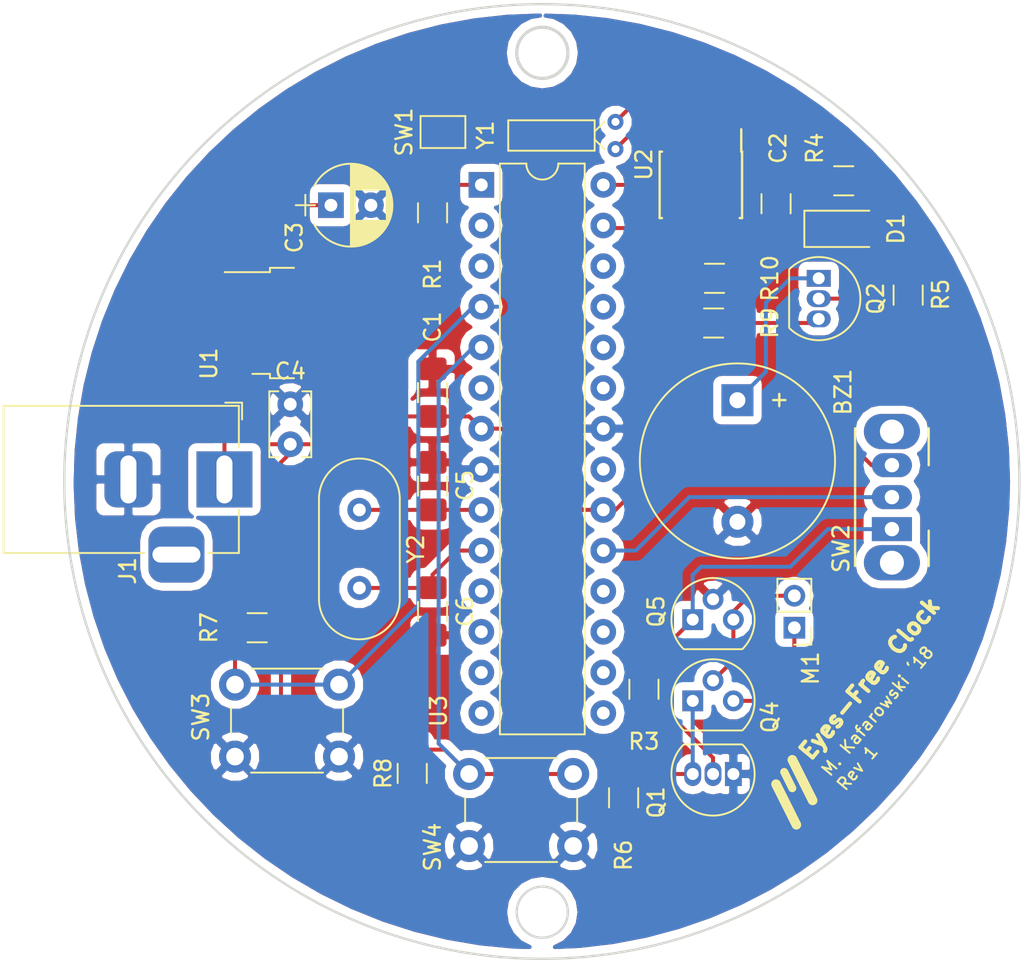
<source format=kicad_pcb>
(kicad_pcb (version 20171130) (host pcbnew "(5.0.1-3-g963ef8bb5)")

  (general
    (thickness 1.6)
    (drawings 9)
    (tracks 138)
    (zones 0)
    (modules 32)
    (nets 42)
  )

  (page A4)
  (layers
    (0 F.Cu signal)
    (31 B.Cu signal)
    (32 B.Adhes user)
    (33 F.Adhes user)
    (34 B.Paste user)
    (35 F.Paste user)
    (36 B.SilkS user)
    (37 F.SilkS user)
    (38 B.Mask user)
    (39 F.Mask user)
    (40 Dwgs.User user)
    (41 Cmts.User user)
    (42 Eco1.User user)
    (43 Eco2.User user)
    (44 Edge.Cuts user)
    (45 Margin user)
    (46 B.CrtYd user)
    (47 F.CrtYd user)
    (48 B.Fab user)
    (49 F.Fab user hide)
  )

  (setup
    (last_trace_width 0.25)
    (trace_clearance 0.2)
    (zone_clearance 0.508)
    (zone_45_only no)
    (trace_min 0.2)
    (segment_width 0.2)
    (edge_width 0.15)
    (via_size 0.6)
    (via_drill 0.4)
    (via_min_size 0.4)
    (via_min_drill 0.3)
    (uvia_size 0.3)
    (uvia_drill 0.1)
    (uvias_allowed no)
    (uvia_min_size 0.2)
    (uvia_min_drill 0.1)
    (pcb_text_width 0.3)
    (pcb_text_size 1.5 1.5)
    (mod_edge_width 0.15)
    (mod_text_size 1 1)
    (mod_text_width 0.15)
    (pad_size 1.524 1.524)
    (pad_drill 0.762)
    (pad_to_mask_clearance 0.2)
    (solder_mask_min_width 0.25)
    (aux_axis_origin 0 0)
    (visible_elements 7FFFFFFF)
    (pcbplotparams
      (layerselection 0x00030_80000001)
      (usegerberextensions false)
      (usegerberattributes false)
      (usegerberadvancedattributes false)
      (creategerberjobfile false)
      (excludeedgelayer true)
      (linewidth 0.100000)
      (plotframeref false)
      (viasonmask false)
      (mode 1)
      (useauxorigin false)
      (hpglpennumber 1)
      (hpglpenspeed 20)
      (hpglpendiameter 15.000000)
      (psnegative false)
      (psa4output false)
      (plotreference true)
      (plotvalue true)
      (plotinvisibletext false)
      (padsonsilk false)
      (subtractmaskfromsilk false)
      (outputformat 1)
      (mirror false)
      (drillshape 1)
      (scaleselection 1)
      (outputdirectory ""))
  )

  (net 0 "")
  (net 1 GND)
  (net 2 "Net-(BZ1-Pad1)")
  (net 3 +5V)
  (net 4 +9V)
  (net 5 "Net-(C5-Pad1)")
  (net 6 "Net-(C6-Pad1)")
  (net 7 "Net-(D1-Pad1)")
  (net 8 "Net-(D1-Pad2)")
  (net 9 "Net-(J1-Pad3)")
  (net 10 "Net-(M1-Pad1)")
  (net 11 "Net-(M1-Pad2)")
  (net 12 "Net-(Q1-Pad2)")
  (net 13 "Net-(Q1-Pad3)")
  (net 14 "Net-(Q2-Pad2)")
  (net 15 "Net-(R1-Pad1)")
  (net 16 ModeButton)
  (net 17 SetButton)
  (net 18 SDA)
  (net 19 SCL)
  (net 20 Signal)
  (net 21 "Net-(U2-Pad1)")
  (net 22 "Net-(U2-Pad2)")
  (net 23 "Net-(U2-Pad3)")
  (net 24 "Net-(U2-Pad7)")
  (net 25 "Net-(U3-Pad15)")
  (net 26 "Net-(U3-Pad2)")
  (net 27 "Net-(U3-Pad16)")
  (net 28 "Net-(U3-Pad3)")
  (net 29 SR_SER)
  (net 30 SR_SRCLK)
  (net 31 "Net-(U3-Pad21)")
  (net 32 "Net-(U3-Pad23)")
  (net 33 "Net-(U3-Pad24)")
  (net 34 "Net-(U3-Pad11)")
  (net 35 "Net-(U3-Pad25)")
  (net 36 "Net-(U3-Pad12)")
  (net 37 "Net-(U3-Pad26)")
  (net 38 "Net-(U3-Pad13)")
  (net 39 SR_RCLK)
  (net 40 "Net-(Q5-Pad1)")
  (net 41 "Net-(U3-Pad6)")

  (net_class Default "This is the default net class."
    (clearance 0.2)
    (trace_width 0.25)
    (via_dia 0.6)
    (via_drill 0.4)
    (uvia_dia 0.3)
    (uvia_drill 0.1)
    (add_net +5V)
    (add_net +9V)
    (add_net GND)
    (add_net ModeButton)
    (add_net "Net-(BZ1-Pad1)")
    (add_net "Net-(C5-Pad1)")
    (add_net "Net-(C6-Pad1)")
    (add_net "Net-(D1-Pad1)")
    (add_net "Net-(D1-Pad2)")
    (add_net "Net-(J1-Pad3)")
    (add_net "Net-(M1-Pad1)")
    (add_net "Net-(M1-Pad2)")
    (add_net "Net-(Q1-Pad2)")
    (add_net "Net-(Q1-Pad3)")
    (add_net "Net-(Q2-Pad2)")
    (add_net "Net-(Q5-Pad1)")
    (add_net "Net-(R1-Pad1)")
    (add_net "Net-(U2-Pad1)")
    (add_net "Net-(U2-Pad2)")
    (add_net "Net-(U2-Pad3)")
    (add_net "Net-(U2-Pad7)")
    (add_net "Net-(U3-Pad11)")
    (add_net "Net-(U3-Pad12)")
    (add_net "Net-(U3-Pad13)")
    (add_net "Net-(U3-Pad15)")
    (add_net "Net-(U3-Pad16)")
    (add_net "Net-(U3-Pad2)")
    (add_net "Net-(U3-Pad21)")
    (add_net "Net-(U3-Pad23)")
    (add_net "Net-(U3-Pad24)")
    (add_net "Net-(U3-Pad25)")
    (add_net "Net-(U3-Pad26)")
    (add_net "Net-(U3-Pad3)")
    (add_net "Net-(U3-Pad6)")
    (add_net SCL)
    (add_net SDA)
    (add_net SR_RCLK)
    (add_net SR_SER)
    (add_net SR_SRCLK)
    (add_net SetButton)
    (add_net Signal)
  )

  (module Capacitors_THT:CP_Radial_D5.0mm_P2.50mm (layer F.Cu) (tedit 597BC7C2) (tstamp 5C29A3B6)
    (at 131.699 69.977)
    (descr "CP, Radial series, Radial, pin pitch=2.50mm, , diameter=5mm, Electrolytic Capacitor")
    (tags "CP Radial series Radial pin pitch 2.50mm  diameter 5mm Electrolytic Capacitor")
    (path /5B54631C)
    (fp_text reference C3 (at -2.286 2.032 90) (layer F.SilkS)
      (effects (font (size 1 1) (thickness 0.15)))
    )
    (fp_text value 0.33uF (at 1.25 3.81) (layer F.Fab)
      (effects (font (size 1 1) (thickness 0.15)))
    )
    (fp_arc (start 1.25 0) (end -1.05558 -1.18) (angle 125.8) (layer F.SilkS) (width 0.12))
    (fp_arc (start 1.25 0) (end -1.05558 1.18) (angle -125.8) (layer F.SilkS) (width 0.12))
    (fp_arc (start 1.25 0) (end 3.55558 -1.18) (angle 54.2) (layer F.SilkS) (width 0.12))
    (fp_circle (center 1.25 0) (end 3.75 0) (layer F.Fab) (width 0.1))
    (fp_line (start -2.2 0) (end -1 0) (layer F.Fab) (width 0.1))
    (fp_line (start -1.6 -0.65) (end -1.6 0.65) (layer F.Fab) (width 0.1))
    (fp_line (start 1.25 -2.55) (end 1.25 2.55) (layer F.SilkS) (width 0.12))
    (fp_line (start 1.29 -2.55) (end 1.29 2.55) (layer F.SilkS) (width 0.12))
    (fp_line (start 1.33 -2.549) (end 1.33 2.549) (layer F.SilkS) (width 0.12))
    (fp_line (start 1.37 -2.548) (end 1.37 2.548) (layer F.SilkS) (width 0.12))
    (fp_line (start 1.41 -2.546) (end 1.41 2.546) (layer F.SilkS) (width 0.12))
    (fp_line (start 1.45 -2.543) (end 1.45 2.543) (layer F.SilkS) (width 0.12))
    (fp_line (start 1.49 -2.539) (end 1.49 2.539) (layer F.SilkS) (width 0.12))
    (fp_line (start 1.53 -2.535) (end 1.53 -0.98) (layer F.SilkS) (width 0.12))
    (fp_line (start 1.53 0.98) (end 1.53 2.535) (layer F.SilkS) (width 0.12))
    (fp_line (start 1.57 -2.531) (end 1.57 -0.98) (layer F.SilkS) (width 0.12))
    (fp_line (start 1.57 0.98) (end 1.57 2.531) (layer F.SilkS) (width 0.12))
    (fp_line (start 1.61 -2.525) (end 1.61 -0.98) (layer F.SilkS) (width 0.12))
    (fp_line (start 1.61 0.98) (end 1.61 2.525) (layer F.SilkS) (width 0.12))
    (fp_line (start 1.65 -2.519) (end 1.65 -0.98) (layer F.SilkS) (width 0.12))
    (fp_line (start 1.65 0.98) (end 1.65 2.519) (layer F.SilkS) (width 0.12))
    (fp_line (start 1.69 -2.513) (end 1.69 -0.98) (layer F.SilkS) (width 0.12))
    (fp_line (start 1.69 0.98) (end 1.69 2.513) (layer F.SilkS) (width 0.12))
    (fp_line (start 1.73 -2.506) (end 1.73 -0.98) (layer F.SilkS) (width 0.12))
    (fp_line (start 1.73 0.98) (end 1.73 2.506) (layer F.SilkS) (width 0.12))
    (fp_line (start 1.77 -2.498) (end 1.77 -0.98) (layer F.SilkS) (width 0.12))
    (fp_line (start 1.77 0.98) (end 1.77 2.498) (layer F.SilkS) (width 0.12))
    (fp_line (start 1.81 -2.489) (end 1.81 -0.98) (layer F.SilkS) (width 0.12))
    (fp_line (start 1.81 0.98) (end 1.81 2.489) (layer F.SilkS) (width 0.12))
    (fp_line (start 1.85 -2.48) (end 1.85 -0.98) (layer F.SilkS) (width 0.12))
    (fp_line (start 1.85 0.98) (end 1.85 2.48) (layer F.SilkS) (width 0.12))
    (fp_line (start 1.89 -2.47) (end 1.89 -0.98) (layer F.SilkS) (width 0.12))
    (fp_line (start 1.89 0.98) (end 1.89 2.47) (layer F.SilkS) (width 0.12))
    (fp_line (start 1.93 -2.46) (end 1.93 -0.98) (layer F.SilkS) (width 0.12))
    (fp_line (start 1.93 0.98) (end 1.93 2.46) (layer F.SilkS) (width 0.12))
    (fp_line (start 1.971 -2.448) (end 1.971 -0.98) (layer F.SilkS) (width 0.12))
    (fp_line (start 1.971 0.98) (end 1.971 2.448) (layer F.SilkS) (width 0.12))
    (fp_line (start 2.011 -2.436) (end 2.011 -0.98) (layer F.SilkS) (width 0.12))
    (fp_line (start 2.011 0.98) (end 2.011 2.436) (layer F.SilkS) (width 0.12))
    (fp_line (start 2.051 -2.424) (end 2.051 -0.98) (layer F.SilkS) (width 0.12))
    (fp_line (start 2.051 0.98) (end 2.051 2.424) (layer F.SilkS) (width 0.12))
    (fp_line (start 2.091 -2.41) (end 2.091 -0.98) (layer F.SilkS) (width 0.12))
    (fp_line (start 2.091 0.98) (end 2.091 2.41) (layer F.SilkS) (width 0.12))
    (fp_line (start 2.131 -2.396) (end 2.131 -0.98) (layer F.SilkS) (width 0.12))
    (fp_line (start 2.131 0.98) (end 2.131 2.396) (layer F.SilkS) (width 0.12))
    (fp_line (start 2.171 -2.382) (end 2.171 -0.98) (layer F.SilkS) (width 0.12))
    (fp_line (start 2.171 0.98) (end 2.171 2.382) (layer F.SilkS) (width 0.12))
    (fp_line (start 2.211 -2.366) (end 2.211 -0.98) (layer F.SilkS) (width 0.12))
    (fp_line (start 2.211 0.98) (end 2.211 2.366) (layer F.SilkS) (width 0.12))
    (fp_line (start 2.251 -2.35) (end 2.251 -0.98) (layer F.SilkS) (width 0.12))
    (fp_line (start 2.251 0.98) (end 2.251 2.35) (layer F.SilkS) (width 0.12))
    (fp_line (start 2.291 -2.333) (end 2.291 -0.98) (layer F.SilkS) (width 0.12))
    (fp_line (start 2.291 0.98) (end 2.291 2.333) (layer F.SilkS) (width 0.12))
    (fp_line (start 2.331 -2.315) (end 2.331 -0.98) (layer F.SilkS) (width 0.12))
    (fp_line (start 2.331 0.98) (end 2.331 2.315) (layer F.SilkS) (width 0.12))
    (fp_line (start 2.371 -2.296) (end 2.371 -0.98) (layer F.SilkS) (width 0.12))
    (fp_line (start 2.371 0.98) (end 2.371 2.296) (layer F.SilkS) (width 0.12))
    (fp_line (start 2.411 -2.276) (end 2.411 -0.98) (layer F.SilkS) (width 0.12))
    (fp_line (start 2.411 0.98) (end 2.411 2.276) (layer F.SilkS) (width 0.12))
    (fp_line (start 2.451 -2.256) (end 2.451 -0.98) (layer F.SilkS) (width 0.12))
    (fp_line (start 2.451 0.98) (end 2.451 2.256) (layer F.SilkS) (width 0.12))
    (fp_line (start 2.491 -2.234) (end 2.491 -0.98) (layer F.SilkS) (width 0.12))
    (fp_line (start 2.491 0.98) (end 2.491 2.234) (layer F.SilkS) (width 0.12))
    (fp_line (start 2.531 -2.212) (end 2.531 -0.98) (layer F.SilkS) (width 0.12))
    (fp_line (start 2.531 0.98) (end 2.531 2.212) (layer F.SilkS) (width 0.12))
    (fp_line (start 2.571 -2.189) (end 2.571 -0.98) (layer F.SilkS) (width 0.12))
    (fp_line (start 2.571 0.98) (end 2.571 2.189) (layer F.SilkS) (width 0.12))
    (fp_line (start 2.611 -2.165) (end 2.611 -0.98) (layer F.SilkS) (width 0.12))
    (fp_line (start 2.611 0.98) (end 2.611 2.165) (layer F.SilkS) (width 0.12))
    (fp_line (start 2.651 -2.14) (end 2.651 -0.98) (layer F.SilkS) (width 0.12))
    (fp_line (start 2.651 0.98) (end 2.651 2.14) (layer F.SilkS) (width 0.12))
    (fp_line (start 2.691 -2.113) (end 2.691 -0.98) (layer F.SilkS) (width 0.12))
    (fp_line (start 2.691 0.98) (end 2.691 2.113) (layer F.SilkS) (width 0.12))
    (fp_line (start 2.731 -2.086) (end 2.731 -0.98) (layer F.SilkS) (width 0.12))
    (fp_line (start 2.731 0.98) (end 2.731 2.086) (layer F.SilkS) (width 0.12))
    (fp_line (start 2.771 -2.058) (end 2.771 -0.98) (layer F.SilkS) (width 0.12))
    (fp_line (start 2.771 0.98) (end 2.771 2.058) (layer F.SilkS) (width 0.12))
    (fp_line (start 2.811 -2.028) (end 2.811 -0.98) (layer F.SilkS) (width 0.12))
    (fp_line (start 2.811 0.98) (end 2.811 2.028) (layer F.SilkS) (width 0.12))
    (fp_line (start 2.851 -1.997) (end 2.851 -0.98) (layer F.SilkS) (width 0.12))
    (fp_line (start 2.851 0.98) (end 2.851 1.997) (layer F.SilkS) (width 0.12))
    (fp_line (start 2.891 -1.965) (end 2.891 -0.98) (layer F.SilkS) (width 0.12))
    (fp_line (start 2.891 0.98) (end 2.891 1.965) (layer F.SilkS) (width 0.12))
    (fp_line (start 2.931 -1.932) (end 2.931 -0.98) (layer F.SilkS) (width 0.12))
    (fp_line (start 2.931 0.98) (end 2.931 1.932) (layer F.SilkS) (width 0.12))
    (fp_line (start 2.971 -1.897) (end 2.971 -0.98) (layer F.SilkS) (width 0.12))
    (fp_line (start 2.971 0.98) (end 2.971 1.897) (layer F.SilkS) (width 0.12))
    (fp_line (start 3.011 -1.861) (end 3.011 -0.98) (layer F.SilkS) (width 0.12))
    (fp_line (start 3.011 0.98) (end 3.011 1.861) (layer F.SilkS) (width 0.12))
    (fp_line (start 3.051 -1.823) (end 3.051 -0.98) (layer F.SilkS) (width 0.12))
    (fp_line (start 3.051 0.98) (end 3.051 1.823) (layer F.SilkS) (width 0.12))
    (fp_line (start 3.091 -1.783) (end 3.091 -0.98) (layer F.SilkS) (width 0.12))
    (fp_line (start 3.091 0.98) (end 3.091 1.783) (layer F.SilkS) (width 0.12))
    (fp_line (start 3.131 -1.742) (end 3.131 -0.98) (layer F.SilkS) (width 0.12))
    (fp_line (start 3.131 0.98) (end 3.131 1.742) (layer F.SilkS) (width 0.12))
    (fp_line (start 3.171 -1.699) (end 3.171 -0.98) (layer F.SilkS) (width 0.12))
    (fp_line (start 3.171 0.98) (end 3.171 1.699) (layer F.SilkS) (width 0.12))
    (fp_line (start 3.211 -1.654) (end 3.211 -0.98) (layer F.SilkS) (width 0.12))
    (fp_line (start 3.211 0.98) (end 3.211 1.654) (layer F.SilkS) (width 0.12))
    (fp_line (start 3.251 -1.606) (end 3.251 -0.98) (layer F.SilkS) (width 0.12))
    (fp_line (start 3.251 0.98) (end 3.251 1.606) (layer F.SilkS) (width 0.12))
    (fp_line (start 3.291 -1.556) (end 3.291 -0.98) (layer F.SilkS) (width 0.12))
    (fp_line (start 3.291 0.98) (end 3.291 1.556) (layer F.SilkS) (width 0.12))
    (fp_line (start 3.331 -1.504) (end 3.331 -0.98) (layer F.SilkS) (width 0.12))
    (fp_line (start 3.331 0.98) (end 3.331 1.504) (layer F.SilkS) (width 0.12))
    (fp_line (start 3.371 -1.448) (end 3.371 -0.98) (layer F.SilkS) (width 0.12))
    (fp_line (start 3.371 0.98) (end 3.371 1.448) (layer F.SilkS) (width 0.12))
    (fp_line (start 3.411 -1.39) (end 3.411 -0.98) (layer F.SilkS) (width 0.12))
    (fp_line (start 3.411 0.98) (end 3.411 1.39) (layer F.SilkS) (width 0.12))
    (fp_line (start 3.451 -1.327) (end 3.451 -0.98) (layer F.SilkS) (width 0.12))
    (fp_line (start 3.451 0.98) (end 3.451 1.327) (layer F.SilkS) (width 0.12))
    (fp_line (start 3.491 -1.261) (end 3.491 1.261) (layer F.SilkS) (width 0.12))
    (fp_line (start 3.531 -1.189) (end 3.531 1.189) (layer F.SilkS) (width 0.12))
    (fp_line (start 3.571 -1.112) (end 3.571 1.112) (layer F.SilkS) (width 0.12))
    (fp_line (start 3.611 -1.028) (end 3.611 1.028) (layer F.SilkS) (width 0.12))
    (fp_line (start 3.651 -0.934) (end 3.651 0.934) (layer F.SilkS) (width 0.12))
    (fp_line (start 3.691 -0.829) (end 3.691 0.829) (layer F.SilkS) (width 0.12))
    (fp_line (start 3.731 -0.707) (end 3.731 0.707) (layer F.SilkS) (width 0.12))
    (fp_line (start 3.771 -0.559) (end 3.771 0.559) (layer F.SilkS) (width 0.12))
    (fp_line (start 3.811 -0.354) (end 3.811 0.354) (layer F.SilkS) (width 0.12))
    (fp_line (start -2.2 0) (end -1 0) (layer F.SilkS) (width 0.12))
    (fp_line (start -1.6 -0.65) (end -1.6 0.65) (layer F.SilkS) (width 0.12))
    (fp_line (start -1.6 -2.85) (end -1.6 2.85) (layer F.CrtYd) (width 0.05))
    (fp_line (start -1.6 2.85) (end 4.1 2.85) (layer F.CrtYd) (width 0.05))
    (fp_line (start 4.1 2.85) (end 4.1 -2.85) (layer F.CrtYd) (width 0.05))
    (fp_line (start 4.1 -2.85) (end -1.6 -2.85) (layer F.CrtYd) (width 0.05))
    (fp_text user %R (at 1.25 0) (layer F.Fab)
      (effects (font (size 1 1) (thickness 0.15)))
    )
    (pad 1 thru_hole rect (at 0 0) (size 1.6 1.6) (drill 0.8) (layers *.Cu *.Mask)
      (net 4 +9V))
    (pad 2 thru_hole circle (at 2.5 0) (size 1.6 1.6) (drill 0.8) (layers *.Cu *.Mask)
      (net 1 GND))
    (model ${KISYS3DMOD}/Capacitors_THT.3dshapes/CP_Radial_D5.0mm_P2.50mm.wrl
      (at (xyz 0 0 0))
      (scale (xyz 1 1 1))
      (rotate (xyz 0 0 0))
    )
  )

  (module Capacitors_THT:C_Rect_L4.0mm_W2.5mm_P2.50mm (layer F.Cu) (tedit 597BC7C2) (tstamp 5C29A2DA)
    (at 129.159 84.923 90)
    (descr "C, Rect series, Radial, pin pitch=2.50mm, , length*width=4*2.5mm^2, Capacitor")
    (tags "C Rect series Radial pin pitch 2.50mm  length 4mm width 2.5mm Capacitor")
    (path /5B546385)
    (fp_text reference C4 (at 4.572 0 180) (layer F.SilkS)
      (effects (font (size 1 1) (thickness 0.15)))
    )
    (fp_text value 0.1uF (at 1.25 2.56 90) (layer F.Fab)
      (effects (font (size 1 1) (thickness 0.15)))
    )
    (fp_line (start -0.75 -1.25) (end -0.75 1.25) (layer F.Fab) (width 0.1))
    (fp_line (start -0.75 1.25) (end 3.25 1.25) (layer F.Fab) (width 0.1))
    (fp_line (start 3.25 1.25) (end 3.25 -1.25) (layer F.Fab) (width 0.1))
    (fp_line (start 3.25 -1.25) (end -0.75 -1.25) (layer F.Fab) (width 0.1))
    (fp_line (start -0.81 -1.31) (end 3.31 -1.31) (layer F.SilkS) (width 0.12))
    (fp_line (start -0.81 1.31) (end 3.31 1.31) (layer F.SilkS) (width 0.12))
    (fp_line (start -0.81 -1.31) (end -0.81 -0.75) (layer F.SilkS) (width 0.12))
    (fp_line (start -0.81 0.75) (end -0.81 1.31) (layer F.SilkS) (width 0.12))
    (fp_line (start 3.31 -1.31) (end 3.31 -0.75) (layer F.SilkS) (width 0.12))
    (fp_line (start 3.31 0.75) (end 3.31 1.31) (layer F.SilkS) (width 0.12))
    (fp_line (start -1.1 -1.6) (end -1.1 1.6) (layer F.CrtYd) (width 0.05))
    (fp_line (start -1.1 1.6) (end 3.6 1.6) (layer F.CrtYd) (width 0.05))
    (fp_line (start 3.6 1.6) (end 3.6 -1.6) (layer F.CrtYd) (width 0.05))
    (fp_line (start 3.6 -1.6) (end -1.1 -1.6) (layer F.CrtYd) (width 0.05))
    (fp_text user %R (at 1.25 0 90) (layer F.Fab)
      (effects (font (size 1 1) (thickness 0.15)))
    )
    (pad 1 thru_hole circle (at 0 0 90) (size 1.6 1.6) (drill 0.8) (layers *.Cu *.Mask)
      (net 3 +5V))
    (pad 2 thru_hole circle (at 2.5 0 90) (size 1.6 1.6) (drill 0.8) (layers *.Cu *.Mask)
      (net 1 GND))
    (model ${KISYS3DMOD}/Capacitors_THT.3dshapes/C_Rect_L4.0mm_W2.5mm_P2.50mm.wrl
      (at (xyz 0 0 0))
      (scale (xyz 1 1 1))
      (rotate (xyz 0 0 0))
    )
  )

  (module Buttons_Switches_THT:SW_CuK_OS102011MA1QN1_SPDT_Angled (layer F.Cu) (tedit 59AFFC74) (tstamp 5C29A154)
    (at 166.751 90.229 90)
    (descr "CuK miniature slide switch, OS series, SPDT, right angle, http://www.ckswitches.com/media/1428/os.pdf")
    (tags "switch SPDT")
    (path /5B5391E9)
    (fp_text reference SW2 (at -1.211 -3.175 90) (layer F.SilkS)
      (effects (font (size 1 1) (thickness 0.15)))
    )
    (fp_text value SW_SPDT (at 1.7 7.7 90) (layer F.Fab)
      (effects (font (size 1 1) (thickness 0.15)))
    )
    (fp_text user %R (at 2.3 1.7 90) (layer F.Fab)
      (effects (font (size 0.5 0.5) (thickness 0.1)))
    )
    (fp_line (start -2.3 -2.2) (end 6.3 -2.2) (layer F.Fab) (width 0.1))
    (fp_line (start -2.3 -2.2) (end -2.3 2.2) (layer F.Fab) (width 0.1))
    (fp_line (start -2.3 2.2) (end 6.3 2.2) (layer F.Fab) (width 0.1))
    (fp_line (start 6.3 2.2) (end 6.3 -2.2) (layer F.Fab) (width 0.1))
    (fp_line (start 2 2.2) (end 2 6.2) (layer F.Fab) (width 0.1))
    (fp_line (start 2 6.2) (end 0 6.2) (layer F.Fab) (width 0.1))
    (fp_line (start 0 6.2) (end 0 2.2) (layer F.Fab) (width 0.1))
    (fp_line (start -2.3 -2.3) (end 6.3 -2.3) (layer F.SilkS) (width 0.15))
    (fp_line (start -2.3 2.3) (end -0.1 2.3) (layer F.SilkS) (width 0.15))
    (fp_line (start 4 2.3) (end 6.3 2.3) (layer F.SilkS) (width 0.15))
    (fp_line (start 7.7 -2.7) (end 7.7 6.7) (layer F.CrtYd) (width 0.05))
    (fp_line (start 7.7 6.7) (end -3.7 6.7) (layer F.CrtYd) (width 0.05))
    (fp_line (start -3.7 6.7) (end -3.7 -2.7) (layer F.CrtYd) (width 0.05))
    (fp_line (start -3.7 -2.7) (end 7.7 -2.7) (layer F.CrtYd) (width 0.05))
    (pad 1 thru_hole rect (at 0 0 90) (size 1.5 2.5) (drill 0.9) (layers *.Cu *.Mask)
      (net 40 "Net-(Q5-Pad1)"))
    (pad 2 thru_hole oval (at 2 0 90) (size 1.5 2.5) (drill 0.9) (layers *.Cu *.Mask)
      (net 20 Signal))
    (pad 3 thru_hole oval (at 4 0 90) (size 1.5 2.5) (drill 0.9) (layers *.Cu *.Mask)
      (net 8 "Net-(D1-Pad2)"))
    (pad "" thru_hole oval (at -2.1 0 90) (size 2.2 3.5) (drill 1.5) (layers *.Cu *.Mask))
    (pad "" thru_hole oval (at 6.1 0 90) (size 2.2 3.5) (drill 1.5) (layers *.Cu *.Mask))
    (model ${KISYS3DMOD}/Buttons_Switches_THT.3dshapes/SW_CuK_OS102011MA1QN1_SPDT_Angled.wrl
      (at (xyz 0 0 0))
      (scale (xyz 1 1 1))
      (rotate (xyz 0 0 0))
    )
  )

  (module Buttons_Switches_THT:SW_PUSH_6mm (layer F.Cu) (tedit 5923F252) (tstamp 5C29A1FA)
    (at 125.707 99.949)
    (descr https://www.omron.com/ecb/products/pdf/en-b3f.pdf)
    (tags "tact sw push 6mm")
    (path /5B538527)
    (fp_text reference SW3 (at -2.136 2.032 90) (layer F.SilkS)
      (effects (font (size 1 1) (thickness 0.15)))
    )
    (fp_text value SW_Push (at 3.75 6.7) (layer F.Fab)
      (effects (font (size 1 1) (thickness 0.15)))
    )
    (fp_text user %R (at 3.25 2.25) (layer F.Fab)
      (effects (font (size 1 1) (thickness 0.15)))
    )
    (fp_line (start 3.25 -0.75) (end 6.25 -0.75) (layer F.Fab) (width 0.1))
    (fp_line (start 6.25 -0.75) (end 6.25 5.25) (layer F.Fab) (width 0.1))
    (fp_line (start 6.25 5.25) (end 0.25 5.25) (layer F.Fab) (width 0.1))
    (fp_line (start 0.25 5.25) (end 0.25 -0.75) (layer F.Fab) (width 0.1))
    (fp_line (start 0.25 -0.75) (end 3.25 -0.75) (layer F.Fab) (width 0.1))
    (fp_line (start 7.75 6) (end 8 6) (layer F.CrtYd) (width 0.05))
    (fp_line (start 8 6) (end 8 5.75) (layer F.CrtYd) (width 0.05))
    (fp_line (start 7.75 -1.5) (end 8 -1.5) (layer F.CrtYd) (width 0.05))
    (fp_line (start 8 -1.5) (end 8 -1.25) (layer F.CrtYd) (width 0.05))
    (fp_line (start -1.5 -1.25) (end -1.5 -1.5) (layer F.CrtYd) (width 0.05))
    (fp_line (start -1.5 -1.5) (end -1.25 -1.5) (layer F.CrtYd) (width 0.05))
    (fp_line (start -1.5 5.75) (end -1.5 6) (layer F.CrtYd) (width 0.05))
    (fp_line (start -1.5 6) (end -1.25 6) (layer F.CrtYd) (width 0.05))
    (fp_line (start -1.25 -1.5) (end 7.75 -1.5) (layer F.CrtYd) (width 0.05))
    (fp_line (start -1.5 5.75) (end -1.5 -1.25) (layer F.CrtYd) (width 0.05))
    (fp_line (start 7.75 6) (end -1.25 6) (layer F.CrtYd) (width 0.05))
    (fp_line (start 8 -1.25) (end 8 5.75) (layer F.CrtYd) (width 0.05))
    (fp_line (start 1 5.5) (end 5.5 5.5) (layer F.SilkS) (width 0.12))
    (fp_line (start -0.25 1.5) (end -0.25 3) (layer F.SilkS) (width 0.12))
    (fp_line (start 5.5 -1) (end 1 -1) (layer F.SilkS) (width 0.12))
    (fp_line (start 6.75 3) (end 6.75 1.5) (layer F.SilkS) (width 0.12))
    (fp_circle (center 3.25 2.25) (end 1.25 2.5) (layer F.Fab) (width 0.1))
    (pad 2 thru_hole circle (at 0 4.5 90) (size 2 2) (drill 1.1) (layers *.Cu *.Mask)
      (net 1 GND))
    (pad 1 thru_hole circle (at 0 0 90) (size 2 2) (drill 1.1) (layers *.Cu *.Mask)
      (net 16 ModeButton))
    (pad 2 thru_hole circle (at 6.5 4.5 90) (size 2 2) (drill 1.1) (layers *.Cu *.Mask)
      (net 1 GND))
    (pad 1 thru_hole circle (at 6.5 0 90) (size 2 2) (drill 1.1) (layers *.Cu *.Mask)
      (net 16 ModeButton))
    (model ${KISYS3DMOD}/Buttons_Switches_THT.3dshapes/SW_PUSH_6mm.wrl
      (offset (xyz 0.1269999980926514 0 0))
      (scale (xyz 0.3937 0.3937 0.3937))
      (rotate (xyz 0 0 0))
    )
  )

  (module Buttons_Switches_THT:SW_PUSH_6mm (layer F.Cu) (tedit 5923F252) (tstamp 5C29A1A0)
    (at 140.335 105.537)
    (descr https://www.omron.com/ecb/products/pdf/en-b3f.pdf)
    (tags "tact sw push 6mm")
    (path /5B5386C7)
    (fp_text reference SW4 (at -2.286 4.572 90) (layer F.SilkS)
      (effects (font (size 1 1) (thickness 0.15)))
    )
    (fp_text value SW_Push (at 3.75 6.7) (layer F.Fab)
      (effects (font (size 1 1) (thickness 0.15)))
    )
    (fp_text user %R (at 3.25 2.25) (layer F.Fab)
      (effects (font (size 1 1) (thickness 0.15)))
    )
    (fp_line (start 3.25 -0.75) (end 6.25 -0.75) (layer F.Fab) (width 0.1))
    (fp_line (start 6.25 -0.75) (end 6.25 5.25) (layer F.Fab) (width 0.1))
    (fp_line (start 6.25 5.25) (end 0.25 5.25) (layer F.Fab) (width 0.1))
    (fp_line (start 0.25 5.25) (end 0.25 -0.75) (layer F.Fab) (width 0.1))
    (fp_line (start 0.25 -0.75) (end 3.25 -0.75) (layer F.Fab) (width 0.1))
    (fp_line (start 7.75 6) (end 8 6) (layer F.CrtYd) (width 0.05))
    (fp_line (start 8 6) (end 8 5.75) (layer F.CrtYd) (width 0.05))
    (fp_line (start 7.75 -1.5) (end 8 -1.5) (layer F.CrtYd) (width 0.05))
    (fp_line (start 8 -1.5) (end 8 -1.25) (layer F.CrtYd) (width 0.05))
    (fp_line (start -1.5 -1.25) (end -1.5 -1.5) (layer F.CrtYd) (width 0.05))
    (fp_line (start -1.5 -1.5) (end -1.25 -1.5) (layer F.CrtYd) (width 0.05))
    (fp_line (start -1.5 5.75) (end -1.5 6) (layer F.CrtYd) (width 0.05))
    (fp_line (start -1.5 6) (end -1.25 6) (layer F.CrtYd) (width 0.05))
    (fp_line (start -1.25 -1.5) (end 7.75 -1.5) (layer F.CrtYd) (width 0.05))
    (fp_line (start -1.5 5.75) (end -1.5 -1.25) (layer F.CrtYd) (width 0.05))
    (fp_line (start 7.75 6) (end -1.25 6) (layer F.CrtYd) (width 0.05))
    (fp_line (start 8 -1.25) (end 8 5.75) (layer F.CrtYd) (width 0.05))
    (fp_line (start 1 5.5) (end 5.5 5.5) (layer F.SilkS) (width 0.12))
    (fp_line (start -0.25 1.5) (end -0.25 3) (layer F.SilkS) (width 0.12))
    (fp_line (start 5.5 -1) (end 1 -1) (layer F.SilkS) (width 0.12))
    (fp_line (start 6.75 3) (end 6.75 1.5) (layer F.SilkS) (width 0.12))
    (fp_circle (center 3.25 2.25) (end 1.25 2.5) (layer F.Fab) (width 0.1))
    (pad 2 thru_hole circle (at 0 4.5 90) (size 2 2) (drill 1.1) (layers *.Cu *.Mask)
      (net 1 GND))
    (pad 1 thru_hole circle (at 0 0 90) (size 2 2) (drill 1.1) (layers *.Cu *.Mask)
      (net 17 SetButton))
    (pad 2 thru_hole circle (at 6.5 4.5 90) (size 2 2) (drill 1.1) (layers *.Cu *.Mask)
      (net 1 GND))
    (pad 1 thru_hole circle (at 6.5 0 90) (size 2 2) (drill 1.1) (layers *.Cu *.Mask)
      (net 17 SetButton))
    (model ${KISYS3DMOD}/Buttons_Switches_THT.3dshapes/SW_PUSH_6mm.wrl
      (offset (xyz 0.1269999980926514 0 0))
      (scale (xyz 0.3937 0.3937 0.3937))
      (rotate (xyz 0 0 0))
    )
  )

  (module Crystals:Crystal_DS15_d1.5mm_l5.0mm_Horizontal (layer F.Cu) (tedit 5C2936F9) (tstamp 5C29A250)
    (at 149.479 64.77 270)
    (descr "Crystal THT DS15 5.0mm length 1.5mm diameter http://www.microcrystal.com/images/_Product-Documentation/03_TF_metal_Packages/01_Datasheet/DS-Series.pdf")
    (tags ['DS15'])
    (path /5B568433)
    (fp_text reference Y1 (at 0.8255 8.128 270) (layer F.SilkS)
      (effects (font (size 1 1) (thickness 0.15)))
    )
    (fp_text value Crystal_Small (at 3.12 1.25) (layer F.Fab)
      (effects (font (size 1 1) (thickness 0.15)))
    )
    (fp_text user %R (at 1 4) (layer F.Fab)
      (effects (font (size 0.6 0.6) (thickness 0.09)))
    )
    (fp_line (start 0.1 1.5) (end 0.1 6.5) (layer F.Fab) (width 0.1))
    (fp_line (start 0.1 6.5) (end 1.6 6.5) (layer F.Fab) (width 0.1))
    (fp_line (start 1.6 6.5) (end 1.6 1.5) (layer F.Fab) (width 0.1))
    (fp_line (start 1.6 1.5) (end 0.1 1.5) (layer F.Fab) (width 0.1))
    (fp_line (start 0.6 1.5) (end 0 0.75) (layer F.Fab) (width 0.1))
    (fp_line (start 0 0.75) (end 0 0) (layer F.Fab) (width 0.1))
    (fp_line (start 1.1 1.5) (end 1.7 0.75) (layer F.Fab) (width 0.1))
    (fp_line (start 1.7 0.75) (end 1.7 0) (layer F.Fab) (width 0.1))
    (fp_line (start -0.1 1.3) (end -0.1 6.7) (layer F.SilkS) (width 0.12))
    (fp_line (start -0.1 6.7) (end 1.8 6.7) (layer F.SilkS) (width 0.12))
    (fp_line (start 1.8 6.7) (end 1.8 1.3) (layer F.SilkS) (width 0.12))
    (fp_line (start 1.8 1.3) (end -0.1 1.3) (layer F.SilkS) (width 0.12))
    (fp_line (start 0.6 1.3) (end 0 0.7) (layer F.SilkS) (width 0.12))
    (fp_line (start 0 0.7) (end 0 0.7) (layer F.SilkS) (width 0.12))
    (fp_line (start 1.1 1.3) (end 1.7 0.7) (layer F.SilkS) (width 0.12))
    (fp_line (start 1.7 0.7) (end 1.7 0.7) (layer F.SilkS) (width 0.12))
    (fp_line (start -0.8 -0.8) (end -0.8 7.3) (layer F.CrtYd) (width 0.05))
    (fp_line (start -0.8 7.3) (end 2.5 7.3) (layer F.CrtYd) (width 0.05))
    (fp_line (start 2.5 7.3) (end 2.5 -0.8) (layer F.CrtYd) (width 0.05))
    (fp_line (start 2.5 -0.8) (end -0.8 -0.8) (layer F.CrtYd) (width 0.05))
    (pad 1 thru_hole circle (at 0 0 270) (size 1 1) (drill 0.5) (layers *.Cu *.Mask)
      (net 21 "Net-(U2-Pad1)"))
    (pad 2 thru_hole circle (at 1.7 0 270) (size 1 1) (drill 0.5) (layers *.Cu *.Mask)
      (net 22 "Net-(U2-Pad2)"))
    (model ${KISYS3DMOD}/Crystals.3dshapes/Crystal_DS15_d1.5mm_l5.0mm_Horizontal.wrl
      (at (xyz 0 0 0))
      (scale (xyz 0.393701 0.393701 0.393701))
      (rotate (xyz 0 0 0))
    )
  )

  (module Crystals:Crystal_HC49-U_Vertical (layer F.Cu) (tedit 58CD2E9C) (tstamp 5C29A29A)
    (at 133.477 89.027 270)
    (descr "Crystal THT HC-49/U http://5hertz.com/pdfs/04404_D.pdf")
    (tags "THT crystalHC-49/U")
    (path /5B550734)
    (fp_text reference Y2 (at 2.44 -3.525 270) (layer F.SilkS)
      (effects (font (size 1 1) (thickness 0.15)))
    )
    (fp_text value Crystal (at 2.44 3.525 270) (layer F.Fab)
      (effects (font (size 1 1) (thickness 0.15)))
    )
    (fp_text user %R (at 2.44 0 270) (layer F.Fab)
      (effects (font (size 1 1) (thickness 0.15)))
    )
    (fp_line (start -0.685 -2.325) (end 5.565 -2.325) (layer F.Fab) (width 0.1))
    (fp_line (start -0.685 2.325) (end 5.565 2.325) (layer F.Fab) (width 0.1))
    (fp_line (start -0.56 -2) (end 5.44 -2) (layer F.Fab) (width 0.1))
    (fp_line (start -0.56 2) (end 5.44 2) (layer F.Fab) (width 0.1))
    (fp_line (start -0.685 -2.525) (end 5.565 -2.525) (layer F.SilkS) (width 0.12))
    (fp_line (start -0.685 2.525) (end 5.565 2.525) (layer F.SilkS) (width 0.12))
    (fp_line (start -3.5 -2.8) (end -3.5 2.8) (layer F.CrtYd) (width 0.05))
    (fp_line (start -3.5 2.8) (end 8.4 2.8) (layer F.CrtYd) (width 0.05))
    (fp_line (start 8.4 2.8) (end 8.4 -2.8) (layer F.CrtYd) (width 0.05))
    (fp_line (start 8.4 -2.8) (end -3.5 -2.8) (layer F.CrtYd) (width 0.05))
    (fp_arc (start -0.685 0) (end -0.685 -2.325) (angle -180) (layer F.Fab) (width 0.1))
    (fp_arc (start 5.565 0) (end 5.565 -2.325) (angle 180) (layer F.Fab) (width 0.1))
    (fp_arc (start -0.56 0) (end -0.56 -2) (angle -180) (layer F.Fab) (width 0.1))
    (fp_arc (start 5.44 0) (end 5.44 -2) (angle 180) (layer F.Fab) (width 0.1))
    (fp_arc (start -0.685 0) (end -0.685 -2.525) (angle -180) (layer F.SilkS) (width 0.12))
    (fp_arc (start 5.565 0) (end 5.565 -2.525) (angle 180) (layer F.SilkS) (width 0.12))
    (pad 1 thru_hole circle (at 0 0 270) (size 1.5 1.5) (drill 0.8) (layers *.Cu *.Mask)
      (net 5 "Net-(C5-Pad1)"))
    (pad 2 thru_hole circle (at 4.88 0 270) (size 1.5 1.5) (drill 0.8) (layers *.Cu *.Mask)
      (net 6 "Net-(C6-Pad1)"))
    (model ${KISYS3DMOD}/Crystals.3dshapes/Crystal_HC49-U_Vertical.wrl
      (at (xyz 0 0 0))
      (scale (xyz 0.393701 0.393701 0.393701))
      (rotate (xyz 0 0 0))
    )
  )

  (module Package_TO_SOT_SMD:TO-252-2 (layer F.Cu) (tedit 5A70A390) (tstamp 5C29A0EE)
    (at 130.361 77.343)
    (descr "TO-252 / DPAK SMD package, http://www.infineon.com/cms/en/product/packages/PG-TO252/PG-TO252-3-1/")
    (tags "DPAK TO-252 DPAK-3 TO-252-3 SOT-428")
    (path /5B54628F)
    (attr smd)
    (fp_text reference U1 (at -6.282 2.54 90) (layer F.SilkS)
      (effects (font (size 1 1) (thickness 0.15)))
    )
    (fp_text value L7805 (at 0 4.5) (layer F.Fab)
      (effects (font (size 1 1) (thickness 0.15)))
    )
    (fp_line (start 3.95 -2.7) (end 4.95 -2.7) (layer F.Fab) (width 0.1))
    (fp_line (start 4.95 -2.7) (end 4.95 2.7) (layer F.Fab) (width 0.1))
    (fp_line (start 4.95 2.7) (end 3.95 2.7) (layer F.Fab) (width 0.1))
    (fp_line (start 3.95 -3.25) (end 3.95 3.25) (layer F.Fab) (width 0.1))
    (fp_line (start 3.95 3.25) (end -2.27 3.25) (layer F.Fab) (width 0.1))
    (fp_line (start -2.27 3.25) (end -2.27 -2.25) (layer F.Fab) (width 0.1))
    (fp_line (start -2.27 -2.25) (end -1.27 -3.25) (layer F.Fab) (width 0.1))
    (fp_line (start -1.27 -3.25) (end 3.95 -3.25) (layer F.Fab) (width 0.1))
    (fp_line (start -1.865 -2.655) (end -4.97 -2.655) (layer F.Fab) (width 0.1))
    (fp_line (start -4.97 -2.655) (end -4.97 -1.905) (layer F.Fab) (width 0.1))
    (fp_line (start -4.97 -1.905) (end -2.27 -1.905) (layer F.Fab) (width 0.1))
    (fp_line (start -2.27 1.905) (end -4.97 1.905) (layer F.Fab) (width 0.1))
    (fp_line (start -4.97 1.905) (end -4.97 2.655) (layer F.Fab) (width 0.1))
    (fp_line (start -4.97 2.655) (end -2.27 2.655) (layer F.Fab) (width 0.1))
    (fp_line (start -0.97 -3.45) (end -2.47 -3.45) (layer F.SilkS) (width 0.12))
    (fp_line (start -2.47 -3.45) (end -2.47 -3.18) (layer F.SilkS) (width 0.12))
    (fp_line (start -2.47 -3.18) (end -5.3 -3.18) (layer F.SilkS) (width 0.12))
    (fp_line (start -0.97 3.45) (end -2.47 3.45) (layer F.SilkS) (width 0.12))
    (fp_line (start -2.47 3.45) (end -2.47 3.18) (layer F.SilkS) (width 0.12))
    (fp_line (start -2.47 3.18) (end -3.57 3.18) (layer F.SilkS) (width 0.12))
    (fp_line (start -5.55 -3.5) (end -5.55 3.5) (layer F.CrtYd) (width 0.05))
    (fp_line (start -5.55 3.5) (end 5.55 3.5) (layer F.CrtYd) (width 0.05))
    (fp_line (start 5.55 3.5) (end 5.55 -3.5) (layer F.CrtYd) (width 0.05))
    (fp_line (start 5.55 -3.5) (end -5.55 -3.5) (layer F.CrtYd) (width 0.05))
    (fp_text user %R (at 0 0) (layer F.Fab)
      (effects (font (size 1 1) (thickness 0.15)))
    )
    (pad 1 smd rect (at -4.2 -2.28) (size 2.2 1.2) (layers F.Cu F.Paste F.Mask)
      (net 4 +9V))
    (pad 3 smd rect (at -4.2 2.28) (size 2.2 1.2) (layers F.Cu F.Paste F.Mask)
      (net 3 +5V))
    (pad 2 smd rect (at 2.1 0) (size 6.4 5.8) (layers F.Cu F.Mask)
      (net 1 GND))
    (pad "" smd rect (at 3.775 1.525) (size 3.05 2.75) (layers F.Paste))
    (pad "" smd rect (at 0.425 -1.525) (size 3.05 2.75) (layers F.Paste))
    (pad "" smd rect (at 3.775 -1.525) (size 3.05 2.75) (layers F.Paste))
    (pad "" smd rect (at 0.425 1.525) (size 3.05 2.75) (layers F.Paste))
    (model ${KISYS3DMOD}/Package_TO_SOT_SMD.3dshapes/TO-252-2.wrl
      (at (xyz 0 0 0))
      (scale (xyz 1 1 1))
      (rotate (xyz 0 0 0))
    )
  )

  (module Buzzer_Beeper:Buzzer_12x9.5RM7.6 (layer F.Cu) (tedit 5A030281) (tstamp 5C29A0B3)
    (at 157.099 82.169 270)
    (descr "Generic Buzzer, D12mm height 9.5mm with RM7.6mm")
    (tags buzzer)
    (path /5B538A3E)
    (fp_text reference BZ1 (at -0.508 -6.604 270) (layer F.SilkS)
      (effects (font (size 1 1) (thickness 0.15)))
    )
    (fp_text value Buzzer (at 3.8 7.4 270) (layer F.Fab)
      (effects (font (size 1 1) (thickness 0.15)))
    )
    (fp_text user + (at -0.01 -2.54 270) (layer F.Fab)
      (effects (font (size 1 1) (thickness 0.15)))
    )
    (fp_text user + (at -0.01 -2.54 270) (layer F.SilkS)
      (effects (font (size 1 1) (thickness 0.15)))
    )
    (fp_text user %R (at 3.8 -4 270) (layer F.Fab)
      (effects (font (size 1 1) (thickness 0.15)))
    )
    (fp_circle (center 3.8 0) (end 10.05 0) (layer F.CrtYd) (width 0.05))
    (fp_circle (center 3.8 0) (end 9.8 0) (layer F.Fab) (width 0.1))
    (fp_circle (center 3.8 0) (end 4.8 0) (layer F.Fab) (width 0.1))
    (fp_circle (center 3.8 0) (end 9.9 0) (layer F.SilkS) (width 0.12))
    (pad 1 thru_hole rect (at 0 0 270) (size 2 2) (drill 1) (layers *.Cu *.Mask)
      (net 2 "Net-(BZ1-Pad1)"))
    (pad 2 thru_hole circle (at 7.6 0 270) (size 2 2) (drill 1) (layers *.Cu *.Mask)
      (net 1 GND))
    (model ${KISYS3DMOD}/Buzzer_Beeper.3dshapes/Buzzer_12x9.5RM7.6.wrl
      (at (xyz 0 0 0))
      (scale (xyz 1 1 1))
      (rotate (xyz 0 0 0))
    )
  )

  (module Capacitor_SMD:C_1206_3216Metric_Pad1.42x1.75mm_HandSolder locked (layer F.Cu) (tedit 5B301BBE) (tstamp 5C29A087)
    (at 138.049 81.6975 90)
    (descr "Capacitor SMD 1206 (3216 Metric), square (rectangular) end terminal, IPC_7351 nominal with elongated pad for handsoldering. (Body size source: http://www.tortai-tech.com/upload/download/2011102023233369053.pdf), generated with kicad-footprint-generator")
    (tags "capacitor handsolder")
    (path /5B54EE0E)
    (attr smd)
    (fp_text reference C1 (at 4.1005 0 90) (layer F.SilkS)
      (effects (font (size 1 1) (thickness 0.15)))
    )
    (fp_text value 0.1uF (at 0 1.82 90) (layer F.Fab)
      (effects (font (size 1 1) (thickness 0.15)))
    )
    (fp_text user %R (at 0 0 90) (layer F.Fab)
      (effects (font (size 0.8 0.8) (thickness 0.12)))
    )
    (fp_line (start 2.45 1.12) (end -2.45 1.12) (layer F.CrtYd) (width 0.05))
    (fp_line (start 2.45 -1.12) (end 2.45 1.12) (layer F.CrtYd) (width 0.05))
    (fp_line (start -2.45 -1.12) (end 2.45 -1.12) (layer F.CrtYd) (width 0.05))
    (fp_line (start -2.45 1.12) (end -2.45 -1.12) (layer F.CrtYd) (width 0.05))
    (fp_line (start -0.602064 0.91) (end 0.602064 0.91) (layer F.SilkS) (width 0.12))
    (fp_line (start -0.602064 -0.91) (end 0.602064 -0.91) (layer F.SilkS) (width 0.12))
    (fp_line (start 1.6 0.8) (end -1.6 0.8) (layer F.Fab) (width 0.1))
    (fp_line (start 1.6 -0.8) (end 1.6 0.8) (layer F.Fab) (width 0.1))
    (fp_line (start -1.6 -0.8) (end 1.6 -0.8) (layer F.Fab) (width 0.1))
    (fp_line (start -1.6 0.8) (end -1.6 -0.8) (layer F.Fab) (width 0.1))
    (pad 2 smd roundrect (at 1.4875 0 90) (size 1.425 1.75) (layers F.Cu F.Paste F.Mask) (roundrect_rratio 0.175439)
      (net 1 GND))
    (pad 1 smd roundrect (at -1.4875 0 90) (size 1.425 1.75) (layers F.Cu F.Paste F.Mask) (roundrect_rratio 0.175439)
      (net 3 +5V))
    (model ${KISYS3DMOD}/Capacitor_SMD.3dshapes/C_1206_3216Metric.wrl
      (at (xyz 0 0 0))
      (scale (xyz 1 1 1))
      (rotate (xyz 0 0 0))
    )
  )

  (module Capacitor_SMD:C_1206_3216Metric_Pad1.42x1.75mm_HandSolder (layer F.Cu) (tedit 5B301BBE) (tstamp 5C29A057)
    (at 159.512 69.8865 90)
    (descr "Capacitor SMD 1206 (3216 Metric), square (rectangular) end terminal, IPC_7351 nominal with elongated pad for handsoldering. (Body size source: http://www.tortai-tech.com/upload/download/2011102023233369053.pdf), generated with kicad-footprint-generator")
    (tags "capacitor handsolder")
    (path /5B56AF41)
    (attr smd)
    (fp_text reference C2 (at 3.4655 0.127 90) (layer F.SilkS)
      (effects (font (size 1 1) (thickness 0.15)))
    )
    (fp_text value 0.1uF (at 0 1.82 90) (layer F.Fab)
      (effects (font (size 1 1) (thickness 0.15)))
    )
    (fp_line (start -1.6 0.8) (end -1.6 -0.8) (layer F.Fab) (width 0.1))
    (fp_line (start -1.6 -0.8) (end 1.6 -0.8) (layer F.Fab) (width 0.1))
    (fp_line (start 1.6 -0.8) (end 1.6 0.8) (layer F.Fab) (width 0.1))
    (fp_line (start 1.6 0.8) (end -1.6 0.8) (layer F.Fab) (width 0.1))
    (fp_line (start -0.602064 -0.91) (end 0.602064 -0.91) (layer F.SilkS) (width 0.12))
    (fp_line (start -0.602064 0.91) (end 0.602064 0.91) (layer F.SilkS) (width 0.12))
    (fp_line (start -2.45 1.12) (end -2.45 -1.12) (layer F.CrtYd) (width 0.05))
    (fp_line (start -2.45 -1.12) (end 2.45 -1.12) (layer F.CrtYd) (width 0.05))
    (fp_line (start 2.45 -1.12) (end 2.45 1.12) (layer F.CrtYd) (width 0.05))
    (fp_line (start 2.45 1.12) (end -2.45 1.12) (layer F.CrtYd) (width 0.05))
    (fp_text user %R (at 0 0 90) (layer F.Fab)
      (effects (font (size 0.8 0.8) (thickness 0.12)))
    )
    (pad 1 smd roundrect (at -1.4875 0 90) (size 1.425 1.75) (layers F.Cu F.Paste F.Mask) (roundrect_rratio 0.175439)
      (net 3 +5V))
    (pad 2 smd roundrect (at 1.4875 0 90) (size 1.425 1.75) (layers F.Cu F.Paste F.Mask) (roundrect_rratio 0.175439)
      (net 1 GND))
    (model ${KISYS3DMOD}/Capacitor_SMD.3dshapes/C_1206_3216Metric.wrl
      (at (xyz 0 0 0))
      (scale (xyz 1 1 1))
      (rotate (xyz 0 0 0))
    )
  )

  (module Capacitor_SMD:C_1206_3216Metric_Pad1.42x1.75mm_HandSolder (layer F.Cu) (tedit 5B301BBE) (tstamp 5C29A027)
    (at 138.049 87.5395 90)
    (descr "Capacitor SMD 1206 (3216 Metric), square (rectangular) end terminal, IPC_7351 nominal with elongated pad for handsoldering. (Body size source: http://www.tortai-tech.com/upload/download/2011102023233369053.pdf), generated with kicad-footprint-generator")
    (tags "capacitor handsolder")
    (path /5B550C39)
    (attr smd)
    (fp_text reference C5 (at 0.0365 2.032 90) (layer F.SilkS)
      (effects (font (size 1 1) (thickness 0.15)))
    )
    (fp_text value 22pF (at 0 1.82 90) (layer F.Fab)
      (effects (font (size 1 1) (thickness 0.15)))
    )
    (fp_line (start -1.6 0.8) (end -1.6 -0.8) (layer F.Fab) (width 0.1))
    (fp_line (start -1.6 -0.8) (end 1.6 -0.8) (layer F.Fab) (width 0.1))
    (fp_line (start 1.6 -0.8) (end 1.6 0.8) (layer F.Fab) (width 0.1))
    (fp_line (start 1.6 0.8) (end -1.6 0.8) (layer F.Fab) (width 0.1))
    (fp_line (start -0.602064 -0.91) (end 0.602064 -0.91) (layer F.SilkS) (width 0.12))
    (fp_line (start -0.602064 0.91) (end 0.602064 0.91) (layer F.SilkS) (width 0.12))
    (fp_line (start -2.45 1.12) (end -2.45 -1.12) (layer F.CrtYd) (width 0.05))
    (fp_line (start -2.45 -1.12) (end 2.45 -1.12) (layer F.CrtYd) (width 0.05))
    (fp_line (start 2.45 -1.12) (end 2.45 1.12) (layer F.CrtYd) (width 0.05))
    (fp_line (start 2.45 1.12) (end -2.45 1.12) (layer F.CrtYd) (width 0.05))
    (fp_text user %R (at 0 0 90) (layer F.Fab)
      (effects (font (size 0.8 0.8) (thickness 0.12)))
    )
    (pad 1 smd roundrect (at -1.4875 0 90) (size 1.425 1.75) (layers F.Cu F.Paste F.Mask) (roundrect_rratio 0.175439)
      (net 5 "Net-(C5-Pad1)"))
    (pad 2 smd roundrect (at 1.4875 0 90) (size 1.425 1.75) (layers F.Cu F.Paste F.Mask) (roundrect_rratio 0.175439)
      (net 1 GND))
    (model ${KISYS3DMOD}/Capacitor_SMD.3dshapes/C_1206_3216Metric.wrl
      (at (xyz 0 0 0))
      (scale (xyz 1 1 1))
      (rotate (xyz 0 0 0))
    )
  )

  (module Capacitor_SMD:C_1206_3216Metric_Pad1.42x1.75mm_HandSolder locked (layer F.Cu) (tedit 5B301BBE) (tstamp 5C299FF7)
    (at 138.049 95.377 270)
    (descr "Capacitor SMD 1206 (3216 Metric), square (rectangular) end terminal, IPC_7351 nominal with elongated pad for handsoldering. (Body size source: http://www.tortai-tech.com/upload/download/2011102023233369053.pdf), generated with kicad-footprint-generator")
    (tags "capacitor handsolder")
    (path /5B550D17)
    (attr smd)
    (fp_text reference C6 (at 0 -2.032 270) (layer F.SilkS)
      (effects (font (size 1 1) (thickness 0.15)))
    )
    (fp_text value 22pF (at 0 1.82 270) (layer F.Fab)
      (effects (font (size 1 1) (thickness 0.15)))
    )
    (fp_text user %R (at 0 0 270) (layer F.Fab)
      (effects (font (size 0.8 0.8) (thickness 0.12)))
    )
    (fp_line (start 2.45 1.12) (end -2.45 1.12) (layer F.CrtYd) (width 0.05))
    (fp_line (start 2.45 -1.12) (end 2.45 1.12) (layer F.CrtYd) (width 0.05))
    (fp_line (start -2.45 -1.12) (end 2.45 -1.12) (layer F.CrtYd) (width 0.05))
    (fp_line (start -2.45 1.12) (end -2.45 -1.12) (layer F.CrtYd) (width 0.05))
    (fp_line (start -0.602064 0.91) (end 0.602064 0.91) (layer F.SilkS) (width 0.12))
    (fp_line (start -0.602064 -0.91) (end 0.602064 -0.91) (layer F.SilkS) (width 0.12))
    (fp_line (start 1.6 0.8) (end -1.6 0.8) (layer F.Fab) (width 0.1))
    (fp_line (start 1.6 -0.8) (end 1.6 0.8) (layer F.Fab) (width 0.1))
    (fp_line (start -1.6 -0.8) (end 1.6 -0.8) (layer F.Fab) (width 0.1))
    (fp_line (start -1.6 0.8) (end -1.6 -0.8) (layer F.Fab) (width 0.1))
    (pad 2 smd roundrect (at 1.4875 0 270) (size 1.425 1.75) (layers F.Cu F.Paste F.Mask) (roundrect_rratio 0.175439)
      (net 1 GND))
    (pad 1 smd roundrect (at -1.4875 0 270) (size 1.425 1.75) (layers F.Cu F.Paste F.Mask) (roundrect_rratio 0.175439)
      (net 6 "Net-(C6-Pad1)"))
    (model ${KISYS3DMOD}/Capacitor_SMD.3dshapes/C_1206_3216Metric.wrl
      (at (xyz 0 0 0))
      (scale (xyz 1 1 1))
      (rotate (xyz 0 0 0))
    )
  )

  (module LED_SMD:LED_1206_3216Metric_Pad1.42x1.75mm_HandSolder (layer F.Cu) (tedit 5B4B45C9) (tstamp 5C299FC3)
    (at 163.7395 71.45571)
    (descr "LED SMD 1206 (3216 Metric), square (rectangular) end terminal, IPC_7351 nominal, (Body size source: http://www.tortai-tech.com/upload/download/2011102023233369053.pdf), generated with kicad-footprint-generator")
    (tags "LED handsolder")
    (path /5B538DDA)
    (attr smd)
    (fp_text reference D1 (at 3.2655 0 90) (layer F.SilkS)
      (effects (font (size 1 1) (thickness 0.15)))
    )
    (fp_text value LED (at 0 1.82) (layer F.Fab)
      (effects (font (size 1 1) (thickness 0.15)))
    )
    (fp_line (start 1.6 -0.8) (end -1.2 -0.8) (layer F.Fab) (width 0.1))
    (fp_line (start -1.2 -0.8) (end -1.6 -0.4) (layer F.Fab) (width 0.1))
    (fp_line (start -1.6 -0.4) (end -1.6 0.8) (layer F.Fab) (width 0.1))
    (fp_line (start -1.6 0.8) (end 1.6 0.8) (layer F.Fab) (width 0.1))
    (fp_line (start 1.6 0.8) (end 1.6 -0.8) (layer F.Fab) (width 0.1))
    (fp_line (start 1.6 -1.135) (end -2.46 -1.135) (layer F.SilkS) (width 0.12))
    (fp_line (start -2.46 -1.135) (end -2.46 1.135) (layer F.SilkS) (width 0.12))
    (fp_line (start -2.46 1.135) (end 1.6 1.135) (layer F.SilkS) (width 0.12))
    (fp_line (start -2.45 1.12) (end -2.45 -1.12) (layer F.CrtYd) (width 0.05))
    (fp_line (start -2.45 -1.12) (end 2.45 -1.12) (layer F.CrtYd) (width 0.05))
    (fp_line (start 2.45 -1.12) (end 2.45 1.12) (layer F.CrtYd) (width 0.05))
    (fp_line (start 2.45 1.12) (end -2.45 1.12) (layer F.CrtYd) (width 0.05))
    (fp_text user %R (at 0 0) (layer F.Fab)
      (effects (font (size 0.8 0.8) (thickness 0.12)))
    )
    (pad 1 smd roundrect (at -1.4875 0) (size 1.425 1.75) (layers F.Cu F.Paste F.Mask) (roundrect_rratio 0.175439)
      (net 7 "Net-(D1-Pad1)"))
    (pad 2 smd roundrect (at 1.4875 0) (size 1.425 1.75) (layers F.Cu F.Paste F.Mask) (roundrect_rratio 0.175439)
      (net 8 "Net-(D1-Pad2)"))
    (model ${KISYS3DMOD}/LED_SMD.3dshapes/LED_1206_3216Metric.wrl
      (at (xyz 0 0 0))
      (scale (xyz 1 1 1))
      (rotate (xyz 0 0 0))
    )
  )

  (module Connector_BarrelJack:BarrelJack_Horizontal (layer F.Cu) (tedit 5A1DBF6A) (tstamp 5C299F6D)
    (at 125.047 87.121)
    (descr "DC Barrel Jack")
    (tags "Power Jack")
    (path /5B55C261)
    (fp_text reference J1 (at -6.048 5.716 90) (layer F.SilkS)
      (effects (font (size 1 1) (thickness 0.15)))
    )
    (fp_text value Jack-DC (at -6.2 -5.5) (layer F.Fab)
      (effects (font (size 1 1) (thickness 0.15)))
    )
    (fp_text user %R (at -3 -2.95) (layer F.Fab)
      (effects (font (size 1 1) (thickness 0.15)))
    )
    (fp_line (start -0.003213 -4.505425) (end 0.8 -3.75) (layer F.Fab) (width 0.1))
    (fp_line (start 1.1 -3.75) (end 1.1 -4.8) (layer F.SilkS) (width 0.12))
    (fp_line (start 0.05 -4.8) (end 1.1 -4.8) (layer F.SilkS) (width 0.12))
    (fp_line (start 1 -4.5) (end 1 -4.75) (layer F.CrtYd) (width 0.05))
    (fp_line (start 1 -4.75) (end -14 -4.75) (layer F.CrtYd) (width 0.05))
    (fp_line (start 1 -4.5) (end 1 -2) (layer F.CrtYd) (width 0.05))
    (fp_line (start 1 -2) (end 2 -2) (layer F.CrtYd) (width 0.05))
    (fp_line (start 2 -2) (end 2 2) (layer F.CrtYd) (width 0.05))
    (fp_line (start 2 2) (end 1 2) (layer F.CrtYd) (width 0.05))
    (fp_line (start 1 2) (end 1 4.75) (layer F.CrtYd) (width 0.05))
    (fp_line (start 1 4.75) (end -1 4.75) (layer F.CrtYd) (width 0.05))
    (fp_line (start -1 4.75) (end -1 6.75) (layer F.CrtYd) (width 0.05))
    (fp_line (start -1 6.75) (end -5 6.75) (layer F.CrtYd) (width 0.05))
    (fp_line (start -5 6.75) (end -5 4.75) (layer F.CrtYd) (width 0.05))
    (fp_line (start -5 4.75) (end -14 4.75) (layer F.CrtYd) (width 0.05))
    (fp_line (start -14 4.75) (end -14 -4.75) (layer F.CrtYd) (width 0.05))
    (fp_line (start -5 4.6) (end -13.8 4.6) (layer F.SilkS) (width 0.12))
    (fp_line (start -13.8 4.6) (end -13.8 -4.6) (layer F.SilkS) (width 0.12))
    (fp_line (start 0.9 1.9) (end 0.9 4.6) (layer F.SilkS) (width 0.12))
    (fp_line (start 0.9 4.6) (end -1 4.6) (layer F.SilkS) (width 0.12))
    (fp_line (start -13.8 -4.6) (end 0.9 -4.6) (layer F.SilkS) (width 0.12))
    (fp_line (start 0.9 -4.6) (end 0.9 -2) (layer F.SilkS) (width 0.12))
    (fp_line (start -10.2 -4.5) (end -10.2 4.5) (layer F.Fab) (width 0.1))
    (fp_line (start -13.7 -4.5) (end -13.7 4.5) (layer F.Fab) (width 0.1))
    (fp_line (start -13.7 4.5) (end 0.8 4.5) (layer F.Fab) (width 0.1))
    (fp_line (start 0.8 4.5) (end 0.8 -3.75) (layer F.Fab) (width 0.1))
    (fp_line (start 0 -4.5) (end -13.7 -4.5) (layer F.Fab) (width 0.1))
    (pad 1 thru_hole rect (at 0 0) (size 3.5 3.5) (drill oval 1 3) (layers *.Cu *.Mask)
      (net 4 +9V))
    (pad 2 thru_hole roundrect (at -6 0) (size 3 3.5) (drill oval 1 3) (layers *.Cu *.Mask) (roundrect_rratio 0.25)
      (net 1 GND))
    (pad 3 thru_hole roundrect (at -3 4.7) (size 3.5 3.5) (drill oval 3 1) (layers *.Cu *.Mask) (roundrect_rratio 0.25)
      (net 9 "Net-(J1-Pad3)"))
    (model ${KISYS3DMOD}/Connector_BarrelJack.3dshapes/BarrelJack_Horizontal.wrl
      (at (xyz 0 0 0))
      (scale (xyz 1 1 1))
      (rotate (xyz 0 0 0))
    )
  )

  (module Connector_PinHeader_2.00mm:PinHeader_1x02_P2.00mm_Vertical (layer F.Cu) (tedit 59FED667) (tstamp 5C299F21)
    (at 160.655 96.393 180)
    (descr "Through hole straight pin header, 1x02, 2.00mm pitch, single row")
    (tags "Through hole pin header THT 1x02 2.00mm single row")
    (path /5B539F0F)
    (fp_text reference M1 (at -1.016 -2.54 270) (layer F.SilkS)
      (effects (font (size 1 1) (thickness 0.15)))
    )
    (fp_text value Motor_DC (at 0 4.06 180) (layer F.Fab)
      (effects (font (size 1 1) (thickness 0.15)))
    )
    (fp_line (start -0.5 -1) (end 1 -1) (layer F.Fab) (width 0.1))
    (fp_line (start 1 -1) (end 1 3) (layer F.Fab) (width 0.1))
    (fp_line (start 1 3) (end -1 3) (layer F.Fab) (width 0.1))
    (fp_line (start -1 3) (end -1 -0.5) (layer F.Fab) (width 0.1))
    (fp_line (start -1 -0.5) (end -0.5 -1) (layer F.Fab) (width 0.1))
    (fp_line (start -1.06 3.06) (end 1.06 3.06) (layer F.SilkS) (width 0.12))
    (fp_line (start -1.06 1) (end -1.06 3.06) (layer F.SilkS) (width 0.12))
    (fp_line (start 1.06 1) (end 1.06 3.06) (layer F.SilkS) (width 0.12))
    (fp_line (start -1.06 1) (end 1.06 1) (layer F.SilkS) (width 0.12))
    (fp_line (start -1.06 0) (end -1.06 -1.06) (layer F.SilkS) (width 0.12))
    (fp_line (start -1.06 -1.06) (end 0 -1.06) (layer F.SilkS) (width 0.12))
    (fp_line (start -1.5 -1.5) (end -1.5 3.5) (layer F.CrtYd) (width 0.05))
    (fp_line (start -1.5 3.5) (end 1.5 3.5) (layer F.CrtYd) (width 0.05))
    (fp_line (start 1.5 3.5) (end 1.5 -1.5) (layer F.CrtYd) (width 0.05))
    (fp_line (start 1.5 -1.5) (end -1.5 -1.5) (layer F.CrtYd) (width 0.05))
    (fp_text user %R (at 0 1 270) (layer F.Fab)
      (effects (font (size 1 1) (thickness 0.15)))
    )
    (pad 1 thru_hole rect (at 0 0 180) (size 1.35 1.35) (drill 0.8) (layers *.Cu *.Mask)
      (net 10 "Net-(M1-Pad1)"))
    (pad 2 thru_hole oval (at 0 2 180) (size 1.35 1.35) (drill 0.8) (layers *.Cu *.Mask)
      (net 11 "Net-(M1-Pad2)"))
    (model ${KISYS3DMOD}/Connector_PinHeader_2.00mm.3dshapes/PinHeader_1x02_P2.00mm_Vertical.wrl
      (at (xyz 0 0 0))
      (scale (xyz 1 1 1))
      (rotate (xyz 0 0 0))
    )
  )

  (module Package_TO_SOT_THT:TO-92_Inline (layer F.Cu) (tedit 5A1DD157) (tstamp 5C299EEA)
    (at 156.845 105.537 180)
    (descr "TO-92 leads in-line, narrow, oval pads, drill 0.75mm (see NXP sot054_po.pdf)")
    (tags "to-92 sc-43 sc-43a sot54 PA33 transistor")
    (path /5B5395BE)
    (fp_text reference Q1 (at 4.826 -1.778 90) (layer F.SilkS)
      (effects (font (size 1 1) (thickness 0.15)))
    )
    (fp_text value PN2222A (at 1.27 2.79 180) (layer F.Fab)
      (effects (font (size 1 1) (thickness 0.15)))
    )
    (fp_text user %R (at 1.27 -3.56 180) (layer F.Fab)
      (effects (font (size 1 1) (thickness 0.15)))
    )
    (fp_line (start -0.53 1.85) (end 3.07 1.85) (layer F.SilkS) (width 0.12))
    (fp_line (start -0.5 1.75) (end 3 1.75) (layer F.Fab) (width 0.1))
    (fp_line (start -1.46 -2.73) (end 4 -2.73) (layer F.CrtYd) (width 0.05))
    (fp_line (start -1.46 -2.73) (end -1.46 2.01) (layer F.CrtYd) (width 0.05))
    (fp_line (start 4 2.01) (end 4 -2.73) (layer F.CrtYd) (width 0.05))
    (fp_line (start 4 2.01) (end -1.46 2.01) (layer F.CrtYd) (width 0.05))
    (fp_arc (start 1.27 0) (end 1.27 -2.48) (angle 135) (layer F.Fab) (width 0.1))
    (fp_arc (start 1.27 0) (end 1.27 -2.6) (angle -135) (layer F.SilkS) (width 0.12))
    (fp_arc (start 1.27 0) (end 1.27 -2.48) (angle -135) (layer F.Fab) (width 0.1))
    (fp_arc (start 1.27 0) (end 1.27 -2.6) (angle 135) (layer F.SilkS) (width 0.12))
    (pad 2 thru_hole oval (at 1.27 0 180) (size 1.05 1.5) (drill 0.75) (layers *.Cu *.Mask)
      (net 12 "Net-(Q1-Pad2)"))
    (pad 3 thru_hole oval (at 2.54 0 180) (size 1.05 1.5) (drill 0.75) (layers *.Cu *.Mask)
      (net 13 "Net-(Q1-Pad3)"))
    (pad 1 thru_hole rect (at 0 0 180) (size 1.05 1.5) (drill 0.75) (layers *.Cu *.Mask)
      (net 1 GND))
    (model ${KISYS3DMOD}/Package_TO_SOT_THT.3dshapes/TO-92_Inline.wrl
      (at (xyz 0 0 0))
      (scale (xyz 1 1 1))
      (rotate (xyz 0 0 0))
    )
  )

  (module Package_TO_SOT_THT:TO-92_Inline (layer F.Cu) (tedit 5A1DD157) (tstamp 5C299EB7)
    (at 162.179 74.549 270)
    (descr "TO-92 leads in-line, narrow, oval pads, drill 0.75mm (see NXP sot054_po.pdf)")
    (tags "to-92 sc-43 sc-43a sot54 PA33 transistor")
    (path /5B538C0C)
    (fp_text reference Q2 (at 1.27 -3.56 270) (layer F.SilkS)
      (effects (font (size 1 1) (thickness 0.15)))
    )
    (fp_text value PN2222A (at 1.27 2.79 270) (layer F.Fab)
      (effects (font (size 1 1) (thickness 0.15)))
    )
    (fp_text user %R (at 1.27 -3.56 270) (layer F.Fab)
      (effects (font (size 1 1) (thickness 0.15)))
    )
    (fp_line (start -0.53 1.85) (end 3.07 1.85) (layer F.SilkS) (width 0.12))
    (fp_line (start -0.5 1.75) (end 3 1.75) (layer F.Fab) (width 0.1))
    (fp_line (start -1.46 -2.73) (end 4 -2.73) (layer F.CrtYd) (width 0.05))
    (fp_line (start -1.46 -2.73) (end -1.46 2.01) (layer F.CrtYd) (width 0.05))
    (fp_line (start 4 2.01) (end 4 -2.73) (layer F.CrtYd) (width 0.05))
    (fp_line (start 4 2.01) (end -1.46 2.01) (layer F.CrtYd) (width 0.05))
    (fp_arc (start 1.27 0) (end 1.27 -2.48) (angle 135) (layer F.Fab) (width 0.1))
    (fp_arc (start 1.27 0) (end 1.27 -2.6) (angle -135) (layer F.SilkS) (width 0.12))
    (fp_arc (start 1.27 0) (end 1.27 -2.48) (angle -135) (layer F.Fab) (width 0.1))
    (fp_arc (start 1.27 0) (end 1.27 -2.6) (angle 135) (layer F.SilkS) (width 0.12))
    (pad 2 thru_hole oval (at 1.27 0 270) (size 1.05 1.5) (drill 0.75) (layers *.Cu *.Mask)
      (net 14 "Net-(Q2-Pad2)"))
    (pad 3 thru_hole oval (at 2.54 0 270) (size 1.05 1.5) (drill 0.75) (layers *.Cu *.Mask)
      (net 3 +5V))
    (pad 1 thru_hole rect (at 0 0 270) (size 1.05 1.5) (drill 0.75) (layers *.Cu *.Mask)
      (net 2 "Net-(BZ1-Pad1)"))
    (model ${KISYS3DMOD}/Package_TO_SOT_THT.3dshapes/TO-92_Inline.wrl
      (at (xyz 0 0 0))
      (scale (xyz 1 1 1))
      (rotate (xyz 0 0 0))
    )
  )

  (module Package_TO_SOT_THT:TO-92 (layer F.Cu) (tedit 5A279852) (tstamp 5C299E84)
    (at 154.305 100.965)
    (descr "TO-92 leads molded, narrow, drill 0.75mm (see NXP sot054_po.pdf)")
    (tags "to-92 sc-43 sc-43a sot54 PA33 transistor")
    (path /5B5B732E)
    (fp_text reference Q4 (at 4.826 1.016 90) (layer F.SilkS)
      (effects (font (size 1 1) (thickness 0.15)))
    )
    (fp_text value Q_NMOS_GSD (at 1.27 2.79) (layer F.Fab)
      (effects (font (size 1 1) (thickness 0.15)))
    )
    (fp_arc (start 1.27 0) (end 1.27 -2.6) (angle 135) (layer F.SilkS) (width 0.12))
    (fp_arc (start 1.27 0) (end 1.27 -2.48) (angle -135) (layer F.Fab) (width 0.1))
    (fp_arc (start 1.27 0) (end 1.27 -2.6) (angle -135) (layer F.SilkS) (width 0.12))
    (fp_arc (start 1.27 0) (end 1.27 -2.48) (angle 135) (layer F.Fab) (width 0.1))
    (fp_line (start 4 2.01) (end -1.46 2.01) (layer F.CrtYd) (width 0.05))
    (fp_line (start 4 2.01) (end 4 -2.73) (layer F.CrtYd) (width 0.05))
    (fp_line (start -1.46 -2.73) (end -1.46 2.01) (layer F.CrtYd) (width 0.05))
    (fp_line (start -1.46 -2.73) (end 4 -2.73) (layer F.CrtYd) (width 0.05))
    (fp_line (start -0.5 1.75) (end 3 1.75) (layer F.Fab) (width 0.1))
    (fp_line (start -0.53 1.85) (end 3.07 1.85) (layer F.SilkS) (width 0.12))
    (fp_text user %R (at 1.27 -3.56) (layer F.Fab)
      (effects (font (size 1 1) (thickness 0.15)))
    )
    (pad 1 thru_hole rect (at 0 0 90) (size 1.3 1.3) (drill 0.75) (layers *.Cu *.Mask)
      (net 13 "Net-(Q1-Pad3)"))
    (pad 3 thru_hole circle (at 2.54 0 90) (size 1.3 1.3) (drill 0.75) (layers *.Cu *.Mask)
      (net 10 "Net-(M1-Pad1)"))
    (pad 2 thru_hole circle (at 1.27 -1.27 90) (size 1.3 1.3) (drill 0.75) (layers *.Cu *.Mask)
      (net 11 "Net-(M1-Pad2)"))
    (model ${KISYS3DMOD}/Package_TO_SOT_THT.3dshapes/TO-92.wrl
      (at (xyz 0 0 0))
      (scale (xyz 1 1 1))
      (rotate (xyz 0 0 0))
    )
  )

  (module Package_TO_SOT_THT:TO-92 (layer F.Cu) (tedit 5A279852) (tstamp 5C299E51)
    (at 154.305 95.885)
    (descr "TO-92 leads molded, narrow, drill 0.75mm (see NXP sot054_po.pdf)")
    (tags "to-92 sc-43 sc-43a sot54 PA33 transistor")
    (path /5B5B7403)
    (fp_text reference Q5 (at -2.286 -0.508 90) (layer F.SilkS)
      (effects (font (size 1 1) (thickness 0.15)))
    )
    (fp_text value Q_NMOS_GSD (at 1.27 2.79) (layer F.Fab)
      (effects (font (size 1 1) (thickness 0.15)))
    )
    (fp_text user %R (at 1.27 -3.56) (layer F.Fab)
      (effects (font (size 1 1) (thickness 0.15)))
    )
    (fp_line (start -0.53 1.85) (end 3.07 1.85) (layer F.SilkS) (width 0.12))
    (fp_line (start -0.5 1.75) (end 3 1.75) (layer F.Fab) (width 0.1))
    (fp_line (start -1.46 -2.73) (end 4 -2.73) (layer F.CrtYd) (width 0.05))
    (fp_line (start -1.46 -2.73) (end -1.46 2.01) (layer F.CrtYd) (width 0.05))
    (fp_line (start 4 2.01) (end 4 -2.73) (layer F.CrtYd) (width 0.05))
    (fp_line (start 4 2.01) (end -1.46 2.01) (layer F.CrtYd) (width 0.05))
    (fp_arc (start 1.27 0) (end 1.27 -2.48) (angle 135) (layer F.Fab) (width 0.1))
    (fp_arc (start 1.27 0) (end 1.27 -2.6) (angle -135) (layer F.SilkS) (width 0.12))
    (fp_arc (start 1.27 0) (end 1.27 -2.48) (angle -135) (layer F.Fab) (width 0.1))
    (fp_arc (start 1.27 0) (end 1.27 -2.6) (angle 135) (layer F.SilkS) (width 0.12))
    (pad 2 thru_hole circle (at 1.27 -1.27 90) (size 1.3 1.3) (drill 0.75) (layers *.Cu *.Mask)
      (net 1 GND))
    (pad 3 thru_hole circle (at 2.54 0 90) (size 1.3 1.3) (drill 0.75) (layers *.Cu *.Mask)
      (net 11 "Net-(M1-Pad2)"))
    (pad 1 thru_hole rect (at 0 0 90) (size 1.3 1.3) (drill 0.75) (layers *.Cu *.Mask)
      (net 40 "Net-(Q5-Pad1)"))
    (model ${KISYS3DMOD}/Package_TO_SOT_THT.3dshapes/TO-92.wrl
      (at (xyz 0 0 0))
      (scale (xyz 1 1 1))
      (rotate (xyz 0 0 0))
    )
  )

  (module Resistor_SMD:R_1206_3216Metric_Pad1.42x1.75mm_HandSolder (layer F.Cu) (tedit 5B301BBD) (tstamp 5C299E20)
    (at 149.987 107.0245 90)
    (descr "Resistor SMD 1206 (3216 Metric), square (rectangular) end terminal, IPC_7351 nominal with elongated pad for handsoldering. (Body size source: http://www.tortai-tech.com/upload/download/2011102023233369053.pdf), generated with kicad-footprint-generator")
    (tags "resistor handsolder")
    (path /5B53961D)
    (attr smd)
    (fp_text reference R6 (at -3.5925 0 90) (layer F.SilkS)
      (effects (font (size 1 1) (thickness 0.15)))
    )
    (fp_text value 10K (at 0 1.82 90) (layer F.Fab)
      (effects (font (size 1 1) (thickness 0.15)))
    )
    (fp_line (start -1.6 0.8) (end -1.6 -0.8) (layer F.Fab) (width 0.1))
    (fp_line (start -1.6 -0.8) (end 1.6 -0.8) (layer F.Fab) (width 0.1))
    (fp_line (start 1.6 -0.8) (end 1.6 0.8) (layer F.Fab) (width 0.1))
    (fp_line (start 1.6 0.8) (end -1.6 0.8) (layer F.Fab) (width 0.1))
    (fp_line (start -0.602064 -0.91) (end 0.602064 -0.91) (layer F.SilkS) (width 0.12))
    (fp_line (start -0.602064 0.91) (end 0.602064 0.91) (layer F.SilkS) (width 0.12))
    (fp_line (start -2.45 1.12) (end -2.45 -1.12) (layer F.CrtYd) (width 0.05))
    (fp_line (start -2.45 -1.12) (end 2.45 -1.12) (layer F.CrtYd) (width 0.05))
    (fp_line (start 2.45 -1.12) (end 2.45 1.12) (layer F.CrtYd) (width 0.05))
    (fp_line (start 2.45 1.12) (end -2.45 1.12) (layer F.CrtYd) (width 0.05))
    (fp_text user %R (at 0 0 90) (layer F.Fab)
      (effects (font (size 0.8 0.8) (thickness 0.12)))
    )
    (pad 1 smd roundrect (at -1.4875 0 90) (size 1.425 1.75) (layers F.Cu F.Paste F.Mask) (roundrect_rratio 0.175439)
      (net 3 +5V))
    (pad 2 smd roundrect (at 1.4875 0 90) (size 1.425 1.75) (layers F.Cu F.Paste F.Mask) (roundrect_rratio 0.175439)
      (net 13 "Net-(Q1-Pad3)"))
    (model ${KISYS3DMOD}/Resistor_SMD.3dshapes/R_1206_3216Metric.wrl
      (at (xyz 0 0 0))
      (scale (xyz 1 1 1))
      (rotate (xyz 0 0 0))
    )
  )

  (module Resistor_SMD:R_1206_3216Metric_Pad1.42x1.75mm_HandSolder (layer F.Cu) (tedit 5B301BBD) (tstamp 5C299DF0)
    (at 127.0905 96.393 180)
    (descr "Resistor SMD 1206 (3216 Metric), square (rectangular) end terminal, IPC_7351 nominal with elongated pad for handsoldering. (Body size source: http://www.tortai-tech.com/upload/download/2011102023233369053.pdf), generated with kicad-footprint-generator")
    (tags "resistor handsolder")
    (path /5B538788)
    (attr smd)
    (fp_text reference R7 (at 3.0115 0 270) (layer F.SilkS)
      (effects (font (size 1 1) (thickness 0.15)))
    )
    (fp_text value 10K (at 0 1.82 180) (layer F.Fab)
      (effects (font (size 1 1) (thickness 0.15)))
    )
    (fp_text user %R (at 0 0 180) (layer F.Fab)
      (effects (font (size 0.8 0.8) (thickness 0.12)))
    )
    (fp_line (start 2.45 1.12) (end -2.45 1.12) (layer F.CrtYd) (width 0.05))
    (fp_line (start 2.45 -1.12) (end 2.45 1.12) (layer F.CrtYd) (width 0.05))
    (fp_line (start -2.45 -1.12) (end 2.45 -1.12) (layer F.CrtYd) (width 0.05))
    (fp_line (start -2.45 1.12) (end -2.45 -1.12) (layer F.CrtYd) (width 0.05))
    (fp_line (start -0.602064 0.91) (end 0.602064 0.91) (layer F.SilkS) (width 0.12))
    (fp_line (start -0.602064 -0.91) (end 0.602064 -0.91) (layer F.SilkS) (width 0.12))
    (fp_line (start 1.6 0.8) (end -1.6 0.8) (layer F.Fab) (width 0.1))
    (fp_line (start 1.6 -0.8) (end 1.6 0.8) (layer F.Fab) (width 0.1))
    (fp_line (start -1.6 -0.8) (end 1.6 -0.8) (layer F.Fab) (width 0.1))
    (fp_line (start -1.6 0.8) (end -1.6 -0.8) (layer F.Fab) (width 0.1))
    (pad 2 smd roundrect (at 1.4875 0 180) (size 1.425 1.75) (layers F.Cu F.Paste F.Mask) (roundrect_rratio 0.175439)
      (net 16 ModeButton))
    (pad 1 smd roundrect (at -1.4875 0 180) (size 1.425 1.75) (layers F.Cu F.Paste F.Mask) (roundrect_rratio 0.175439)
      (net 3 +5V))
    (model ${KISYS3DMOD}/Resistor_SMD.3dshapes/R_1206_3216Metric.wrl
      (at (xyz 0 0 0))
      (scale (xyz 1 1 1))
      (rotate (xyz 0 0 0))
    )
  )

  (module Resistor_SMD:R_1206_3216Metric_Pad1.42x1.75mm_HandSolder (layer F.Cu) (tedit 5B301BBD) (tstamp 5C299DC0)
    (at 136.779 105.5005 90)
    (descr "Resistor SMD 1206 (3216 Metric), square (rectangular) end terminal, IPC_7351 nominal with elongated pad for handsoldering. (Body size source: http://www.tortai-tech.com/upload/download/2011102023233369053.pdf), generated with kicad-footprint-generator")
    (tags "resistor handsolder")
    (path /5B538754)
    (attr smd)
    (fp_text reference R8 (at 0 -1.82 90) (layer F.SilkS)
      (effects (font (size 1 1) (thickness 0.15)))
    )
    (fp_text value 10K (at 0 1.82 90) (layer F.Fab)
      (effects (font (size 1 1) (thickness 0.15)))
    )
    (fp_line (start -1.6 0.8) (end -1.6 -0.8) (layer F.Fab) (width 0.1))
    (fp_line (start -1.6 -0.8) (end 1.6 -0.8) (layer F.Fab) (width 0.1))
    (fp_line (start 1.6 -0.8) (end 1.6 0.8) (layer F.Fab) (width 0.1))
    (fp_line (start 1.6 0.8) (end -1.6 0.8) (layer F.Fab) (width 0.1))
    (fp_line (start -0.602064 -0.91) (end 0.602064 -0.91) (layer F.SilkS) (width 0.12))
    (fp_line (start -0.602064 0.91) (end 0.602064 0.91) (layer F.SilkS) (width 0.12))
    (fp_line (start -2.45 1.12) (end -2.45 -1.12) (layer F.CrtYd) (width 0.05))
    (fp_line (start -2.45 -1.12) (end 2.45 -1.12) (layer F.CrtYd) (width 0.05))
    (fp_line (start 2.45 -1.12) (end 2.45 1.12) (layer F.CrtYd) (width 0.05))
    (fp_line (start 2.45 1.12) (end -2.45 1.12) (layer F.CrtYd) (width 0.05))
    (fp_text user %R (at 0 0 90) (layer F.Fab)
      (effects (font (size 0.8 0.8) (thickness 0.12)))
    )
    (pad 1 smd roundrect (at -1.4875 0 90) (size 1.425 1.75) (layers F.Cu F.Paste F.Mask) (roundrect_rratio 0.175439)
      (net 3 +5V))
    (pad 2 smd roundrect (at 1.4875 0 90) (size 1.425 1.75) (layers F.Cu F.Paste F.Mask) (roundrect_rratio 0.175439)
      (net 17 SetButton))
    (model ${KISYS3DMOD}/Resistor_SMD.3dshapes/R_1206_3216Metric.wrl
      (at (xyz 0 0 0))
      (scale (xyz 1 1 1))
      (rotate (xyz 0 0 0))
    )
  )

  (module Resistor_SMD:R_1206_3216Metric_Pad1.42x1.75mm_HandSolder locked (layer F.Cu) (tedit 5B301BBD) (tstamp 5C299D90)
    (at 155.6115 77.343)
    (descr "Resistor SMD 1206 (3216 Metric), square (rectangular) end terminal, IPC_7351 nominal with elongated pad for handsoldering. (Body size source: http://www.tortai-tech.com/upload/download/2011102023233369053.pdf), generated with kicad-footprint-generator")
    (tags "resistor handsolder")
    (path /5B55FC1B)
    (attr smd)
    (fp_text reference R9 (at 3.5195 0 90) (layer F.SilkS)
      (effects (font (size 1 1) (thickness 0.15)))
    )
    (fp_text value 10K (at 0 1.82) (layer F.Fab)
      (effects (font (size 1 1) (thickness 0.15)))
    )
    (fp_text user %R (at 0 0) (layer F.Fab)
      (effects (font (size 0.8 0.8) (thickness 0.12)))
    )
    (fp_line (start 2.45 1.12) (end -2.45 1.12) (layer F.CrtYd) (width 0.05))
    (fp_line (start 2.45 -1.12) (end 2.45 1.12) (layer F.CrtYd) (width 0.05))
    (fp_line (start -2.45 -1.12) (end 2.45 -1.12) (layer F.CrtYd) (width 0.05))
    (fp_line (start -2.45 1.12) (end -2.45 -1.12) (layer F.CrtYd) (width 0.05))
    (fp_line (start -0.602064 0.91) (end 0.602064 0.91) (layer F.SilkS) (width 0.12))
    (fp_line (start -0.602064 -0.91) (end 0.602064 -0.91) (layer F.SilkS) (width 0.12))
    (fp_line (start 1.6 0.8) (end -1.6 0.8) (layer F.Fab) (width 0.1))
    (fp_line (start 1.6 -0.8) (end 1.6 0.8) (layer F.Fab) (width 0.1))
    (fp_line (start -1.6 -0.8) (end 1.6 -0.8) (layer F.Fab) (width 0.1))
    (fp_line (start -1.6 0.8) (end -1.6 -0.8) (layer F.Fab) (width 0.1))
    (pad 2 smd roundrect (at 1.4875 0) (size 1.425 1.75) (layers F.Cu F.Paste F.Mask) (roundrect_rratio 0.175439)
      (net 3 +5V))
    (pad 1 smd roundrect (at -1.4875 0) (size 1.425 1.75) (layers F.Cu F.Paste F.Mask) (roundrect_rratio 0.175439)
      (net 18 SDA))
    (model ${KISYS3DMOD}/Resistor_SMD.3dshapes/R_1206_3216Metric.wrl
      (at (xyz 0 0 0))
      (scale (xyz 1 1 1))
      (rotate (xyz 0 0 0))
    )
  )

  (module Resistor_SMD:R_1206_3216Metric_Pad1.42x1.75mm_HandSolder (layer F.Cu) (tedit 5B301BBD) (tstamp 5C299D60)
    (at 155.6655 74.549)
    (descr "Resistor SMD 1206 (3216 Metric), square (rectangular) end terminal, IPC_7351 nominal with elongated pad for handsoldering. (Body size source: http://www.tortai-tech.com/upload/download/2011102023233369053.pdf), generated with kicad-footprint-generator")
    (tags "resistor handsolder")
    (path /5B55FCCC)
    (attr smd)
    (fp_text reference R10 (at 3.4655 0 90) (layer F.SilkS)
      (effects (font (size 1 1) (thickness 0.15)))
    )
    (fp_text value 10K (at 0 1.82) (layer F.Fab)
      (effects (font (size 1 1) (thickness 0.15)))
    )
    (fp_text user %R (at 0 0) (layer F.Fab)
      (effects (font (size 0.8 0.8) (thickness 0.12)))
    )
    (fp_line (start 2.45 1.12) (end -2.45 1.12) (layer F.CrtYd) (width 0.05))
    (fp_line (start 2.45 -1.12) (end 2.45 1.12) (layer F.CrtYd) (width 0.05))
    (fp_line (start -2.45 -1.12) (end 2.45 -1.12) (layer F.CrtYd) (width 0.05))
    (fp_line (start -2.45 1.12) (end -2.45 -1.12) (layer F.CrtYd) (width 0.05))
    (fp_line (start -0.602064 0.91) (end 0.602064 0.91) (layer F.SilkS) (width 0.12))
    (fp_line (start -0.602064 -0.91) (end 0.602064 -0.91) (layer F.SilkS) (width 0.12))
    (fp_line (start 1.6 0.8) (end -1.6 0.8) (layer F.Fab) (width 0.1))
    (fp_line (start 1.6 -0.8) (end 1.6 0.8) (layer F.Fab) (width 0.1))
    (fp_line (start -1.6 -0.8) (end 1.6 -0.8) (layer F.Fab) (width 0.1))
    (fp_line (start -1.6 0.8) (end -1.6 -0.8) (layer F.Fab) (width 0.1))
    (pad 2 smd roundrect (at 1.4875 0) (size 1.425 1.75) (layers F.Cu F.Paste F.Mask) (roundrect_rratio 0.175439)
      (net 3 +5V))
    (pad 1 smd roundrect (at -1.4875 0) (size 1.425 1.75) (layers F.Cu F.Paste F.Mask) (roundrect_rratio 0.175439)
      (net 19 SCL))
    (model ${KISYS3DMOD}/Resistor_SMD.3dshapes/R_1206_3216Metric.wrl
      (at (xyz 0 0 0))
      (scale (xyz 1 1 1))
      (rotate (xyz 0 0 0))
    )
  )

  (module Package_SO:SOIC-8_3.9x4.9mm_P1.27mm (layer F.Cu) (tedit 5A02F2D3) (tstamp 5C299D18)
    (at 154.813 68.707 270)
    (descr "8-Lead Plastic Small Outline (SN) - Narrow, 3.90 mm Body [SOIC] (see Microchip Packaging Specification 00000049BS.pdf)")
    (tags "SOIC 1.27")
    (path /5B567BDC)
    (attr smd)
    (fp_text reference U2 (at -1.27 3.556 270) (layer F.SilkS)
      (effects (font (size 1 1) (thickness 0.15)))
    )
    (fp_text value MCP7940N (at 0 3.5 270) (layer F.Fab)
      (effects (font (size 1 1) (thickness 0.15)))
    )
    (fp_text user %R (at 0 0 270) (layer F.Fab)
      (effects (font (size 1 1) (thickness 0.15)))
    )
    (fp_line (start -0.95 -2.45) (end 1.95 -2.45) (layer F.Fab) (width 0.1))
    (fp_line (start 1.95 -2.45) (end 1.95 2.45) (layer F.Fab) (width 0.1))
    (fp_line (start 1.95 2.45) (end -1.95 2.45) (layer F.Fab) (width 0.1))
    (fp_line (start -1.95 2.45) (end -1.95 -1.45) (layer F.Fab) (width 0.1))
    (fp_line (start -1.95 -1.45) (end -0.95 -2.45) (layer F.Fab) (width 0.1))
    (fp_line (start -3.73 -2.7) (end -3.73 2.7) (layer F.CrtYd) (width 0.05))
    (fp_line (start 3.73 -2.7) (end 3.73 2.7) (layer F.CrtYd) (width 0.05))
    (fp_line (start -3.73 -2.7) (end 3.73 -2.7) (layer F.CrtYd) (width 0.05))
    (fp_line (start -3.73 2.7) (end 3.73 2.7) (layer F.CrtYd) (width 0.05))
    (fp_line (start -2.075 -2.575) (end -2.075 -2.525) (layer F.SilkS) (width 0.15))
    (fp_line (start 2.075 -2.575) (end 2.075 -2.43) (layer F.SilkS) (width 0.15))
    (fp_line (start 2.075 2.575) (end 2.075 2.43) (layer F.SilkS) (width 0.15))
    (fp_line (start -2.075 2.575) (end -2.075 2.43) (layer F.SilkS) (width 0.15))
    (fp_line (start -2.075 -2.575) (end 2.075 -2.575) (layer F.SilkS) (width 0.15))
    (fp_line (start -2.075 2.575) (end 2.075 2.575) (layer F.SilkS) (width 0.15))
    (fp_line (start -2.075 -2.525) (end -3.475 -2.525) (layer F.SilkS) (width 0.15))
    (pad 1 smd rect (at -2.7 -1.905 270) (size 1.55 0.6) (layers F.Cu F.Paste F.Mask)
      (net 21 "Net-(U2-Pad1)"))
    (pad 2 smd rect (at -2.7 -0.635 270) (size 1.55 0.6) (layers F.Cu F.Paste F.Mask)
      (net 22 "Net-(U2-Pad2)"))
    (pad 3 smd rect (at -2.7 0.635 270) (size 1.55 0.6) (layers F.Cu F.Paste F.Mask)
      (net 23 "Net-(U2-Pad3)"))
    (pad 4 smd rect (at -2.7 1.905 270) (size 1.55 0.6) (layers F.Cu F.Paste F.Mask)
      (net 1 GND))
    (pad 5 smd rect (at 2.7 1.905 270) (size 1.55 0.6) (layers F.Cu F.Paste F.Mask)
      (net 18 SDA))
    (pad 6 smd rect (at 2.7 0.635 270) (size 1.55 0.6) (layers F.Cu F.Paste F.Mask)
      (net 19 SCL))
    (pad 7 smd rect (at 2.7 -0.635 270) (size 1.55 0.6) (layers F.Cu F.Paste F.Mask)
      (net 24 "Net-(U2-Pad7)"))
    (pad 8 smd rect (at 2.7 -1.905 270) (size 1.55 0.6) (layers F.Cu F.Paste F.Mask)
      (net 3 +5V))
    (model ${KISYS3DMOD}/Package_SO.3dshapes/SOIC-8_3.9x4.9mm_P1.27mm.wrl
      (at (xyz 0 0 0))
      (scale (xyz 1 1 1))
      (rotate (xyz 0 0 0))
    )
  )

  (module Package_DIP:DIP-28_W7.62mm locked (layer F.Cu) (tedit 5A02E8C5) (tstamp 5C299C9E)
    (at 141.097 68.707)
    (descr "28-lead though-hole mounted DIP package, row spacing 7.62 mm (300 mils)")
    (tags "THT DIP DIL PDIP 2.54mm 7.62mm 300mil")
    (path /5B54012C)
    (fp_text reference U3 (at -2.667 32.893 90) (layer F.SilkS)
      (effects (font (size 1 1) (thickness 0.15)))
    )
    (fp_text value ATMEGA328P-PU (at 3.81 35.35) (layer F.Fab)
      (effects (font (size 1 1) (thickness 0.15)))
    )
    (fp_arc (start 3.81 -1.33) (end 2.81 -1.33) (angle -180) (layer F.SilkS) (width 0.12))
    (fp_line (start 1.635 -1.27) (end 6.985 -1.27) (layer F.Fab) (width 0.1))
    (fp_line (start 6.985 -1.27) (end 6.985 34.29) (layer F.Fab) (width 0.1))
    (fp_line (start 6.985 34.29) (end 0.635 34.29) (layer F.Fab) (width 0.1))
    (fp_line (start 0.635 34.29) (end 0.635 -0.27) (layer F.Fab) (width 0.1))
    (fp_line (start 0.635 -0.27) (end 1.635 -1.27) (layer F.Fab) (width 0.1))
    (fp_line (start 2.81 -1.33) (end 1.16 -1.33) (layer F.SilkS) (width 0.12))
    (fp_line (start 1.16 -1.33) (end 1.16 34.35) (layer F.SilkS) (width 0.12))
    (fp_line (start 1.16 34.35) (end 6.46 34.35) (layer F.SilkS) (width 0.12))
    (fp_line (start 6.46 34.35) (end 6.46 -1.33) (layer F.SilkS) (width 0.12))
    (fp_line (start 6.46 -1.33) (end 4.81 -1.33) (layer F.SilkS) (width 0.12))
    (fp_line (start -1.1 -1.55) (end -1.1 34.55) (layer F.CrtYd) (width 0.05))
    (fp_line (start -1.1 34.55) (end 8.7 34.55) (layer F.CrtYd) (width 0.05))
    (fp_line (start 8.7 34.55) (end 8.7 -1.55) (layer F.CrtYd) (width 0.05))
    (fp_line (start 8.7 -1.55) (end -1.1 -1.55) (layer F.CrtYd) (width 0.05))
    (fp_text user %R (at 3.81 16.51) (layer F.Fab)
      (effects (font (size 1 1) (thickness 0.15)))
    )
    (pad 1 thru_hole rect (at 0 0) (size 1.6 1.6) (drill 0.8) (layers *.Cu *.Mask)
      (net 15 "Net-(R1-Pad1)"))
    (pad 15 thru_hole oval (at 7.62 33.02) (size 1.6 1.6) (drill 0.8) (layers *.Cu *.Mask)
      (net 25 "Net-(U3-Pad15)"))
    (pad 2 thru_hole oval (at 0 2.54) (size 1.6 1.6) (drill 0.8) (layers *.Cu *.Mask)
      (net 26 "Net-(U3-Pad2)"))
    (pad 16 thru_hole oval (at 7.62 30.48) (size 1.6 1.6) (drill 0.8) (layers *.Cu *.Mask)
      (net 27 "Net-(U3-Pad16)"))
    (pad 3 thru_hole oval (at 0 5.08) (size 1.6 1.6) (drill 0.8) (layers *.Cu *.Mask)
      (net 28 "Net-(U3-Pad3)"))
    (pad 17 thru_hole oval (at 7.62 27.94) (size 1.6 1.6) (drill 0.8) (layers *.Cu *.Mask)
      (net 29 SR_SER))
    (pad 4 thru_hole oval (at 0 7.62) (size 1.6 1.6) (drill 0.8) (layers *.Cu *.Mask)
      (net 16 ModeButton))
    (pad 18 thru_hole oval (at 7.62 25.4) (size 1.6 1.6) (drill 0.8) (layers *.Cu *.Mask)
      (net 30 SR_SRCLK))
    (pad 5 thru_hole oval (at 0 10.16) (size 1.6 1.6) (drill 0.8) (layers *.Cu *.Mask)
      (net 17 SetButton))
    (pad 19 thru_hole oval (at 7.62 22.86) (size 1.6 1.6) (drill 0.8) (layers *.Cu *.Mask)
      (net 20 Signal))
    (pad 6 thru_hole oval (at 0 12.7) (size 1.6 1.6) (drill 0.8) (layers *.Cu *.Mask)
      (net 41 "Net-(U3-Pad6)"))
    (pad 20 thru_hole oval (at 7.62 20.32) (size 1.6 1.6) (drill 0.8) (layers *.Cu *.Mask)
      (net 3 +5V))
    (pad 7 thru_hole oval (at 0 15.24) (size 1.6 1.6) (drill 0.8) (layers *.Cu *.Mask)
      (net 3 +5V))
    (pad 21 thru_hole oval (at 7.62 17.78) (size 1.6 1.6) (drill 0.8) (layers *.Cu *.Mask)
      (net 31 "Net-(U3-Pad21)"))
    (pad 8 thru_hole oval (at 0 17.78) (size 1.6 1.6) (drill 0.8) (layers *.Cu *.Mask)
      (net 1 GND))
    (pad 22 thru_hole oval (at 7.62 15.24) (size 1.6 1.6) (drill 0.8) (layers *.Cu *.Mask)
      (net 1 GND))
    (pad 9 thru_hole oval (at 0 20.32) (size 1.6 1.6) (drill 0.8) (layers *.Cu *.Mask)
      (net 5 "Net-(C5-Pad1)"))
    (pad 23 thru_hole oval (at 7.62 12.7) (size 1.6 1.6) (drill 0.8) (layers *.Cu *.Mask)
      (net 32 "Net-(U3-Pad23)"))
    (pad 10 thru_hole oval (at 0 22.86) (size 1.6 1.6) (drill 0.8) (layers *.Cu *.Mask)
      (net 6 "Net-(C6-Pad1)"))
    (pad 24 thru_hole oval (at 7.62 10.16) (size 1.6 1.6) (drill 0.8) (layers *.Cu *.Mask)
      (net 33 "Net-(U3-Pad24)"))
    (pad 11 thru_hole oval (at 0 25.4) (size 1.6 1.6) (drill 0.8) (layers *.Cu *.Mask)
      (net 34 "Net-(U3-Pad11)"))
    (pad 25 thru_hole oval (at 7.62 7.62) (size 1.6 1.6) (drill 0.8) (layers *.Cu *.Mask)
      (net 35 "Net-(U3-Pad25)"))
    (pad 12 thru_hole oval (at 0 27.94) (size 1.6 1.6) (drill 0.8) (layers *.Cu *.Mask)
      (net 36 "Net-(U3-Pad12)"))
    (pad 26 thru_hole oval (at 7.62 5.08) (size 1.6 1.6) (drill 0.8) (layers *.Cu *.Mask)
      (net 37 "Net-(U3-Pad26)"))
    (pad 13 thru_hole oval (at 0 30.48) (size 1.6 1.6) (drill 0.8) (layers *.Cu *.Mask)
      (net 38 "Net-(U3-Pad13)"))
    (pad 27 thru_hole oval (at 7.62 2.54) (size 1.6 1.6) (drill 0.8) (layers *.Cu *.Mask)
      (net 18 SDA))
    (pad 14 thru_hole oval (at 0 33.02) (size 1.6 1.6) (drill 0.8) (layers *.Cu *.Mask)
      (net 39 SR_RCLK))
    (pad 28 thru_hole oval (at 7.62 0) (size 1.6 1.6) (drill 0.8) (layers *.Cu *.Mask)
      (net 19 SCL))
    (model ${KISYS3DMOD}/Package_DIP.3dshapes/DIP-28_W7.62mm.wrl
      (at (xyz 0 0 0))
      (scale (xyz 1 1 1))
      (rotate (xyz 0 0 0))
    )
  )

  (module Resistor_SMD:R_1206_3216Metric_Pad1.42x1.75mm_HandSolder (layer F.Cu) (tedit 5B301BBD) (tstamp 5C299C4F)
    (at 151.257 100.2395 90)
    (descr "Resistor SMD 1206 (3216 Metric), square (rectangular) end terminal, IPC_7351 nominal with elongated pad for handsoldering. (Body size source: http://www.tortai-tech.com/upload/download/2011102023233369053.pdf), generated with kicad-footprint-generator")
    (tags "resistor handsolder")
    (path /5B539713)
    (attr smd)
    (fp_text reference R3 (at -3.2655 0 180) (layer F.SilkS)
      (effects (font (size 1 1) (thickness 0.15)))
    )
    (fp_text value 820R (at 0 1.82 90) (layer F.Fab)
      (effects (font (size 1 1) (thickness 0.15)))
    )
    (fp_line (start -1.6 0.8) (end -1.6 -0.8) (layer F.Fab) (width 0.1))
    (fp_line (start -1.6 -0.8) (end 1.6 -0.8) (layer F.Fab) (width 0.1))
    (fp_line (start 1.6 -0.8) (end 1.6 0.8) (layer F.Fab) (width 0.1))
    (fp_line (start 1.6 0.8) (end -1.6 0.8) (layer F.Fab) (width 0.1))
    (fp_line (start -0.602064 -0.91) (end 0.602064 -0.91) (layer F.SilkS) (width 0.12))
    (fp_line (start -0.602064 0.91) (end 0.602064 0.91) (layer F.SilkS) (width 0.12))
    (fp_line (start -2.45 1.12) (end -2.45 -1.12) (layer F.CrtYd) (width 0.05))
    (fp_line (start -2.45 -1.12) (end 2.45 -1.12) (layer F.CrtYd) (width 0.05))
    (fp_line (start 2.45 -1.12) (end 2.45 1.12) (layer F.CrtYd) (width 0.05))
    (fp_line (start 2.45 1.12) (end -2.45 1.12) (layer F.CrtYd) (width 0.05))
    (fp_text user %R (at 0 0 90) (layer F.Fab)
      (effects (font (size 0.8 0.8) (thickness 0.12)))
    )
    (pad 1 smd roundrect (at -1.4875 0 90) (size 1.425 1.75) (layers F.Cu F.Paste F.Mask) (roundrect_rratio 0.175439)
      (net 12 "Net-(Q1-Pad2)"))
    (pad 2 smd roundrect (at 1.4875 0 90) (size 1.425 1.75) (layers F.Cu F.Paste F.Mask) (roundrect_rratio 0.175439)
      (net 40 "Net-(Q5-Pad1)"))
    (model ${KISYS3DMOD}/Resistor_SMD.3dshapes/R_1206_3216Metric.wrl
      (at (xyz 0 0 0))
      (scale (xyz 1 1 1))
      (rotate (xyz 0 0 0))
    )
  )

  (module Resistor_SMD:R_1206_3216Metric_Pad1.42x1.75mm_HandSolder (layer F.Cu) (tedit 5B301BBD) (tstamp 5C299C1F)
    (at 163.7395 68.453 180)
    (descr "Resistor SMD 1206 (3216 Metric), square (rectangular) end terminal, IPC_7351 nominal with elongated pad for handsoldering. (Body size source: http://www.tortai-tech.com/upload/download/2011102023233369053.pdf), generated with kicad-footprint-generator")
    (tags "resistor handsolder")
    (path /5B538E7F)
    (attr smd)
    (fp_text reference R4 (at 1.8145 2.032 270) (layer F.SilkS)
      (effects (font (size 1 1) (thickness 0.15)))
    )
    (fp_text value 820R (at 0 1.82 180) (layer F.Fab)
      (effects (font (size 1 1) (thickness 0.15)))
    )
    (fp_text user %R (at 0 0 180) (layer F.Fab)
      (effects (font (size 0.8 0.8) (thickness 0.12)))
    )
    (fp_line (start 2.45 1.12) (end -2.45 1.12) (layer F.CrtYd) (width 0.05))
    (fp_line (start 2.45 -1.12) (end 2.45 1.12) (layer F.CrtYd) (width 0.05))
    (fp_line (start -2.45 -1.12) (end 2.45 -1.12) (layer F.CrtYd) (width 0.05))
    (fp_line (start -2.45 1.12) (end -2.45 -1.12) (layer F.CrtYd) (width 0.05))
    (fp_line (start -0.602064 0.91) (end 0.602064 0.91) (layer F.SilkS) (width 0.12))
    (fp_line (start -0.602064 -0.91) (end 0.602064 -0.91) (layer F.SilkS) (width 0.12))
    (fp_line (start 1.6 0.8) (end -1.6 0.8) (layer F.Fab) (width 0.1))
    (fp_line (start 1.6 -0.8) (end 1.6 0.8) (layer F.Fab) (width 0.1))
    (fp_line (start -1.6 -0.8) (end 1.6 -0.8) (layer F.Fab) (width 0.1))
    (fp_line (start -1.6 0.8) (end -1.6 -0.8) (layer F.Fab) (width 0.1))
    (pad 2 smd roundrect (at 1.4875 0 180) (size 1.425 1.75) (layers F.Cu F.Paste F.Mask) (roundrect_rratio 0.175439)
      (net 7 "Net-(D1-Pad1)"))
    (pad 1 smd roundrect (at -1.4875 0 180) (size 1.425 1.75) (layers F.Cu F.Paste F.Mask) (roundrect_rratio 0.175439)
      (net 1 GND))
    (model ${KISYS3DMOD}/Resistor_SMD.3dshapes/R_1206_3216Metric.wrl
      (at (xyz 0 0 0))
      (scale (xyz 1 1 1))
      (rotate (xyz 0 0 0))
    )
  )

  (module Resistor_SMD:R_1206_3216Metric_Pad1.42x1.75mm_HandSolder (layer F.Cu) (tedit 5B301BBD) (tstamp 5C299BEF)
    (at 167.767 75.6015 90)
    (descr "Resistor SMD 1206 (3216 Metric), square (rectangular) end terminal, IPC_7351 nominal with elongated pad for handsoldering. (Body size source: http://www.tortai-tech.com/upload/download/2011102023233369053.pdf), generated with kicad-footprint-generator")
    (tags "resistor handsolder")
    (path /5B538D31)
    (attr smd)
    (fp_text reference R5 (at 0.0365 2.032 90) (layer F.SilkS)
      (effects (font (size 1 1) (thickness 0.15)))
    )
    (fp_text value 820R (at 0 1.82 90) (layer F.Fab)
      (effects (font (size 1 1) (thickness 0.15)))
    )
    (fp_line (start -1.6 0.8) (end -1.6 -0.8) (layer F.Fab) (width 0.1))
    (fp_line (start -1.6 -0.8) (end 1.6 -0.8) (layer F.Fab) (width 0.1))
    (fp_line (start 1.6 -0.8) (end 1.6 0.8) (layer F.Fab) (width 0.1))
    (fp_line (start 1.6 0.8) (end -1.6 0.8) (layer F.Fab) (width 0.1))
    (fp_line (start -0.602064 -0.91) (end 0.602064 -0.91) (layer F.SilkS) (width 0.12))
    (fp_line (start -0.602064 0.91) (end 0.602064 0.91) (layer F.SilkS) (width 0.12))
    (fp_line (start -2.45 1.12) (end -2.45 -1.12) (layer F.CrtYd) (width 0.05))
    (fp_line (start -2.45 -1.12) (end 2.45 -1.12) (layer F.CrtYd) (width 0.05))
    (fp_line (start 2.45 -1.12) (end 2.45 1.12) (layer F.CrtYd) (width 0.05))
    (fp_line (start 2.45 1.12) (end -2.45 1.12) (layer F.CrtYd) (width 0.05))
    (fp_text user %R (at 0 0 90) (layer F.Fab)
      (effects (font (size 0.8 0.8) (thickness 0.12)))
    )
    (pad 1 smd roundrect (at -1.4875 0 90) (size 1.425 1.75) (layers F.Cu F.Paste F.Mask) (roundrect_rratio 0.175439)
      (net 14 "Net-(Q2-Pad2)"))
    (pad 2 smd roundrect (at 1.4875 0 90) (size 1.425 1.75) (layers F.Cu F.Paste F.Mask) (roundrect_rratio 0.175439)
      (net 8 "Net-(D1-Pad2)"))
    (model ${KISYS3DMOD}/Resistor_SMD.3dshapes/R_1206_3216Metric.wrl
      (at (xyz 0 0 0))
      (scale (xyz 1 1 1))
      (rotate (xyz 0 0 0))
    )
  )

  (module Jumper:SolderJumper-2_P1.3mm_Open_Pad1.0x1.5mm locked (layer F.Cu) (tedit 5A3EABFC) (tstamp 5C299BC2)
    (at 138.699 65.405)
    (descr "SMD Solder Jumper, 1x1.5mm Pads, 0.3mm gap, open")
    (tags "solder jumper open")
    (path /5B558D43)
    (attr virtual)
    (fp_text reference SW1 (at -2.428 0 90) (layer F.SilkS)
      (effects (font (size 1 1) (thickness 0.15)))
    )
    (fp_text value SW_Push (at 0 1.9) (layer F.Fab)
      (effects (font (size 1 1) (thickness 0.15)))
    )
    (fp_line (start -1.4 1) (end -1.4 -1) (layer F.SilkS) (width 0.12))
    (fp_line (start 1.4 1) (end -1.4 1) (layer F.SilkS) (width 0.12))
    (fp_line (start 1.4 -1) (end 1.4 1) (layer F.SilkS) (width 0.12))
    (fp_line (start -1.4 -1) (end 1.4 -1) (layer F.SilkS) (width 0.12))
    (fp_line (start -1.65 -1.25) (end 1.65 -1.25) (layer F.CrtYd) (width 0.05))
    (fp_line (start -1.65 -1.25) (end -1.65 1.25) (layer F.CrtYd) (width 0.05))
    (fp_line (start 1.65 1.25) (end 1.65 -1.25) (layer F.CrtYd) (width 0.05))
    (fp_line (start 1.65 1.25) (end -1.65 1.25) (layer F.CrtYd) (width 0.05))
    (pad 2 smd rect (at 0.65 0) (size 1 1.5) (layers F.Cu F.Mask)
      (net 1 GND))
    (pad 1 smd rect (at -0.65 0) (size 1 1.5) (layers F.Cu F.Mask)
      (net 15 "Net-(R1-Pad1)"))
  )

  (module Resistor_SMD:R_1206_3216Metric_Pad1.42x1.75mm_HandSolder locked (layer F.Cu) (tedit 5B301BBD) (tstamp 5C29ADC4)
    (at 138.049 70.453 270)
    (descr "Resistor SMD 1206 (3216 Metric), square (rectangular) end terminal, IPC_7351 nominal with elongated pad for handsoldering. (Body size source: http://www.tortai-tech.com/upload/download/2011102023233369053.pdf), generated with kicad-footprint-generator")
    (tags "resistor handsolder")
    (path /5B558477)
    (attr smd)
    (fp_text reference R1 (at 3.842 0 270) (layer F.SilkS)
      (effects (font (size 1 1) (thickness 0.15)))
    )
    (fp_text value 10K (at 0 1.82 270) (layer F.Fab)
      (effects (font (size 1 1) (thickness 0.15)))
    )
    (fp_line (start -1.6 0.8) (end -1.6 -0.8) (layer F.Fab) (width 0.1))
    (fp_line (start -1.6 -0.8) (end 1.6 -0.8) (layer F.Fab) (width 0.1))
    (fp_line (start 1.6 -0.8) (end 1.6 0.8) (layer F.Fab) (width 0.1))
    (fp_line (start 1.6 0.8) (end -1.6 0.8) (layer F.Fab) (width 0.1))
    (fp_line (start -0.602064 -0.91) (end 0.602064 -0.91) (layer F.SilkS) (width 0.12))
    (fp_line (start -0.602064 0.91) (end 0.602064 0.91) (layer F.SilkS) (width 0.12))
    (fp_line (start -2.45 1.12) (end -2.45 -1.12) (layer F.CrtYd) (width 0.05))
    (fp_line (start -2.45 -1.12) (end 2.45 -1.12) (layer F.CrtYd) (width 0.05))
    (fp_line (start 2.45 -1.12) (end 2.45 1.12) (layer F.CrtYd) (width 0.05))
    (fp_line (start 2.45 1.12) (end -2.45 1.12) (layer F.CrtYd) (width 0.05))
    (fp_text user %R (at 0 0 270) (layer F.Fab)
      (effects (font (size 0.8 0.8) (thickness 0.12)))
    )
    (pad 1 smd roundrect (at -1.4875 0 270) (size 1.425 1.75) (layers F.Cu F.Paste F.Mask) (roundrect_rratio 0.175439)
      (net 15 "Net-(R1-Pad1)"))
    (pad 2 smd roundrect (at 1.4875 0 270) (size 1.425 1.75) (layers F.Cu F.Paste F.Mask) (roundrect_rratio 0.175439)
      (net 3 +5V))
    (model ${KISYS3DMOD}/Resistor_SMD.3dshapes/R_1206_3216Metric.wrl
      (at (xyz 0 0 0))
      (scale (xyz 1 1 1))
      (rotate (xyz 0 0 0))
    )
  )

  (gr_circle (center 144.907 114.173) (end 146.507 114.173) (layer Edge.Cuts) (width 0.15))
  (gr_circle (center 144.907 60.452) (end 146.507 60.452) (layer Edge.Cuts) (width 0.2))
  (gr_line (start 160.528 104.648) (end 161.798 107.188) (layer F.SilkS) (width 0.6))
  (gr_line (start 160.02 105.41) (end 160.528 106.426) (layer F.SilkS) (width 0.5))
  (gr_line (start 159.512 106.172) (end 160.782 108.712) (layer F.SilkS) (width 0.6))
  (gr_text "Rev 1" (at 164.592 105.156 50) (layer F.SilkS) (tstamp 5C29DEA2)
    (effects (font (size 0.75 0.75) (thickness 0.125)))
  )
  (gr_text "M. Kafarowski ‘18" (at 165.862 101.6 50) (layer F.SilkS) (tstamp 5C29DE95)
    (effects (font (size 0.75 0.75) (thickness 0.125)))
  )
  (gr_text "Eyes-Free Clock" (at 165.354 99.568 50) (layer F.SilkS)
    (effects (font (size 1 1) (thickness 0.25)))
  )
  (gr_circle (center 144.877895 87.249) (end 166.37 107.95) (layer Edge.Cuts) (width 0.15) (tstamp 5C29C81F))

  (segment (start 162.179 74.549) (end 160.401 74.549) (width 0.25) (layer B.Cu) (net 2))
  (segment (start 160.401 74.549) (end 158.877 76.073) (width 0.25) (layer B.Cu) (net 2))
  (segment (start 158.877 80.391) (end 157.099 82.169) (width 0.25) (layer B.Cu) (net 2))
  (segment (start 158.877 76.073) (end 158.877 80.391) (width 0.25) (layer B.Cu) (net 2))
  (segment (start 140.335 83.185) (end 141.097 83.947) (width 0.25) (layer F.Cu) (net 3) (tstamp 5C29A13B))
  (segment (start 138.049 83.185) (end 140.335 83.185) (width 0.25) (layer F.Cu) (net 3) (tstamp 5C299B98))
  (segment (start 126.111 79.673) (end 126.161 79.623) (width 0.25) (layer F.Cu) (net 3) (tstamp 5C299BA1))
  (segment (start 148.717 89.027) (end 149.479 89.027) (width 0.25) (layer F.Cu) (net 3))
  (segment (start 149.479 89.027) (end 150.749 87.757) (width 0.25) (layer F.Cu) (net 3))
  (segment (start 150.749 87.757) (end 150.749 80.899) (width 0.25) (layer F.Cu) (net 3))
  (segment (start 150.749 80.899) (end 152.527 79.121) (width 0.25) (layer F.Cu) (net 3))
  (segment (start 155.321 79.121) (end 157.099 77.343) (width 0.25) (layer F.Cu) (net 3))
  (segment (start 152.527 79.121) (end 155.321 79.121) (width 0.25) (layer F.Cu) (net 3))
  (segment (start 157.099 74.603) (end 157.153 74.549) (width 0.25) (layer F.Cu) (net 3))
  (segment (start 157.099 77.343) (end 157.099 74.603) (width 0.25) (layer F.Cu) (net 3))
  (segment (start 157.153 71.842) (end 156.718 71.407) (width 0.25) (layer F.Cu) (net 3))
  (segment (start 157.153 74.549) (end 157.153 71.842) (width 0.25) (layer F.Cu) (net 3))
  (segment (start 156.751 71.374) (end 156.718 71.407) (width 0.25) (layer F.Cu) (net 3))
  (segment (start 159.512 71.374) (end 156.751 71.374) (width 0.25) (layer F.Cu) (net 3))
  (segment (start 161.925 77.343) (end 162.179 77.089) (width 0.25) (layer F.Cu) (net 3))
  (segment (start 157.099 77.343) (end 161.925 77.343) (width 0.25) (layer F.Cu) (net 3))
  (segment (start 147.447 89.027) (end 148.717 89.027) (width 0.25) (layer F.Cu) (net 3))
  (segment (start 142.367 83.947) (end 147.447 89.027) (width 0.25) (layer F.Cu) (net 3))
  (segment (start 141.097 83.947) (end 142.367 83.947) (width 0.25) (layer F.Cu) (net 3))
  (segment (start 127.849 84.923) (end 129.159 84.923) (width 0.25) (layer F.Cu) (net 3))
  (segment (start 126.161 83.235) (end 127.849 84.923) (width 0.25) (layer F.Cu) (net 3))
  (segment (start 126.161 79.623) (end 126.161 83.235) (width 0.25) (layer F.Cu) (net 3))
  (segment (start 129.159 84.923) (end 129.159 85.471) (width 0.25) (layer F.Cu) (net 3))
  (segment (start 128.578 86.052) (end 128.578 96.393) (width 0.25) (layer F.Cu) (net 3))
  (segment (start 129.159 85.471) (end 128.578 86.052) (width 0.25) (layer F.Cu) (net 3))
  (segment (start 128.578 96.393) (end 128.578 105.21) (width 0.25) (layer F.Cu) (net 3))
  (segment (start 130.356 106.988) (end 136.779 106.988) (width 0.25) (layer F.Cu) (net 3))
  (segment (start 128.578 105.21) (end 130.356 106.988) (width 0.25) (layer F.Cu) (net 3))
  (segment (start 136.779 106.988) (end 136.779 107.061) (width 0.25) (layer F.Cu) (net 3))
  (segment (start 136.779 107.061) (end 137.795 108.077) (width 0.25) (layer F.Cu) (net 3))
  (segment (start 149.552 108.077) (end 149.987 108.512) (width 0.25) (layer F.Cu) (net 3))
  (segment (start 137.795 108.077) (end 149.552 108.077) (width 0.25) (layer F.Cu) (net 3))
  (segment (start 138.049 71.9405) (end 138.049 72.263) (width 0.25) (layer F.Cu) (net 3))
  (segment (start 138.049 72.263) (end 136.398 73.914) (width 0.25) (layer F.Cu) (net 3))
  (segment (start 136.398 73.914) (end 136.398 81.407) (width 0.25) (layer F.Cu) (net 3))
  (segment (start 136.398 81.407) (end 134.62 83.185) (width 0.25) (layer F.Cu) (net 3))
  (segment (start 134.62 83.185) (end 138.049 83.185) (width 0.25) (layer F.Cu) (net 3))
  (segment (start 130.469 84.923) (end 132.207 83.185) (width 0.25) (layer F.Cu) (net 3))
  (segment (start 132.207 83.185) (end 134.62 83.185) (width 0.25) (layer F.Cu) (net 3))
  (segment (start 129.159 84.923) (end 130.469 84.923) (width 0.25) (layer F.Cu) (net 3))
  (segment (start 126.111 75.013) (end 126.161 75.063) (width 0.25) (layer F.Cu) (net 4) (tstamp 5C299BAA))
  (segment (start 124.327 75.063) (end 126.161 75.063) (width 0.25) (layer F.Cu) (net 4))
  (segment (start 122.809 76.581) (end 124.327 75.063) (width 0.25) (layer F.Cu) (net 4))
  (segment (start 122.809 81.407) (end 122.809 76.581) (width 0.25) (layer F.Cu) (net 4))
  (segment (start 125.047 83.645) (end 122.809 81.407) (width 0.25) (layer F.Cu) (net 4))
  (segment (start 125.047 87.121) (end 125.047 83.645) (width 0.25) (layer F.Cu) (net 4))
  (segment (start 126.161 75.063) (end 126.161 72.213) (width 0.25) (layer F.Cu) (net 4))
  (segment (start 128.397 69.977) (end 131.699 69.977) (width 0.25) (layer F.Cu) (net 4))
  (segment (start 126.161 72.213) (end 128.397 69.977) (width 0.25) (layer F.Cu) (net 4))
  (segment (start 133.477 89.027) (end 138.049 89.027) (width 0.25) (layer F.Cu) (net 5) (tstamp 5C299BAD))
  (segment (start 138.049 89.027) (end 141.097 89.027) (width 0.25) (layer F.Cu) (net 5) (tstamp 5C299B8C))
  (segment (start 138.0315 93.907) (end 138.049 93.8895) (width 0.25) (layer F.Cu) (net 6) (tstamp 5C299B86))
  (segment (start 133.477 93.907) (end 138.0315 93.907) (width 0.25) (layer F.Cu) (net 6) (tstamp 5C299B89))
  (segment (start 139.96563 91.567) (end 141.097 91.567) (width 0.25) (layer F.Cu) (net 6) (tstamp 5C299B8F))
  (segment (start 139.559 91.567) (end 139.96563 91.567) (width 0.25) (layer F.Cu) (net 6) (tstamp 5C299B9B))
  (segment (start 138.049 93.077) (end 139.559 91.567) (width 0.25) (layer F.Cu) (net 6) (tstamp 5C299B95))
  (segment (start 138.049 93.8895) (end 138.049 93.077) (width 0.25) (layer F.Cu) (net 6) (tstamp 5C299B92))
  (segment (start 162.252 71.45571) (end 162.252 68.453) (width 0.25) (layer F.Cu) (net 7))
  (segment (start 165.227 71.45571) (end 166.19771 71.45571) (width 0.25) (layer F.Cu) (net 8))
  (segment (start 167.767 73.025) (end 167.767 74.114) (width 0.25) (layer F.Cu) (net 8))
  (segment (start 166.19771 71.45571) (end 167.767 73.025) (width 0.25) (layer F.Cu) (net 8))
  (segment (start 166.751 86.229) (end 165.477 86.229) (width 0.25) (layer F.Cu) (net 8))
  (segment (start 165.477 86.229) (end 163.703 84.455) (width 0.25) (layer F.Cu) (net 8))
  (segment (start 163.703 84.455) (end 163.703 81.407) (width 0.25) (layer F.Cu) (net 8))
  (segment (start 163.703 81.407) (end 165.227 79.883) (width 0.25) (layer F.Cu) (net 8))
  (segment (start 165.227 79.883) (end 168.783 79.883) (width 0.25) (layer F.Cu) (net 8))
  (segment (start 168.783 79.883) (end 169.799 78.867) (width 0.25) (layer F.Cu) (net 8))
  (segment (start 169.799 78.867) (end 169.799 74.549) (width 0.25) (layer F.Cu) (net 8))
  (segment (start 169.364 74.114) (end 167.767 74.114) (width 0.25) (layer F.Cu) (net 8))
  (segment (start 169.799 74.549) (end 169.364 74.114) (width 0.25) (layer F.Cu) (net 8))
  (segment (start 156.845 100.965) (end 158.115 100.965) (width 0.25) (layer F.Cu) (net 10))
  (segment (start 160.655 98.425) (end 160.655 96.393) (width 0.25) (layer F.Cu) (net 10))
  (segment (start 158.115 100.965) (end 160.655 98.425) (width 0.25) (layer F.Cu) (net 10))
  (segment (start 156.845 95.885) (end 156.845 95.377) (width 0.25) (layer F.Cu) (net 11))
  (segment (start 157.829 94.393) (end 160.655 94.393) (width 0.25) (layer F.Cu) (net 11))
  (segment (start 156.845 95.377) (end 157.829 94.393) (width 0.25) (layer F.Cu) (net 11))
  (segment (start 156.845 98.425) (end 155.575 99.695) (width 0.25) (layer F.Cu) (net 11))
  (segment (start 156.845 95.885) (end 156.845 98.425) (width 0.25) (layer F.Cu) (net 11))
  (segment (start 151.257 101.727) (end 152.781 101.727) (width 0.25) (layer F.Cu) (net 12))
  (segment (start 155.575 104.521) (end 155.575 105.537) (width 0.25) (layer F.Cu) (net 12))
  (segment (start 152.781 101.727) (end 155.575 104.521) (width 0.25) (layer F.Cu) (net 12))
  (segment (start 154.305 105.537) (end 154.305 100.965) (width 0.25) (layer B.Cu) (net 13))
  (segment (start 149.987 105.537) (end 154.305 105.537) (width 0.25) (layer F.Cu) (net 13))
  (segment (start 167.767 77.089) (end 166.751 77.089) (width 0.25) (layer F.Cu) (net 14))
  (segment (start 165.481 75.819) (end 162.179 75.819) (width 0.25) (layer F.Cu) (net 14))
  (segment (start 166.751 77.089) (end 165.481 75.819) (width 0.25) (layer F.Cu) (net 14))
  (segment (start 138.049 68.707) (end 137.795 68.453) (width 0.25) (layer F.Cu) (net 15) (tstamp 5C29A4BF))
  (segment (start 137.795 68.453) (end 137.795 65.405) (width 0.25) (layer F.Cu) (net 15) (tstamp 5C299B83))
  (segment (start 138.3075 68.707) (end 138.049 68.9655) (width 0.25) (layer F.Cu) (net 15))
  (segment (start 141.097 68.707) (end 138.3075 68.707) (width 0.25) (layer F.Cu) (net 15))
  (segment (start 141.097 76.327) (end 142.113 76.327) (width 0.25) (layer B.Cu) (net 16))
  (segment (start 132.207 99.949) (end 125.707 99.949) (width 0.25) (layer B.Cu) (net 16))
  (segment (start 125.707 96.497) (end 125.603 96.393) (width 0.25) (layer F.Cu) (net 16))
  (segment (start 125.707 99.949) (end 125.707 96.497) (width 0.25) (layer F.Cu) (net 16))
  (segment (start 141.097 76.327) (end 140.589 76.327) (width 0.25) (layer B.Cu) (net 16))
  (segment (start 140.589 76.327) (end 137.16 79.756) (width 0.25) (layer B.Cu) (net 16))
  (segment (start 137.16 94.996) (end 132.207 99.949) (width 0.25) (layer B.Cu) (net 16))
  (segment (start 137.16 79.756) (end 137.16 94.996) (width 0.25) (layer B.Cu) (net 16))
  (segment (start 140.335 105.537) (end 146.835 105.537) (width 0.25) (layer F.Cu) (net 17))
  (segment (start 138.811 104.013) (end 140.335 105.537) (width 0.25) (layer F.Cu) (net 17))
  (segment (start 136.779 104.013) (end 138.811 104.013) (width 0.25) (layer F.Cu) (net 17))
  (segment (start 141.097 78.867) (end 141.605 78.867) (width 0.25) (layer B.Cu) (net 17))
  (segment (start 138.43 103.632) (end 140.335 105.537) (width 0.25) (layer B.Cu) (net 17))
  (segment (start 138.43 81.026) (end 138.43 103.632) (width 0.25) (layer B.Cu) (net 17))
  (segment (start 140.589 78.867) (end 138.43 81.026) (width 0.25) (layer B.Cu) (net 17))
  (segment (start 141.097 78.867) (end 140.589 78.867) (width 0.25) (layer B.Cu) (net 17))
  (segment (start 148.877 71.407) (end 148.717 71.247) (width 0.25) (layer F.Cu) (net 18))
  (segment (start 152.908 71.407) (end 148.877 71.407) (width 0.25) (layer F.Cu) (net 18))
  (segment (start 152.908 76.127) (end 154.124 77.343) (width 0.25) (layer F.Cu) (net 18))
  (segment (start 152.908 71.407) (end 152.908 76.127) (width 0.25) (layer F.Cu) (net 18))
  (segment (start 154.178 71.407) (end 154.178 69.85) (width 0.25) (layer F.Cu) (net 19))
  (segment (start 153.035 68.707) (end 148.717 68.707) (width 0.25) (layer F.Cu) (net 19))
  (segment (start 154.178 69.85) (end 153.035 68.707) (width 0.25) (layer F.Cu) (net 19))
  (segment (start 154.178 71.407) (end 154.178 74.549) (width 0.25) (layer F.Cu) (net 19))
  (segment (start 159.603 88.229) (end 166.751 88.229) (width 0.25) (layer B.Cu) (net 20))
  (segment (start 154.087 88.229) (end 159.603 88.229) (width 0.25) (layer B.Cu) (net 20))
  (segment (start 150.749 91.567) (end 154.087 88.229) (width 0.25) (layer B.Cu) (net 20))
  (segment (start 148.717 91.567) (end 150.749 91.567) (width 0.25) (layer B.Cu) (net 20))
  (segment (start 154.686 63.5) (end 150.749 63.5) (width 0.25) (layer F.Cu) (net 21))
  (segment (start 150.749 63.5) (end 149.479 64.77) (width 0.25) (layer F.Cu) (net 21))
  (segment (start 156.718 65.532) (end 154.686 63.5) (width 0.25) (layer F.Cu) (net 21))
  (segment (start 156.718 66.007) (end 156.718 65.532) (width 0.25) (layer F.Cu) (net 21))
  (segment (start 155.448 65.532) (end 155.448 66.007) (width 0.25) (layer F.Cu) (net 22) (tstamp 5C299BA7))
  (segment (start 153.973 64.057) (end 155.448 65.532) (width 0.25) (layer F.Cu) (net 22) (tstamp 5C299BB3))
  (segment (start 151.892 64.057) (end 149.479 66.47) (width 0.25) (layer F.Cu) (net 22))
  (segment (start 153.973 64.057) (end 151.892 64.057) (width 0.25) (layer F.Cu) (net 22))
  (segment (start 154.305 93.091) (end 154.305 95.885) (width 0.25) (layer B.Cu) (net 40))
  (segment (start 154.813 92.583) (end 154.305 93.091) (width 0.25) (layer B.Cu) (net 40))
  (segment (start 160.401 92.583) (end 154.813 92.583) (width 0.25) (layer B.Cu) (net 40))
  (segment (start 162.755 90.229) (end 160.401 92.583) (width 0.25) (layer B.Cu) (net 40))
  (segment (start 166.751 90.229) (end 162.755 90.229) (width 0.25) (layer B.Cu) (net 40))
  (segment (start 151.438 98.752) (end 154.305 95.885) (width 0.25) (layer F.Cu) (net 40))
  (segment (start 151.257 98.752) (end 151.438 98.752) (width 0.25) (layer F.Cu) (net 40))

  (zone (net 1) (net_name GND) (layer F.Cu) (tstamp 0) (hatch edge 0.508)
    (connect_pads (clearance 0.508))
    (min_thickness 0.254)
    (fill yes (arc_segments 16) (thermal_gap 0.508) (thermal_bridge_width 0.508))
    (polygon
      (pts
        (xy 175.006 57.15) (xy 175.006 117.348) (xy 115.062 117.348) (xy 115.062 57.15)
      )
    )
    (filled_polygon
      (pts
        (xy 144.179265 58.212262) (xy 143.522766 58.546765) (xy 143.001765 59.067766) (xy 142.667262 59.724265) (xy 142.552 60.452)
        (xy 142.667262 61.179735) (xy 143.001765 61.836234) (xy 143.522766 62.357235) (xy 144.179265 62.691738) (xy 144.907 62.807)
        (xy 145.634735 62.691738) (xy 146.291234 62.357235) (xy 146.812235 61.836234) (xy 147.146738 61.179735) (xy 147.262 60.452)
        (xy 147.146738 59.724265) (xy 146.812235 59.067766) (xy 146.291234 58.546765) (xy 145.634735 58.212262) (xy 145.114223 58.129821)
        (xy 146.859199 58.186184) (xy 148.932046 58.40222) (xy 150.984141 58.765906) (xy 153.004982 59.275382) (xy 154.984226 59.928038)
        (xy 156.91174 60.720535) (xy 158.77766 61.648817) (xy 160.572436 62.708131) (xy 162.286879 63.893056) (xy 163.912216 65.197527)
        (xy 165.440127 66.614866) (xy 165.746653 66.943) (xy 165.51275 66.943) (xy 165.354 67.10175) (xy 165.354 68.326)
        (xy 166.41575 68.326) (xy 166.5745 68.16725) (xy 166.5745 67.829206) (xy 166.862792 68.137821) (xy 168.172928 69.758594)
        (xy 169.36383 71.468891) (xy 170.429403 73.259958) (xy 171.364192 75.122626) (xy 172.163413 77.047363) (xy 172.822974 79.024316)
        (xy 173.3395 81.043366) (xy 173.710348 83.09418) (xy 173.933618 85.16626) (xy 174.008169 87.249) (xy 173.959866 88.925856)
        (xy 173.765548 91.000851) (xy 173.42337 93.056643) (xy 172.935084 95.082708) (xy 172.30319 97.068677) (xy 171.530921 99.004385)
        (xy 170.62223 100.879924) (xy 169.581768 102.685693) (xy 168.414862 104.412451) (xy 167.127483 106.051359) (xy 165.72622 107.594029)
        (xy 164.218247 109.032563) (xy 162.611282 110.3596) (xy 160.91355 111.568347) (xy 159.13374 112.652617) (xy 157.280962 113.60686)
        (xy 155.364701 114.426192) (xy 153.394763 115.10642) (xy 151.381232 115.644061) (xy 149.334414 116.036364) (xy 147.264786 116.28132)
        (xy 145.69574 116.353942) (xy 146.27654 116.05801) (xy 146.79201 115.54254) (xy 147.122962 114.89301) (xy 147.237 114.173)
        (xy 147.122962 113.45299) (xy 146.79201 112.80346) (xy 146.27654 112.28799) (xy 145.62701 111.957038) (xy 144.907 111.843)
        (xy 144.18699 111.957038) (xy 143.53746 112.28799) (xy 143.02199 112.80346) (xy 142.691038 113.45299) (xy 142.577 114.173)
        (xy 142.691038 114.89301) (xy 143.02199 115.54254) (xy 143.53746 116.05801) (xy 144.111619 116.350559) (xy 143.099534 116.32494)
        (xy 141.02523 116.12338) (xy 138.970646 115.774029) (xy 136.946297 115.278674) (xy 134.962545 114.639851) (xy 133.029545 113.860829)
        (xy 131.15719 112.945597) (xy 129.355063 111.898839) (xy 128.313307 111.189532) (xy 139.362073 111.189532) (xy 139.460736 111.456387)
        (xy 140.070461 111.682908) (xy 140.72046 111.658856) (xy 141.209264 111.456387) (xy 141.307927 111.189532) (xy 145.862073 111.189532)
        (xy 145.960736 111.456387) (xy 146.570461 111.682908) (xy 147.22046 111.658856) (xy 147.709264 111.456387) (xy 147.807927 111.189532)
        (xy 146.835 110.216605) (xy 145.862073 111.189532) (xy 141.307927 111.189532) (xy 140.335 110.216605) (xy 139.362073 111.189532)
        (xy 128.313307 111.189532) (xy 127.632389 110.725912) (xy 126.427275 109.772461) (xy 138.689092 109.772461) (xy 138.713144 110.42246)
        (xy 138.915613 110.911264) (xy 139.182468 111.009927) (xy 140.155395 110.037) (xy 140.514605 110.037) (xy 141.487532 111.009927)
        (xy 141.754387 110.911264) (xy 141.980908 110.301539) (xy 141.961331 109.772461) (xy 145.189092 109.772461) (xy 145.213144 110.42246)
        (xy 145.415613 110.911264) (xy 145.682468 111.009927) (xy 146.655395 110.037) (xy 147.014605 110.037) (xy 147.987532 111.009927)
        (xy 148.254387 110.911264) (xy 148.480908 110.301539) (xy 148.456856 109.65154) (xy 148.254387 109.162736) (xy 147.987532 109.064073)
        (xy 147.014605 110.037) (xy 146.655395 110.037) (xy 145.682468 109.064073) (xy 145.415613 109.162736) (xy 145.189092 109.772461)
        (xy 141.961331 109.772461) (xy 141.956856 109.65154) (xy 141.754387 109.162736) (xy 141.487532 109.064073) (xy 140.514605 110.037)
        (xy 140.155395 110.037) (xy 139.182468 109.064073) (xy 138.915613 109.162736) (xy 138.689092 109.772461) (xy 126.427275 109.772461)
        (xy 125.997985 109.43282) (xy 124.460216 108.026181) (xy 123.026954 106.513196) (xy 122.279437 105.601532) (xy 124.734073 105.601532)
        (xy 124.832736 105.868387) (xy 125.442461 106.094908) (xy 126.09246 106.070856) (xy 126.581264 105.868387) (xy 126.679927 105.601532)
        (xy 125.707 104.628605) (xy 124.734073 105.601532) (xy 122.279437 105.601532) (xy 121.705535 104.901608) (xy 121.198706 104.184461)
        (xy 124.061092 104.184461) (xy 124.085144 104.83446) (xy 124.287613 105.323264) (xy 124.554468 105.421927) (xy 125.527395 104.449)
        (xy 125.886605 104.449) (xy 126.859532 105.421927) (xy 127.126387 105.323264) (xy 127.352908 104.713539) (xy 127.328856 104.06354)
        (xy 127.126387 103.574736) (xy 126.859532 103.476073) (xy 125.886605 104.449) (xy 125.527395 104.449) (xy 124.554468 103.476073)
        (xy 124.287613 103.574736) (xy 124.061092 104.184461) (xy 121.198706 104.184461) (xy 120.571134 103.296468) (xy 124.734073 103.296468)
        (xy 125.707 104.269395) (xy 126.679927 103.296468) (xy 126.581264 103.029613) (xy 125.971539 102.803092) (xy 125.32154 102.827144)
        (xy 124.832736 103.029613) (xy 124.734073 103.296468) (xy 120.571134 103.296468) (xy 120.502721 103.199667) (xy 119.424671 101.416083)
        (xy 118.509475 99.623778) (xy 124.072 99.623778) (xy 124.072 100.274222) (xy 124.320914 100.875153) (xy 124.780847 101.335086)
        (xy 125.381778 101.584) (xy 126.032222 101.584) (xy 126.633153 101.335086) (xy 127.093086 100.875153) (xy 127.342 100.274222)
        (xy 127.342 99.623778) (xy 127.093086 99.022847) (xy 126.633153 98.562914) (xy 126.467 98.494091) (xy 126.467 97.808328)
        (xy 126.700086 97.652586) (xy 126.894626 97.361435) (xy 126.96294 97.018) (xy 126.96294 95.768) (xy 126.894626 95.424565)
        (xy 126.700086 95.133414) (xy 126.408935 94.938874) (xy 126.0655 94.87056) (xy 125.1405 94.87056) (xy 124.797065 94.938874)
        (xy 124.505914 95.133414) (xy 124.311374 95.424565) (xy 124.24306 95.768) (xy 124.24306 97.018) (xy 124.311374 97.361435)
        (xy 124.505914 97.652586) (xy 124.797065 97.847126) (xy 124.947001 97.87695) (xy 124.947 98.494091) (xy 124.780847 98.562914)
        (xy 124.320914 99.022847) (xy 124.072 99.623778) (xy 118.509475 99.623778) (xy 118.476901 99.559986) (xy 117.664263 97.640876)
        (xy 116.990916 95.668575) (xy 116.460306 93.65318) (xy 116.075151 91.605006) (xy 115.999485 90.946) (xy 119.64956 90.946)
        (xy 119.64956 92.696) (xy 119.765449 93.278613) (xy 120.095472 93.772528) (xy 120.589387 94.102551) (xy 121.172 94.21844)
        (xy 122.922 94.21844) (xy 123.504613 94.102551) (xy 123.998528 93.772528) (xy 124.328551 93.278613) (xy 124.44444 92.696)
        (xy 124.44444 90.946) (xy 124.328551 90.363387) (xy 123.998528 89.869472) (xy 123.504613 89.539449) (xy 123.398994 89.51844)
        (xy 126.797 89.51844) (xy 127.044765 89.469157) (xy 127.254809 89.328809) (xy 127.395157 89.118765) (xy 127.44444 88.871)
        (xy 127.44444 85.566725) (xy 127.445641 85.567528) (xy 127.552463 85.638904) (xy 127.774148 85.683) (xy 127.774152 85.683)
        (xy 127.848999 85.697888) (xy 127.908471 85.686058) (xy 127.862096 85.755464) (xy 127.818 85.977149) (xy 127.818 85.977153)
        (xy 127.803112 86.052) (xy 127.818 86.126847) (xy 127.818001 94.929737) (xy 127.772065 94.938874) (xy 127.480914 95.133414)
        (xy 127.286374 95.424565) (xy 127.21806 95.768) (xy 127.21806 97.018) (xy 127.286374 97.361435) (xy 127.480914 97.652586)
        (xy 127.772065 97.847126) (xy 127.818 97.856263) (xy 127.818001 105.135148) (xy 127.803112 105.21) (xy 127.862097 105.506537)
        (xy 127.967311 105.664) (xy 128.030072 105.757929) (xy 128.093528 105.800329) (xy 129.765671 107.472473) (xy 129.808071 107.535929)
        (xy 129.871527 107.578329) (xy 130.059462 107.703904) (xy 130.107605 107.71348) (xy 130.281148 107.748) (xy 130.281152 107.748)
        (xy 130.356 107.762888) (xy 130.430848 107.748) (xy 135.315737 107.748) (xy 135.324874 107.793935) (xy 135.519414 108.085086)
        (xy 135.810565 108.279626) (xy 136.154 108.34794) (xy 136.991138 108.34794) (xy 137.20467 108.561472) (xy 137.247071 108.624929)
        (xy 137.498463 108.792904) (xy 137.720148 108.837) (xy 137.720153 108.837) (xy 137.795 108.851888) (xy 137.869847 108.837)
        (xy 139.379623 108.837) (xy 139.362073 108.884468) (xy 140.335 109.857395) (xy 141.307927 108.884468) (xy 141.290377 108.837)
        (xy 145.879623 108.837) (xy 145.862073 108.884468) (xy 146.835 109.857395) (xy 147.807927 108.884468) (xy 147.790377 108.837)
        (xy 148.46456 108.837) (xy 148.46456 108.9745) (xy 148.532874 109.317935) (xy 148.727414 109.609086) (xy 149.018565 109.803626)
        (xy 149.362 109.87194) (xy 150.612 109.87194) (xy 150.955435 109.803626) (xy 151.246586 109.609086) (xy 151.441126 109.317935)
        (xy 151.50944 108.9745) (xy 151.50944 108.0495) (xy 151.441126 107.706065) (xy 151.246586 107.414914) (xy 150.955435 107.220374)
        (xy 150.612 107.15206) (xy 149.362 107.15206) (xy 149.018565 107.220374) (xy 148.873953 107.317) (xy 138.30144 107.317)
        (xy 138.30144 106.5255) (xy 138.233126 106.182065) (xy 138.038586 105.890914) (xy 137.747435 105.696374) (xy 137.404 105.62806)
        (xy 136.154 105.62806) (xy 135.810565 105.696374) (xy 135.519414 105.890914) (xy 135.324874 106.182065) (xy 135.315737 106.228)
        (xy 130.670802 106.228) (xy 130.044334 105.601532) (xy 131.234073 105.601532) (xy 131.332736 105.868387) (xy 131.942461 106.094908)
        (xy 132.59246 106.070856) (xy 133.081264 105.868387) (xy 133.179927 105.601532) (xy 132.207 104.628605) (xy 131.234073 105.601532)
        (xy 130.044334 105.601532) (xy 129.338 104.895199) (xy 129.338 104.184461) (xy 130.561092 104.184461) (xy 130.585144 104.83446)
        (xy 130.787613 105.323264) (xy 131.054468 105.421927) (xy 132.027395 104.449) (xy 132.386605 104.449) (xy 133.359532 105.421927)
        (xy 133.626387 105.323264) (xy 133.852908 104.713539) (xy 133.828856 104.06354) (xy 133.626387 103.574736) (xy 133.359532 103.476073)
        (xy 132.386605 104.449) (xy 132.027395 104.449) (xy 131.054468 103.476073) (xy 130.787613 103.574736) (xy 130.561092 104.184461)
        (xy 129.338 104.184461) (xy 129.338 103.296468) (xy 131.234073 103.296468) (xy 132.207 104.269395) (xy 133.179927 103.296468)
        (xy 133.081264 103.029613) (xy 132.471539 102.803092) (xy 131.82154 102.827144) (xy 131.332736 103.029613) (xy 131.234073 103.296468)
        (xy 129.338 103.296468) (xy 129.338 99.623778) (xy 130.572 99.623778) (xy 130.572 100.274222) (xy 130.820914 100.875153)
        (xy 131.280847 101.335086) (xy 131.881778 101.584) (xy 132.532222 101.584) (xy 133.133153 101.335086) (xy 133.593086 100.875153)
        (xy 133.842 100.274222) (xy 133.842 99.623778) (xy 133.593086 99.022847) (xy 133.133153 98.562914) (xy 132.532222 98.314)
        (xy 131.881778 98.314) (xy 131.280847 98.562914) (xy 130.820914 99.022847) (xy 130.572 99.623778) (xy 129.338 99.623778)
        (xy 129.338 97.856263) (xy 129.383935 97.847126) (xy 129.675086 97.652586) (xy 129.869626 97.361435) (xy 129.911633 97.15025)
        (xy 136.539 97.15025) (xy 136.539 97.703309) (xy 136.635673 97.936698) (xy 136.814301 98.115327) (xy 137.04769 98.212)
        (xy 137.76325 98.212) (xy 137.922 98.05325) (xy 137.922 96.9915) (xy 138.176 96.9915) (xy 138.176 98.05325)
        (xy 138.33475 98.212) (xy 139.05031 98.212) (xy 139.283699 98.115327) (xy 139.462327 97.936698) (xy 139.559 97.703309)
        (xy 139.559 97.15025) (xy 139.40025 96.9915) (xy 138.176 96.9915) (xy 137.922 96.9915) (xy 136.69775 96.9915)
        (xy 136.539 97.15025) (xy 129.911633 97.15025) (xy 129.93794 97.018) (xy 129.93794 96.025691) (xy 136.539 96.025691)
        (xy 136.539 96.57875) (xy 136.69775 96.7375) (xy 137.922 96.7375) (xy 137.922 95.67575) (xy 138.176 95.67575)
        (xy 138.176 96.7375) (xy 139.40025 96.7375) (xy 139.559 96.57875) (xy 139.559 96.025691) (xy 139.462327 95.792302)
        (xy 139.283699 95.613673) (xy 139.05031 95.517) (xy 138.33475 95.517) (xy 138.176 95.67575) (xy 137.922 95.67575)
        (xy 137.76325 95.517) (xy 137.04769 95.517) (xy 136.814301 95.613673) (xy 136.635673 95.792302) (xy 136.539 96.025691)
        (xy 129.93794 96.025691) (xy 129.93794 95.768) (xy 129.869626 95.424565) (xy 129.675086 95.133414) (xy 129.383935 94.938874)
        (xy 129.338 94.929737) (xy 129.338 88.751506) (xy 132.092 88.751506) (xy 132.092 89.302494) (xy 132.302853 89.81154)
        (xy 132.69246 90.201147) (xy 133.201506 90.412) (xy 133.752494 90.412) (xy 134.26154 90.201147) (xy 134.651147 89.81154)
        (xy 134.661312 89.787) (xy 136.585737 89.787) (xy 136.594874 89.832935) (xy 136.789414 90.124086) (xy 137.080565 90.318626)
        (xy 137.424 90.38694) (xy 138.674 90.38694) (xy 139.017435 90.318626) (xy 139.308586 90.124086) (xy 139.503126 89.832935)
        (xy 139.512263 89.787) (xy 139.878957 89.787) (xy 140.062423 90.061577) (xy 140.414758 90.297) (xy 140.062423 90.532423)
        (xy 139.878957 90.807) (xy 139.633846 90.807) (xy 139.558999 90.792112) (xy 139.484152 90.807) (xy 139.484148 90.807)
        (xy 139.262463 90.851096) (xy 139.262461 90.851097) (xy 139.262462 90.851097) (xy 139.074526 90.976671) (xy 139.074524 90.976673)
        (xy 139.011071 91.019071) (xy 138.968673 91.082524) (xy 137.564528 92.486671) (xy 137.501072 92.529071) (xy 137.500745 92.52956)
        (xy 137.424 92.52956) (xy 137.080565 92.597874) (xy 136.789414 92.792414) (xy 136.594874 93.083565) (xy 136.582256 93.147)
        (xy 134.661312 93.147) (xy 134.651147 93.12246) (xy 134.26154 92.732853) (xy 133.752494 92.522) (xy 133.201506 92.522)
        (xy 132.69246 92.732853) (xy 132.302853 93.12246) (xy 132.092 93.631506) (xy 132.092 94.182494) (xy 132.302853 94.69154)
        (xy 132.69246 95.081147) (xy 133.201506 95.292) (xy 133.752494 95.292) (xy 134.26154 95.081147) (xy 134.651147 94.69154)
        (xy 134.661312 94.667) (xy 136.589218 94.667) (xy 136.594874 94.695435) (xy 136.789414 94.986586) (xy 137.080565 95.181126)
        (xy 137.424 95.24944) (xy 138.674 95.24944) (xy 139.017435 95.181126) (xy 139.308586 94.986586) (xy 139.503126 94.695435)
        (xy 139.57144 94.352) (xy 139.57144 93.427) (xy 139.503126 93.083565) (xy 139.348561 92.852241) (xy 139.873803 92.327)
        (xy 139.878957 92.327) (xy 140.062423 92.601577) (xy 140.414758 92.837) (xy 140.062423 93.072423) (xy 139.74526 93.547091)
        (xy 139.633887 94.107) (xy 139.74526 94.666909) (xy 140.062423 95.141577) (xy 140.414758 95.377) (xy 140.062423 95.612423)
        (xy 139.74526 96.087091) (xy 139.633887 96.647) (xy 139.74526 97.206909) (xy 140.062423 97.681577) (xy 140.414758 97.917)
        (xy 140.062423 98.152423) (xy 139.74526 98.627091) (xy 139.633887 99.187) (xy 139.74526 99.746909) (xy 140.062423 100.221577)
        (xy 140.414758 100.457) (xy 140.062423 100.692423) (xy 139.74526 101.167091) (xy 139.633887 101.727) (xy 139.74526 102.286909)
        (xy 140.062423 102.761577) (xy 140.537091 103.07874) (xy 140.955667 103.162) (xy 141.238333 103.162) (xy 141.656909 103.07874)
        (xy 142.131577 102.761577) (xy 142.44874 102.286909) (xy 142.560113 101.727) (xy 142.44874 101.167091) (xy 142.131577 100.692423)
        (xy 141.779242 100.457) (xy 142.131577 100.221577) (xy 142.44874 99.746909) (xy 142.560113 99.187) (xy 142.44874 98.627091)
        (xy 142.131577 98.152423) (xy 141.779242 97.917) (xy 142.131577 97.681577) (xy 142.44874 97.206909) (xy 142.560113 96.647)
        (xy 142.44874 96.087091) (xy 142.131577 95.612423) (xy 141.779242 95.377) (xy 142.131577 95.141577) (xy 142.44874 94.666909)
        (xy 142.560113 94.107) (xy 142.44874 93.547091) (xy 142.131577 93.072423) (xy 141.779242 92.837) (xy 142.131577 92.601577)
        (xy 142.44874 92.126909) (xy 142.560113 91.567) (xy 142.44874 91.007091) (xy 142.131577 90.532423) (xy 141.779242 90.297)
        (xy 142.131577 90.061577) (xy 142.44874 89.586909) (xy 142.560113 89.027) (xy 142.44874 88.467091) (xy 142.131577 87.992423)
        (xy 141.747892 87.736053) (xy 141.952134 87.639389) (xy 142.328041 87.224423) (xy 142.488904 86.836039) (xy 142.366915 86.614)
        (xy 141.224 86.614) (xy 141.224 86.634) (xy 140.97 86.634) (xy 140.97 86.614) (xy 139.827085 86.614)
        (xy 139.705096 86.836039) (xy 139.865959 87.224423) (xy 140.241866 87.639389) (xy 140.446108 87.736053) (xy 140.062423 87.992423)
        (xy 139.878957 88.267) (xy 139.512263 88.267) (xy 139.503126 88.221065) (xy 139.308586 87.929914) (xy 139.017435 87.735374)
        (xy 138.674 87.66706) (xy 137.424 87.66706) (xy 137.080565 87.735374) (xy 136.789414 87.929914) (xy 136.594874 88.221065)
        (xy 136.585737 88.267) (xy 134.661312 88.267) (xy 134.651147 88.24246) (xy 134.26154 87.852853) (xy 133.752494 87.642)
        (xy 133.201506 87.642) (xy 132.69246 87.852853) (xy 132.302853 88.24246) (xy 132.092 88.751506) (xy 129.338 88.751506)
        (xy 129.338 86.366801) (xy 129.346801 86.358) (xy 129.444439 86.358) (xy 129.493326 86.33775) (xy 136.539 86.33775)
        (xy 136.539 86.890809) (xy 136.635673 87.124198) (xy 136.814301 87.302827) (xy 137.04769 87.3995) (xy 137.76325 87.3995)
        (xy 137.922 87.24075) (xy 137.922 86.179) (xy 138.176 86.179) (xy 138.176 87.24075) (xy 138.33475 87.3995)
        (xy 139.05031 87.3995) (xy 139.283699 87.302827) (xy 139.462327 87.124198) (xy 139.559 86.890809) (xy 139.559 86.33775)
        (xy 139.40025 86.179) (xy 138.176 86.179) (xy 137.922 86.179) (xy 136.69775 86.179) (xy 136.539 86.33775)
        (xy 129.493326 86.33775) (xy 129.971862 86.139534) (xy 130.375534 85.735862) (xy 130.397181 85.683602) (xy 130.469 85.697888)
        (xy 130.543847 85.683) (xy 130.543852 85.683) (xy 130.765537 85.638904) (xy 131.016929 85.470929) (xy 131.059331 85.40747)
        (xy 131.25361 85.213191) (xy 136.539 85.213191) (xy 136.539 85.76625) (xy 136.69775 85.925) (xy 137.922 85.925)
        (xy 137.922 84.86325) (xy 138.176 84.86325) (xy 138.176 85.925) (xy 139.40025 85.925) (xy 139.559 85.76625)
        (xy 139.559 85.213191) (xy 139.462327 84.979802) (xy 139.283699 84.801173) (xy 139.05031 84.7045) (xy 138.33475 84.7045)
        (xy 138.176 84.86325) (xy 137.922 84.86325) (xy 137.76325 84.7045) (xy 137.04769 84.7045) (xy 136.814301 84.801173)
        (xy 136.635673 84.979802) (xy 136.539 85.213191) (xy 131.25361 85.213191) (xy 132.521802 83.945) (xy 134.545153 83.945)
        (xy 134.62 83.959888) (xy 134.694847 83.945) (xy 136.585737 83.945) (xy 136.594874 83.990935) (xy 136.789414 84.282086)
        (xy 137.080565 84.476626) (xy 137.424 84.54494) (xy 138.674 84.54494) (xy 139.017435 84.476626) (xy 139.308586 84.282086)
        (xy 139.503126 83.990935) (xy 139.512263 83.945) (xy 139.634285 83.945) (xy 139.633887 83.947) (xy 139.74526 84.506909)
        (xy 140.062423 84.981577) (xy 140.446108 85.237947) (xy 140.241866 85.334611) (xy 139.865959 85.749577) (xy 139.705096 86.137961)
        (xy 139.827085 86.36) (xy 140.97 86.36) (xy 140.97 86.34) (xy 141.224 86.34) (xy 141.224 86.36)
        (xy 142.366915 86.36) (xy 142.488904 86.137961) (xy 142.328041 85.749577) (xy 141.952134 85.334611) (xy 141.747892 85.237947)
        (xy 142.131577 84.981577) (xy 142.209763 84.864564) (xy 146.856671 89.511473) (xy 146.899071 89.574929) (xy 147.150463 89.742904)
        (xy 147.372148 89.787) (xy 147.372153 89.787) (xy 147.447 89.801888) (xy 147.501642 89.791019) (xy 147.682423 90.061577)
        (xy 148.034758 90.297) (xy 147.682423 90.532423) (xy 147.36526 91.007091) (xy 147.253887 91.567) (xy 147.36526 92.126909)
        (xy 147.682423 92.601577) (xy 148.034758 92.837) (xy 147.682423 93.072423) (xy 147.36526 93.547091) (xy 147.253887 94.107)
        (xy 147.36526 94.666909) (xy 147.682423 95.141577) (xy 148.034758 95.377) (xy 147.682423 95.612423) (xy 147.36526 96.087091)
        (xy 147.253887 96.647) (xy 147.36526 97.206909) (xy 147.682423 97.681577) (xy 148.034758 97.917) (xy 147.682423 98.152423)
        (xy 147.36526 98.627091) (xy 147.253887 99.187) (xy 147.36526 99.746909) (xy 147.682423 100.221577) (xy 148.034758 100.457)
        (xy 147.682423 100.692423) (xy 147.36526 101.167091) (xy 147.253887 101.727) (xy 147.36526 102.286909) (xy 147.682423 102.761577)
        (xy 148.157091 103.07874) (xy 148.575667 103.162) (xy 148.858333 103.162) (xy 149.276909 103.07874) (xy 149.751577 102.761577)
        (xy 149.853612 102.60887) (xy 149.997414 102.824086) (xy 150.288565 103.018626) (xy 150.632 103.08694) (xy 151.882 103.08694)
        (xy 152.225435 103.018626) (xy 152.516586 102.824086) (xy 152.631421 102.652222) (xy 154.141079 104.161881) (xy 153.852392 104.219305)
        (xy 153.468688 104.475687) (xy 153.267357 104.777) (xy 151.450263 104.777) (xy 151.441126 104.731065) (xy 151.246586 104.439914)
        (xy 150.955435 104.245374) (xy 150.612 104.17706) (xy 149.362 104.17706) (xy 149.018565 104.245374) (xy 148.727414 104.439914)
        (xy 148.532874 104.731065) (xy 148.46456 105.0745) (xy 148.46456 105.198645) (xy 148.221086 104.610847) (xy 147.761153 104.150914)
        (xy 147.160222 103.902) (xy 146.509778 103.902) (xy 145.908847 104.150914) (xy 145.448914 104.610847) (xy 145.380091 104.777)
        (xy 141.789909 104.777) (xy 141.721086 104.610847) (xy 141.261153 104.150914) (xy 140.660222 103.902) (xy 140.009778 103.902)
        (xy 139.843625 103.970823) (xy 139.401331 103.52853) (xy 139.358929 103.465071) (xy 139.107537 103.297096) (xy 138.885852 103.253)
        (xy 138.885847 103.253) (xy 138.811 103.238112) (xy 138.736153 103.253) (xy 138.242263 103.253) (xy 138.233126 103.207065)
        (xy 138.038586 102.915914) (xy 137.747435 102.721374) (xy 137.404 102.65306) (xy 136.154 102.65306) (xy 135.810565 102.721374)
        (xy 135.519414 102.915914) (xy 135.324874 103.207065) (xy 135.25656 103.5505) (xy 135.25656 104.4755) (xy 135.324874 104.818935)
        (xy 135.519414 105.110086) (xy 135.810565 105.304626) (xy 136.154 105.37294) (xy 137.404 105.37294) (xy 137.747435 105.304626)
        (xy 138.038586 105.110086) (xy 138.233126 104.818935) (xy 138.242263 104.773) (xy 138.496199 104.773) (xy 138.768823 105.045625)
        (xy 138.7 105.211778) (xy 138.7 105.862222) (xy 138.948914 106.463153) (xy 139.408847 106.923086) (xy 140.009778 107.172)
        (xy 140.660222 107.172) (xy 141.261153 106.923086) (xy 141.721086 106.463153) (xy 141.789909 106.297) (xy 145.380091 106.297)
        (xy 145.448914 106.463153) (xy 145.908847 106.923086) (xy 146.509778 107.172) (xy 147.160222 107.172) (xy 147.761153 106.923086)
        (xy 148.221086 106.463153) (xy 148.46456 105.875355) (xy 148.46456 105.9995) (xy 148.532874 106.342935) (xy 148.727414 106.634086)
        (xy 149.018565 106.828626) (xy 149.362 106.89694) (xy 150.612 106.89694) (xy 150.955435 106.828626) (xy 151.246586 106.634086)
        (xy 151.441126 106.342935) (xy 151.450263 106.297) (xy 153.267357 106.297) (xy 153.468687 106.598313) (xy 153.852391 106.854695)
        (xy 154.305 106.944725) (xy 154.757608 106.854695) (xy 154.94 106.732825) (xy 155.122391 106.854695) (xy 155.575 106.944725)
        (xy 156.027608 106.854695) (xy 156.028984 106.853776) (xy 156.193691 106.922) (xy 156.55925 106.922) (xy 156.718 106.76325)
        (xy 156.718 105.96171) (xy 156.735 105.876246) (xy 156.735 105.664) (xy 156.972 105.664) (xy 156.972 106.76325)
        (xy 157.13075 106.922) (xy 157.496309 106.922) (xy 157.729698 106.825327) (xy 157.908327 106.646699) (xy 158.005 106.41331)
        (xy 158.005 105.82275) (xy 157.84625 105.664) (xy 156.972 105.664) (xy 156.735 105.664) (xy 156.735 105.197755)
        (xy 156.718 105.112291) (xy 156.718 104.31075) (xy 156.972 104.31075) (xy 156.972 105.41) (xy 157.84625 105.41)
        (xy 158.005 105.25125) (xy 158.005 104.66069) (xy 157.908327 104.427301) (xy 157.729698 104.248673) (xy 157.496309 104.152)
        (xy 157.13075 104.152) (xy 156.972 104.31075) (xy 156.718 104.31075) (xy 156.55925 104.152) (xy 156.242486 104.152)
        (xy 156.165329 104.036527) (xy 156.122929 103.973071) (xy 156.059473 103.930671) (xy 154.391241 102.26244) (xy 154.955 102.26244)
        (xy 155.202765 102.213157) (xy 155.412809 102.072809) (xy 155.553157 101.862765) (xy 155.60244 101.615) (xy 155.60244 101.323062)
        (xy 155.755629 101.692894) (xy 156.117106 102.054371) (xy 156.589398 102.25) (xy 157.100602 102.25) (xy 157.572894 102.054371)
        (xy 157.902265 101.725) (xy 158.040153 101.725) (xy 158.115 101.739888) (xy 158.189847 101.725) (xy 158.189852 101.725)
        (xy 158.411537 101.680904) (xy 158.662929 101.512929) (xy 158.705331 101.44947) (xy 161.139476 99.015327) (xy 161.202929 98.972929)
        (xy 161.245327 98.909476) (xy 161.245329 98.909474) (xy 161.370903 98.721538) (xy 161.370904 98.721537) (xy 161.415 98.499852)
        (xy 161.415 98.499848) (xy 161.429888 98.425001) (xy 161.415 98.350154) (xy 161.415 97.698533) (xy 161.577765 97.666157)
        (xy 161.787809 97.525809) (xy 161.928157 97.315765) (xy 161.97744 97.068) (xy 161.97744 95.718) (xy 161.928157 95.470235)
        (xy 161.787809 95.260191) (xy 161.693286 95.197032) (xy 161.888993 94.904136) (xy 161.990664 94.393) (xy 161.888993 93.881864)
        (xy 161.599457 93.448543) (xy 161.166136 93.159007) (xy 160.784022 93.083) (xy 160.525978 93.083) (xy 160.143864 93.159007)
        (xy 159.710543 93.448543) (xy 159.587293 93.633) (xy 157.903846 93.633) (xy 157.828999 93.618112) (xy 157.754152 93.633)
        (xy 157.754148 93.633) (xy 157.532463 93.677096) (xy 157.281071 93.845071) (xy 157.238671 93.908527) (xy 156.844098 94.303101)
        (xy 156.843083 94.285572) (xy 156.704611 93.951271) (xy 156.474016 93.89559) (xy 155.754605 94.615) (xy 155.768748 94.629143)
        (xy 155.589143 94.808748) (xy 155.575 94.794605) (xy 155.560858 94.808748) (xy 155.381253 94.629143) (xy 155.395395 94.615)
        (xy 154.675984 93.89559) (xy 154.445389 93.951271) (xy 154.277378 94.434078) (xy 154.286262 94.58756) (xy 153.655 94.58756)
        (xy 153.407235 94.636843) (xy 153.197191 94.777191) (xy 153.056843 94.987235) (xy 153.00756 95.235) (xy 153.00756 96.107638)
        (xy 151.723139 97.39206) (xy 150.632 97.39206) (xy 150.288565 97.460374) (xy 149.997414 97.654914) (xy 149.802874 97.946065)
        (xy 149.759475 98.164244) (xy 149.751577 98.152423) (xy 149.399242 97.917) (xy 149.751577 97.681577) (xy 150.06874 97.206909)
        (xy 150.180113 96.647) (xy 150.06874 96.087091) (xy 149.751577 95.612423) (xy 149.399242 95.377) (xy 149.751577 95.141577)
        (xy 150.06874 94.666909) (xy 150.180113 94.107) (xy 150.102335 93.715984) (xy 154.85559 93.715984) (xy 155.575 94.435395)
        (xy 156.29441 93.715984) (xy 156.238729 93.485389) (xy 155.755922 93.317378) (xy 155.245572 93.346917) (xy 154.911271 93.485389)
        (xy 154.85559 93.715984) (xy 150.102335 93.715984) (xy 150.06874 93.547091) (xy 149.751577 93.072423) (xy 149.399242 92.837)
        (xy 149.751577 92.601577) (xy 150.06874 92.126909) (xy 150.180113 91.567) (xy 150.06874 91.007091) (xy 150.011572 90.921532)
        (xy 156.126073 90.921532) (xy 156.224736 91.188387) (xy 156.834461 91.414908) (xy 157.48446 91.390856) (xy 157.973264 91.188387)
        (xy 158.071927 90.921532) (xy 157.099 89.948605) (xy 156.126073 90.921532) (xy 150.011572 90.921532) (xy 149.751577 90.532423)
        (xy 149.399242 90.297) (xy 149.751577 90.061577) (xy 150.06874 89.586909) (xy 150.085139 89.504461) (xy 155.453092 89.504461)
        (xy 155.477144 90.15446) (xy 155.679613 90.643264) (xy 155.946468 90.741927) (xy 156.919395 89.769) (xy 157.278605 89.769)
        (xy 158.251532 90.741927) (xy 158.518387 90.643264) (xy 158.744908 90.033539) (xy 158.720856 89.38354) (xy 158.518387 88.894736)
        (xy 158.251532 88.796073) (xy 157.278605 89.769) (xy 156.919395 89.769) (xy 155.946468 88.796073) (xy 155.679613 88.894736)
        (xy 155.453092 89.504461) (xy 150.085139 89.504461) (xy 150.087325 89.493476) (xy 150.964333 88.616468) (xy 156.126073 88.616468)
        (xy 157.099 89.589395) (xy 158.071927 88.616468) (xy 157.973264 88.349613) (xy 157.363539 88.123092) (xy 156.71354 88.147144)
        (xy 156.224736 88.349613) (xy 156.126073 88.616468) (xy 150.964333 88.616468) (xy 151.233473 88.347329) (xy 151.296929 88.304929)
        (xy 151.464904 88.053537) (xy 151.509 87.831852) (xy 151.509 87.831848) (xy 151.523888 87.757001) (xy 151.509 87.682154)
        (xy 151.509 81.213801) (xy 151.553801 81.169) (xy 155.45156 81.169) (xy 155.45156 83.169) (xy 155.500843 83.416765)
        (xy 155.641191 83.626809) (xy 155.851235 83.767157) (xy 156.099 83.81644) (xy 158.099 83.81644) (xy 158.346765 83.767157)
        (xy 158.556809 83.626809) (xy 158.697157 83.416765) (xy 158.74644 83.169) (xy 158.74644 81.169) (xy 158.697157 80.921235)
        (xy 158.556809 80.711191) (xy 158.346765 80.570843) (xy 158.099 80.52156) (xy 156.099 80.52156) (xy 155.851235 80.570843)
        (xy 155.641191 80.711191) (xy 155.500843 80.921235) (xy 155.45156 81.169) (xy 151.553801 81.169) (xy 152.841802 79.881)
        (xy 155.246153 79.881) (xy 155.321 79.895888) (xy 155.395847 79.881) (xy 155.395852 79.881) (xy 155.617537 79.836904)
        (xy 155.868929 79.668929) (xy 155.911331 79.60547) (xy 156.651361 78.86544) (xy 157.5615 78.86544) (xy 157.904935 78.797126)
        (xy 158.196086 78.602586) (xy 158.390626 78.311435) (xy 158.432087 78.103) (xy 161.383615 78.103) (xy 161.501391 78.181695)
        (xy 161.839754 78.249) (xy 162.518246 78.249) (xy 162.856609 78.181695) (xy 163.240313 77.925313) (xy 163.496695 77.541609)
        (xy 163.586725 77.089) (xy 163.496695 76.636391) (xy 163.458348 76.579) (xy 165.166199 76.579) (xy 166.16067 77.573472)
        (xy 166.203071 77.636929) (xy 166.270517 77.681995) (xy 166.312874 77.894935) (xy 166.507414 78.186086) (xy 166.798565 78.380626)
        (xy 167.142 78.44894) (xy 168.392 78.44894) (xy 168.735435 78.380626) (xy 169.026586 78.186086) (xy 169.039 78.167507)
        (xy 169.039 78.552198) (xy 168.468199 79.123) (xy 165.301846 79.123) (xy 165.226999 79.108112) (xy 165.152152 79.123)
        (xy 165.152148 79.123) (xy 164.930463 79.167096) (xy 164.930461 79.167097) (xy 164.930462 79.167097) (xy 164.742526 79.292671)
        (xy 164.742524 79.292673) (xy 164.679071 79.335071) (xy 164.636673 79.398524) (xy 163.218528 80.816671) (xy 163.155072 80.859071)
        (xy 163.112672 80.922527) (xy 163.112671 80.922528) (xy 162.987097 81.110463) (xy 162.928112 81.407) (xy 162.943001 81.481851)
        (xy 162.943 84.380153) (xy 162.928112 84.455) (xy 162.943 84.529847) (xy 162.943 84.529851) (xy 162.987096 84.751536)
        (xy 163.155071 85.002929) (xy 163.21853 85.045331) (xy 164.886671 86.713473) (xy 164.929071 86.776929) (xy 164.969391 86.80387)
        (xy 165.252471 87.227529) (xy 165.254673 87.229) (xy 165.252471 87.230471) (xy 164.946359 87.6886) (xy 164.838867 88.229)
        (xy 164.946359 88.7694) (xy 165.092559 88.988204) (xy 165.043191 89.021191) (xy 164.902843 89.231235) (xy 164.85356 89.479)
        (xy 164.85356 90.979) (xy 164.870564 91.064485) (xy 164.850135 91.078135) (xy 164.466666 91.652037) (xy 164.33201 92.329)
        (xy 164.466666 93.005963) (xy 164.850135 93.579865) (xy 165.424037 93.963334) (xy 165.93012 94.064) (xy 167.57188 94.064)
        (xy 168.077963 93.963334) (xy 168.651865 93.579865) (xy 169.035334 93.005963) (xy 169.16999 92.329) (xy 169.035334 91.652037)
        (xy 168.651865 91.078135) (xy 168.631436 91.064485) (xy 168.64844 90.979) (xy 168.64844 89.479) (xy 168.599157 89.231235)
        (xy 168.458809 89.021191) (xy 168.409441 88.988204) (xy 168.555641 88.7694) (xy 168.663133 88.229) (xy 168.555641 87.6886)
        (xy 168.249529 87.230471) (xy 168.247327 87.229) (xy 168.249529 87.227529) (xy 168.555641 86.7694) (xy 168.663133 86.229)
        (xy 168.555641 85.6886) (xy 168.442724 85.519608) (xy 168.651865 85.379865) (xy 169.035334 84.805963) (xy 169.16999 84.129)
        (xy 169.035334 83.452037) (xy 168.651865 82.878135) (xy 168.077963 82.494666) (xy 167.57188 82.394) (xy 165.93012 82.394)
        (xy 165.424037 82.494666) (xy 164.850135 82.878135) (xy 164.466666 83.452037) (xy 164.463 83.470467) (xy 164.463 81.721801)
        (xy 165.541803 80.643) (xy 168.708153 80.643) (xy 168.783 80.657888) (xy 168.857847 80.643) (xy 168.857852 80.643)
        (xy 169.079537 80.598904) (xy 169.330929 80.430929) (xy 169.373331 80.36747) (xy 170.283473 79.457329) (xy 170.346929 79.414929)
        (xy 170.514904 79.163537) (xy 170.559 78.941852) (xy 170.559 78.941847) (xy 170.573888 78.867) (xy 170.559 78.792153)
        (xy 170.559 74.623847) (xy 170.573888 74.549) (xy 170.559 74.474153) (xy 170.559 74.474148) (xy 170.514904 74.252463)
        (xy 170.346929 74.001071) (xy 170.28347 73.958669) (xy 169.954331 73.62953) (xy 169.911929 73.566071) (xy 169.660537 73.398096)
        (xy 169.438852 73.354) (xy 169.438847 73.354) (xy 169.364 73.339112) (xy 169.289153 73.354) (xy 169.230263 73.354)
        (xy 169.221126 73.308065) (xy 169.026586 73.016914) (xy 168.735435 72.822374) (xy 168.49195 72.773941) (xy 168.482904 72.728463)
        (xy 168.314929 72.477071) (xy 168.251473 72.434671) (xy 166.788041 70.97124) (xy 166.745639 70.907781) (xy 166.580295 70.797301)
        (xy 166.518626 70.487275) (xy 166.324086 70.196124) (xy 166.032935 70.001584) (xy 165.838962 69.963) (xy 166.065809 69.963)
        (xy 166.299198 69.866327) (xy 166.477827 69.687699) (xy 166.5745 69.45431) (xy 166.5745 68.73875) (xy 166.41575 68.58)
        (xy 165.354 68.58) (xy 165.354 68.6) (xy 165.1 68.6) (xy 165.1 68.58) (xy 164.03825 68.58)
        (xy 163.8795 68.73875) (xy 163.8795 69.45431) (xy 163.976173 69.687699) (xy 164.154802 69.866327) (xy 164.388191 69.963)
        (xy 164.615038 69.963) (xy 164.421065 70.001584) (xy 164.129914 70.196124) (xy 163.935374 70.487275) (xy 163.86706 70.83071)
        (xy 163.86706 72.08071) (xy 163.935374 72.424145) (xy 164.129914 72.715296) (xy 164.421065 72.909836) (xy 164.7645 72.97815)
        (xy 165.6895 72.97815) (xy 166.032935 72.909836) (xy 166.324086 72.715296) (xy 166.347481 72.680283) (xy 166.613337 72.946139)
        (xy 166.507414 73.016914) (xy 166.312874 73.308065) (xy 166.24456 73.6515) (xy 166.24456 74.5765) (xy 166.312874 74.919935)
        (xy 166.507414 75.211086) (xy 166.798565 75.405626) (xy 167.142 75.47394) (xy 168.392 75.47394) (xy 168.735435 75.405626)
        (xy 169.026586 75.211086) (xy 169.039001 75.192506) (xy 169.039001 76.010494) (xy 169.026586 75.991914) (xy 168.735435 75.797374)
        (xy 168.392 75.72906) (xy 167.142 75.72906) (xy 166.798565 75.797374) (xy 166.640075 75.903273) (xy 166.071331 75.33453)
        (xy 166.028929 75.271071) (xy 165.777537 75.103096) (xy 165.555852 75.059) (xy 165.555847 75.059) (xy 165.481 75.044112)
        (xy 165.406153 75.059) (xy 163.57644 75.059) (xy 163.57644 74.024) (xy 163.527157 73.776235) (xy 163.386809 73.566191)
        (xy 163.176765 73.425843) (xy 162.929 73.37656) (xy 161.429 73.37656) (xy 161.181235 73.425843) (xy 160.971191 73.566191)
        (xy 160.830843 73.776235) (xy 160.78156 74.024) (xy 160.78156 75.074) (xy 160.830843 75.321765) (xy 160.861157 75.367133)
        (xy 160.771275 75.819) (xy 160.861305 76.271609) (xy 160.983174 76.454) (xy 160.89698 76.583) (xy 158.432087 76.583)
        (xy 158.390626 76.374565) (xy 158.196086 76.083414) (xy 158.01743 75.964041) (xy 158.250086 75.808586) (xy 158.444626 75.517435)
        (xy 158.51294 75.174) (xy 158.51294 73.924) (xy 158.444626 73.580565) (xy 158.250086 73.289414) (xy 157.958935 73.094874)
        (xy 157.913 73.085737) (xy 157.913 72.134) (xy 158.048737 72.134) (xy 158.057874 72.179935) (xy 158.252414 72.471086)
        (xy 158.543565 72.665626) (xy 158.887 72.73394) (xy 160.137 72.73394) (xy 160.480435 72.665626) (xy 160.771586 72.471086)
        (xy 160.92426 72.242591) (xy 160.960374 72.424145) (xy 161.154914 72.715296) (xy 161.446065 72.909836) (xy 161.7895 72.97815)
        (xy 162.7145 72.97815) (xy 163.057935 72.909836) (xy 163.349086 72.715296) (xy 163.543626 72.424145) (xy 163.61194 72.08071)
        (xy 163.61194 70.83071) (xy 163.543626 70.487275) (xy 163.349086 70.196124) (xy 163.057935 70.001584) (xy 163.012 69.992447)
        (xy 163.012 69.916263) (xy 163.057935 69.907126) (xy 163.349086 69.712586) (xy 163.543626 69.421435) (xy 163.61194 69.078)
        (xy 163.61194 67.828) (xy 163.543626 67.484565) (xy 163.52166 67.45169) (xy 163.8795 67.45169) (xy 163.8795 68.16725)
        (xy 164.03825 68.326) (xy 165.1 68.326) (xy 165.1 67.10175) (xy 164.94125 66.943) (xy 164.388191 66.943)
        (xy 164.154802 67.039673) (xy 163.976173 67.218301) (xy 163.8795 67.45169) (xy 163.52166 67.45169) (xy 163.349086 67.193414)
        (xy 163.057935 66.998874) (xy 162.7145 66.93056) (xy 161.7895 66.93056) (xy 161.446065 66.998874) (xy 161.154914 67.193414)
        (xy 160.979079 67.456571) (xy 160.925327 67.326802) (xy 160.746699 67.148173) (xy 160.51331 67.0515) (xy 159.79775 67.0515)
        (xy 159.639 67.21025) (xy 159.639 68.272) (xy 159.659 68.272) (xy 159.659 68.526) (xy 159.639 68.526)
        (xy 159.639 69.58775) (xy 159.79775 69.7465) (xy 160.51331 69.7465) (xy 160.746699 69.649827) (xy 160.925327 69.471198)
        (xy 160.955691 69.397893) (xy 160.960374 69.421435) (xy 161.154914 69.712586) (xy 161.446065 69.907126) (xy 161.492001 69.916263)
        (xy 161.492 69.992447) (xy 161.446065 70.001584) (xy 161.154914 70.196124) (xy 160.960374 70.487275) (xy 160.94931 70.542898)
        (xy 160.771586 70.276914) (xy 160.480435 70.082374) (xy 160.137 70.01406) (xy 158.887 70.01406) (xy 158.543565 70.082374)
        (xy 158.252414 70.276914) (xy 158.057874 70.568065) (xy 158.048737 70.614) (xy 157.66186 70.614) (xy 157.616157 70.384235)
        (xy 157.475809 70.174191) (xy 157.265765 70.033843) (xy 157.018 69.98456) (xy 156.418 69.98456) (xy 156.170235 70.033843)
        (xy 156.083 70.092132) (xy 155.995765 70.033843) (xy 155.748 69.98456) (xy 155.148 69.98456) (xy 154.938 70.026331)
        (xy 154.938 69.924846) (xy 154.952888 69.849999) (xy 154.938 69.775152) (xy 154.938 69.775148) (xy 154.893904 69.553463)
        (xy 154.725929 69.302071) (xy 154.662473 69.259671) (xy 154.087552 68.68475) (xy 158.002 68.68475) (xy 158.002 69.237809)
        (xy 158.098673 69.471198) (xy 158.277301 69.649827) (xy 158.51069 69.7465) (xy 159.22625 69.7465) (xy 159.385 69.58775)
        (xy 159.385 68.526) (xy 158.16075 68.526) (xy 158.002 68.68475) (xy 154.087552 68.68475) (xy 153.625331 68.22253)
        (xy 153.582929 68.159071) (xy 153.331537 67.991096) (xy 153.109852 67.947) (xy 153.109847 67.947) (xy 153.035 67.932112)
        (xy 152.960153 67.947) (xy 149.935043 67.947) (xy 149.751577 67.672423) (xy 149.650671 67.605) (xy 149.704766 67.605)
        (xy 149.812944 67.560191) (xy 158.002 67.560191) (xy 158.002 68.11325) (xy 158.16075 68.272) (xy 159.385 68.272)
        (xy 159.385 67.21025) (xy 159.22625 67.0515) (xy 158.51069 67.0515) (xy 158.277301 67.148173) (xy 158.098673 67.326802)
        (xy 158.002 67.560191) (xy 149.812944 67.560191) (xy 150.121926 67.432207) (xy 150.441207 67.112926) (xy 150.614 66.695766)
        (xy 150.614 66.409802) (xy 150.731052 66.29275) (xy 151.973 66.29275) (xy 151.973 66.908309) (xy 152.069673 67.141698)
        (xy 152.248301 67.320327) (xy 152.48169 67.417) (xy 152.62225 67.417) (xy 152.781 67.25825) (xy 152.781 66.134)
        (xy 152.13175 66.134) (xy 151.973 66.29275) (xy 150.731052 66.29275) (xy 152.011812 65.011991) (xy 151.973 65.105691)
        (xy 151.973 65.72125) (xy 152.13175 65.88) (xy 152.781 65.88) (xy 152.781 65.86) (xy 153.035 65.86)
        (xy 153.035 65.88) (xy 153.055 65.88) (xy 153.055 66.134) (xy 153.035 66.134) (xy 153.035 67.25825)
        (xy 153.19375 67.417) (xy 153.33431 67.417) (xy 153.551028 67.327232) (xy 153.630235 67.380157) (xy 153.878 67.42944)
        (xy 154.478 67.42944) (xy 154.725765 67.380157) (xy 154.813 67.321868) (xy 154.900235 67.380157) (xy 155.148 67.42944)
        (xy 155.748 67.42944) (xy 155.995765 67.380157) (xy 156.083 67.321868) (xy 156.170235 67.380157) (xy 156.418 67.42944)
        (xy 157.018 67.42944) (xy 157.265765 67.380157) (xy 157.475809 67.239809) (xy 157.616157 67.029765) (xy 157.66544 66.782)
        (xy 157.66544 65.232) (xy 157.616157 64.984235) (xy 157.475809 64.774191) (xy 157.265765 64.633843) (xy 157.018 64.58456)
        (xy 156.845362 64.58456) (xy 155.276331 63.01553) (xy 155.233929 62.952071) (xy 154.982537 62.784096) (xy 154.760852 62.74)
        (xy 154.760847 62.74) (xy 154.686 62.725112) (xy 154.611153 62.74) (xy 150.823846 62.74) (xy 150.748999 62.725112)
        (xy 150.674152 62.74) (xy 150.674148 62.74) (xy 150.452463 62.784096) (xy 150.201071 62.952071) (xy 150.158671 63.015527)
        (xy 149.539199 63.635) (xy 149.253234 63.635) (xy 148.836074 63.807793) (xy 148.516793 64.127074) (xy 148.344 64.544234)
        (xy 148.344 64.995766) (xy 148.516793 65.412926) (xy 148.723867 65.62) (xy 148.516793 65.827074) (xy 148.344 66.244234)
        (xy 148.344 66.695766) (xy 148.516793 67.112926) (xy 148.675867 67.272) (xy 148.575667 67.272) (xy 148.157091 67.35526)
        (xy 147.682423 67.672423) (xy 147.36526 68.147091) (xy 147.253887 68.707) (xy 147.36526 69.266909) (xy 147.682423 69.741577)
        (xy 148.034758 69.977) (xy 147.682423 70.212423) (xy 147.36526 70.687091) (xy 147.253887 71.247) (xy 147.36526 71.806909)
        (xy 147.682423 72.281577) (xy 148.034758 72.517) (xy 147.682423 72.752423) (xy 147.36526 73.227091) (xy 147.253887 73.787)
        (xy 147.36526 74.346909) (xy 147.682423 74.821577) (xy 148.034758 75.057) (xy 147.682423 75.292423) (xy 147.36526 75.767091)
        (xy 147.253887 76.327) (xy 147.36526 76.886909) (xy 147.682423 77.361577) (xy 148.034758 77.597) (xy 147.682423 77.832423)
        (xy 147.36526 78.307091) (xy 147.253887 78.867) (xy 147.36526 79.426909) (xy 147.682423 79.901577) (xy 148.034758 80.137)
        (xy 147.682423 80.372423) (xy 147.36526 80.847091) (xy 147.253887 81.407) (xy 147.36526 81.966909) (xy 147.682423 82.441577)
        (xy 148.066108 82.697947) (xy 147.861866 82.794611) (xy 147.485959 83.209577) (xy 147.325096 83.597961) (xy 147.447085 83.82)
        (xy 148.59 83.82) (xy 148.59 83.8) (xy 148.844 83.8) (xy 148.844 83.82) (xy 148.864 83.82)
        (xy 148.864 84.074) (xy 148.844 84.074) (xy 148.844 84.094) (xy 148.59 84.094) (xy 148.59 84.074)
        (xy 147.447085 84.074) (xy 147.325096 84.296039) (xy 147.485959 84.684423) (xy 147.861866 85.099389) (xy 148.066108 85.196053)
        (xy 147.682423 85.452423) (xy 147.36526 85.927091) (xy 147.253887 86.487) (xy 147.36526 87.046909) (xy 147.682423 87.521577)
        (xy 148.034758 87.757) (xy 147.682423 87.992423) (xy 147.604238 88.109436) (xy 142.957331 83.46253) (xy 142.914929 83.399071)
        (xy 142.663537 83.231096) (xy 142.441852 83.187) (xy 142.441847 83.187) (xy 142.367 83.172112) (xy 142.312358 83.182981)
        (xy 142.131577 82.912423) (xy 141.779242 82.677) (xy 142.131577 82.441577) (xy 142.44874 81.966909) (xy 142.560113 81.407)
        (xy 142.44874 80.847091) (xy 142.131577 80.372423) (xy 141.779242 80.137) (xy 142.131577 79.901577) (xy 142.44874 79.426909)
        (xy 142.560113 78.867) (xy 142.44874 78.307091) (xy 142.131577 77.832423) (xy 141.779242 77.597) (xy 142.131577 77.361577)
        (xy 142.44874 76.886909) (xy 142.560113 76.327) (xy 142.44874 75.767091) (xy 142.131577 75.292423) (xy 141.779242 75.057)
        (xy 142.131577 74.821577) (xy 142.44874 74.346909) (xy 142.560113 73.787) (xy 142.44874 73.227091) (xy 142.131577 72.752423)
        (xy 141.779242 72.517) (xy 142.131577 72.281577) (xy 142.44874 71.806909) (xy 142.560113 71.247) (xy 142.44874 70.687091)
        (xy 142.131577 70.212423) (xy 142.010894 70.131785) (xy 142.144765 70.105157) (xy 142.354809 69.964809) (xy 142.495157 69.754765)
        (xy 142.54444 69.507) (xy 142.54444 67.907) (xy 142.495157 67.659235) (xy 142.354809 67.449191) (xy 142.144765 67.308843)
        (xy 141.897 67.25956) (xy 140.297 67.25956) (xy 140.049235 67.308843) (xy 139.839191 67.449191) (xy 139.698843 67.659235)
        (xy 139.64956 67.907) (xy 139.64956 67.947) (xy 139.361095 67.947) (xy 139.308586 67.868414) (xy 139.017435 67.673874)
        (xy 138.674 67.60556) (xy 138.555 67.60556) (xy 138.555 66.801247) (xy 138.686632 66.775064) (xy 138.722691 66.79)
        (xy 139.06325 66.79) (xy 139.222 66.63125) (xy 139.222 65.532) (xy 139.476 65.532) (xy 139.476 66.63125)
        (xy 139.63475 66.79) (xy 139.975309 66.79) (xy 140.208698 66.693327) (xy 140.387327 66.514699) (xy 140.484 66.28131)
        (xy 140.484 65.69075) (xy 140.32525 65.532) (xy 139.476 65.532) (xy 139.222 65.532) (xy 139.202 65.532)
        (xy 139.202 65.278) (xy 139.222 65.278) (xy 139.222 64.17875) (xy 139.476 64.17875) (xy 139.476 65.278)
        (xy 140.32525 65.278) (xy 140.484 65.11925) (xy 140.484 64.52869) (xy 140.387327 64.295301) (xy 140.208698 64.116673)
        (xy 139.975309 64.02) (xy 139.63475 64.02) (xy 139.476 64.17875) (xy 139.222 64.17875) (xy 139.06325 64.02)
        (xy 138.722691 64.02) (xy 138.686632 64.034936) (xy 138.549 64.00756) (xy 137.549 64.00756) (xy 137.301235 64.056843)
        (xy 137.091191 64.197191) (xy 136.950843 64.407235) (xy 136.90156 64.655) (xy 136.90156 66.155) (xy 136.950843 66.402765)
        (xy 137.035001 66.528715) (xy 137.035 67.704319) (xy 136.789414 67.868414) (xy 136.594874 68.159565) (xy 136.52656 68.503)
        (xy 136.52656 69.428) (xy 136.594874 69.771435) (xy 136.789414 70.062586) (xy 137.080565 70.257126) (xy 137.424 70.32544)
        (xy 138.674 70.32544) (xy 139.017435 70.257126) (xy 139.308586 70.062586) (xy 139.503126 69.771435) (xy 139.563682 69.467)
        (xy 139.64956 69.467) (xy 139.64956 69.507) (xy 139.698843 69.754765) (xy 139.839191 69.964809) (xy 140.049235 70.105157)
        (xy 140.183106 70.131785) (xy 140.062423 70.212423) (xy 139.74526 70.687091) (xy 139.633887 71.247) (xy 139.74526 71.806909)
        (xy 140.062423 72.281577) (xy 140.414758 72.517) (xy 140.062423 72.752423) (xy 139.74526 73.227091) (xy 139.633887 73.787)
        (xy 139.74526 74.346909) (xy 140.062423 74.821577) (xy 140.414758 75.057) (xy 140.062423 75.292423) (xy 139.74526 75.767091)
        (xy 139.633887 76.327) (xy 139.74526 76.886909) (xy 140.062423 77.361577) (xy 140.414758 77.597) (xy 140.062423 77.832423)
        (xy 139.74526 78.307091) (xy 139.633887 78.867) (xy 139.74526 79.426909) (xy 140.062423 79.901577) (xy 140.414758 80.137)
        (xy 140.062423 80.372423) (xy 139.74526 80.847091) (xy 139.633887 81.407) (xy 139.74526 81.966909) (xy 140.051347 82.425)
        (xy 139.512263 82.425) (xy 139.503126 82.379065) (xy 139.308586 82.087914) (xy 139.017435 81.893374) (xy 138.674 81.82506)
        (xy 137.424 81.82506) (xy 137.080565 81.893374) (xy 136.796869 82.082932) (xy 136.882473 81.997329) (xy 136.945929 81.954929)
        (xy 137.032705 81.82506) (xy 137.113904 81.703538) (xy 137.135521 81.594861) (xy 137.142953 81.5575) (xy 137.76325 81.5575)
        (xy 137.922 81.39875) (xy 137.922 80.337) (xy 138.176 80.337) (xy 138.176 81.39875) (xy 138.33475 81.5575)
        (xy 139.05031 81.5575) (xy 139.283699 81.460827) (xy 139.462327 81.282198) (xy 139.559 81.048809) (xy 139.559 80.49575)
        (xy 139.40025 80.337) (xy 138.176 80.337) (xy 137.922 80.337) (xy 137.902 80.337) (xy 137.902 80.083)
        (xy 137.922 80.083) (xy 137.922 79.02125) (xy 138.176 79.02125) (xy 138.176 80.083) (xy 139.40025 80.083)
        (xy 139.559 79.92425) (xy 139.559 79.371191) (xy 139.462327 79.137802) (xy 139.283699 78.959173) (xy 139.05031 78.8625)
        (xy 138.33475 78.8625) (xy 138.176 79.02125) (xy 137.922 79.02125) (xy 137.76325 78.8625) (xy 137.158 78.8625)
        (xy 137.158 74.228801) (xy 138.086362 73.30044) (xy 138.674 73.30044) (xy 139.017435 73.232126) (xy 139.308586 73.037586)
        (xy 139.503126 72.746435) (xy 139.57144 72.403) (xy 139.57144 71.478) (xy 139.503126 71.134565) (xy 139.308586 70.843414)
        (xy 139.017435 70.648874) (xy 138.674 70.58056) (xy 137.424 70.58056) (xy 137.080565 70.648874) (xy 136.789414 70.843414)
        (xy 136.594874 71.134565) (xy 136.52656 71.478) (xy 136.52656 72.403) (xy 136.577601 72.659598) (xy 135.91353 73.323669)
        (xy 135.850071 73.366071) (xy 135.682096 73.617464) (xy 135.644196 73.808) (xy 132.74675 73.808) (xy 132.588 73.96675)
        (xy 132.588 77.216) (xy 132.608 77.216) (xy 132.608 77.47) (xy 132.588 77.47) (xy 132.588 80.71925)
        (xy 132.74675 80.878) (xy 135.638001 80.878) (xy 135.638001 81.092197) (xy 134.305199 82.425) (xy 132.281846 82.425)
        (xy 132.206999 82.410112) (xy 132.132152 82.425) (xy 132.132148 82.425) (xy 131.910463 82.469096) (xy 131.659071 82.637071)
        (xy 131.616671 82.700527) (xy 130.291297 84.025901) (xy 129.971862 83.706466) (xy 129.906701 83.679475) (xy 129.913005 83.676864)
        (xy 129.987139 83.430745) (xy 129.159 82.602605) (xy 128.330861 83.430745) (xy 128.404995 83.676864) (xy 128.411746 83.67929)
        (xy 128.346138 83.706466) (xy 128.026703 84.025901) (xy 126.921 82.920199) (xy 126.921 82.206223) (xy 127.712035 82.206223)
        (xy 127.739222 82.776454) (xy 127.905136 83.177005) (xy 128.151255 83.251139) (xy 128.979395 82.423) (xy 129.338605 82.423)
        (xy 130.166745 83.251139) (xy 130.412864 83.177005) (xy 130.605965 82.639777) (xy 130.578778 82.069546) (xy 130.412864 81.668995)
        (xy 130.166745 81.594861) (xy 129.338605 82.423) (xy 128.979395 82.423) (xy 128.151255 81.594861) (xy 127.905136 81.668995)
        (xy 127.712035 82.206223) (xy 126.921 82.206223) (xy 126.921 81.415255) (xy 128.330861 81.415255) (xy 129.159 82.243395)
        (xy 129.987139 81.415255) (xy 129.913005 81.169136) (xy 129.375777 80.976035) (xy 128.805546 81.003222) (xy 128.404995 81.169136)
        (xy 128.330861 81.415255) (xy 126.921 81.415255) (xy 126.921 80.87044) (xy 127.261 80.87044) (xy 127.508765 80.821157)
        (xy 127.718809 80.680809) (xy 127.859157 80.470765) (xy 127.90844 80.223) (xy 127.90844 79.023) (xy 127.859157 78.775235)
        (xy 127.718809 78.565191) (xy 127.508765 78.424843) (xy 127.261 78.37556) (xy 125.061 78.37556) (xy 124.813235 78.424843)
        (xy 124.603191 78.565191) (xy 124.462843 78.775235) (xy 124.41356 79.023) (xy 124.41356 80.223) (xy 124.462843 80.470765)
        (xy 124.603191 80.680809) (xy 124.813235 80.821157) (xy 125.061 80.87044) (xy 125.401 80.87044) (xy 125.401001 82.924199)
        (xy 123.569 81.092199) (xy 123.569 77.62875) (xy 128.626 77.62875) (xy 128.626 80.36931) (xy 128.722673 80.602699)
        (xy 128.901302 80.781327) (xy 129.134691 80.878) (xy 132.17525 80.878) (xy 132.334 80.71925) (xy 132.334 77.47)
        (xy 128.78475 77.47) (xy 128.626 77.62875) (xy 123.569 77.62875) (xy 123.569 76.895801) (xy 124.49937 75.965431)
        (xy 124.603191 76.120809) (xy 124.813235 76.261157) (xy 125.061 76.31044) (xy 127.261 76.31044) (xy 127.508765 76.261157)
        (xy 127.718809 76.120809) (xy 127.859157 75.910765) (xy 127.90844 75.663) (xy 127.90844 74.463) (xy 127.879338 74.31669)
        (xy 128.626 74.31669) (xy 128.626 77.05725) (xy 128.78475 77.216) (xy 132.334 77.216) (xy 132.334 73.96675)
        (xy 132.17525 73.808) (xy 129.134691 73.808) (xy 128.901302 73.904673) (xy 128.722673 74.083301) (xy 128.626 74.31669)
        (xy 127.879338 74.31669) (xy 127.859157 74.215235) (xy 127.718809 74.005191) (xy 127.508765 73.864843) (xy 127.261 73.81556)
        (xy 126.921 73.81556) (xy 126.921 72.527801) (xy 128.711802 70.737) (xy 130.25156 70.737) (xy 130.25156 70.777)
        (xy 130.300843 71.024765) (xy 130.441191 71.234809) (xy 130.651235 71.375157) (xy 130.899 71.42444) (xy 132.499 71.42444)
        (xy 132.746765 71.375157) (xy 132.956809 71.234809) (xy 133.097157 71.024765) (xy 133.105117 70.984745) (xy 133.370861 70.984745)
        (xy 133.444995 71.230864) (xy 133.982223 71.423965) (xy 134.552454 71.396778) (xy 134.953005 71.230864) (xy 135.027139 70.984745)
        (xy 134.199 70.156605) (xy 133.370861 70.984745) (xy 133.105117 70.984745) (xy 133.143693 70.790813) (xy 133.191255 70.805139)
        (xy 134.019395 69.977) (xy 134.378605 69.977) (xy 135.206745 70.805139) (xy 135.452864 70.731005) (xy 135.645965 70.193777)
        (xy 135.618778 69.623546) (xy 135.452864 69.222995) (xy 135.206745 69.148861) (xy 134.378605 69.977) (xy 134.019395 69.977)
        (xy 133.191255 69.148861) (xy 133.143693 69.163187) (xy 133.105118 68.969255) (xy 133.370861 68.969255) (xy 134.199 69.797395)
        (xy 135.027139 68.969255) (xy 134.953005 68.723136) (xy 134.415777 68.530035) (xy 133.845546 68.557222) (xy 133.444995 68.723136)
        (xy 133.370861 68.969255) (xy 133.105118 68.969255) (xy 133.097157 68.929235) (xy 132.956809 68.719191) (xy 132.746765 68.578843)
        (xy 132.499 68.52956) (xy 130.899 68.52956) (xy 130.651235 68.578843) (xy 130.441191 68.719191) (xy 130.300843 68.929235)
        (xy 130.25156 69.177) (xy 130.25156 69.217) (xy 128.471848 69.217) (xy 128.397 69.202112) (xy 128.322152 69.217)
        (xy 128.322148 69.217) (xy 128.100463 69.261096) (xy 127.849071 69.429071) (xy 127.806671 69.492527) (xy 125.676528 71.622671)
        (xy 125.613072 71.665071) (xy 125.570672 71.728527) (xy 125.570671 71.728528) (xy 125.445097 71.916463) (xy 125.386112 72.213)
        (xy 125.401001 72.287852) (xy 125.401 73.81556) (xy 125.061 73.81556) (xy 124.813235 73.864843) (xy 124.603191 74.005191)
        (xy 124.462843 74.215235) (xy 124.445386 74.303) (xy 124.401846 74.303) (xy 124.326999 74.288112) (xy 124.252152 74.303)
        (xy 124.252148 74.303) (xy 124.030463 74.347096) (xy 123.779071 74.515071) (xy 123.736671 74.578527) (xy 122.324528 75.990671)
        (xy 122.261072 76.033071) (xy 122.218672 76.096527) (xy 122.218671 76.096528) (xy 122.093097 76.284463) (xy 122.034112 76.581)
        (xy 122.049001 76.655852) (xy 122.049 81.332153) (xy 122.034112 81.407) (xy 122.049 81.481847) (xy 122.049 81.481851)
        (xy 122.093096 81.703536) (xy 122.261071 81.954929) (xy 122.32453 81.997331) (xy 124.287001 83.959803) (xy 124.287001 84.72356)
        (xy 123.297 84.72356) (xy 123.049235 84.772843) (xy 122.839191 84.913191) (xy 122.698843 85.123235) (xy 122.64956 85.371)
        (xy 122.64956 88.871) (xy 122.698843 89.118765) (xy 122.839191 89.328809) (xy 123.006001 89.440269) (xy 122.922 89.42356)
        (xy 121.172 89.42356) (xy 120.589387 89.539449) (xy 120.095472 89.869472) (xy 119.765449 90.363387) (xy 119.64956 90.946)
        (xy 115.999485 90.946) (xy 115.83742 89.534535) (xy 115.748331 87.452366) (xy 115.749645 87.40675) (xy 116.912 87.40675)
        (xy 116.912 88.99731) (xy 117.008673 89.230699) (xy 117.187302 89.409327) (xy 117.420691 89.506) (xy 118.76125 89.506)
        (xy 118.92 89.34725) (xy 118.92 87.248) (xy 119.174 87.248) (xy 119.174 89.34725) (xy 119.33275 89.506)
        (xy 120.673309 89.506) (xy 120.906698 89.409327) (xy 121.085327 89.230699) (xy 121.182 88.99731) (xy 121.182 87.40675)
        (xy 121.02325 87.248) (xy 119.174 87.248) (xy 118.92 87.248) (xy 117.07075 87.248) (xy 116.912 87.40675)
        (xy 115.749645 87.40675) (xy 115.80834 85.369156) (xy 115.820873 85.24469) (xy 116.912 85.24469) (xy 116.912 86.83525)
        (xy 117.07075 86.994) (xy 118.92 86.994) (xy 118.92 84.89475) (xy 119.174 84.89475) (xy 119.174 86.994)
        (xy 121.02325 86.994) (xy 121.182 86.83525) (xy 121.182 85.24469) (xy 121.085327 85.011301) (xy 120.906698 84.832673)
        (xy 120.673309 84.736) (xy 119.33275 84.736) (xy 119.174 84.89475) (xy 118.92 84.89475) (xy 118.76125 84.736)
        (xy 117.420691 84.736) (xy 117.187302 84.832673) (xy 117.008673 85.011301) (xy 116.912 85.24469) (xy 115.820873 85.24469)
        (xy 116.017139 83.295568) (xy 116.37366 81.242216) (xy 116.876078 79.219608) (xy 117.521822 77.238099) (xy 118.307586 75.30783)
        (xy 119.229348 73.438681) (xy 120.282391 71.640219) (xy 121.461324 69.921649) (xy 122.760114 68.291769) (xy 124.172112 66.75892)
        (xy 125.690091 65.330948) (xy 127.306281 64.015162) (xy 129.012411 62.818297) (xy 130.799747 61.746478) (xy 132.659141 60.805193)
        (xy 134.581076 59.999259) (xy 136.555715 59.332801) (xy 138.57295 58.80923) (xy 140.622456 58.431226) (xy 142.693744 58.200724)
        (xy 144.766235 58.119295)
      )
    )
  )
  (zone (net 1) (net_name GND) (layer B.Cu) (tstamp 0) (hatch edge 0.508)
    (connect_pads (clearance 0.508))
    (min_thickness 0.254)
    (fill yes (arc_segments 16) (thermal_gap 0.508) (thermal_bridge_width 0.508))
    (polygon
      (pts
        (xy 115.062 57.15) (xy 175.006 57.15) (xy 175.006 117.348) (xy 115.062 117.602)
      )
    )
    (filled_polygon
      (pts
        (xy 144.179265 58.212262) (xy 143.522766 58.546765) (xy 143.001765 59.067766) (xy 142.667262 59.724265) (xy 142.552 60.452)
        (xy 142.667262 61.179735) (xy 143.001765 61.836234) (xy 143.522766 62.357235) (xy 144.179265 62.691738) (xy 144.907 62.807)
        (xy 145.634735 62.691738) (xy 146.291234 62.357235) (xy 146.812235 61.836234) (xy 147.146738 61.179735) (xy 147.262 60.452)
        (xy 147.146738 59.724265) (xy 146.812235 59.067766) (xy 146.291234 58.546765) (xy 145.634735 58.212262) (xy 145.114223 58.129821)
        (xy 146.859199 58.186184) (xy 148.932046 58.40222) (xy 150.984141 58.765906) (xy 153.004982 59.275382) (xy 154.984226 59.928038)
        (xy 156.91174 60.720535) (xy 158.77766 61.648817) (xy 160.572436 62.708131) (xy 162.286879 63.893056) (xy 163.912216 65.197527)
        (xy 165.440127 66.614866) (xy 166.862792 68.137821) (xy 168.172928 69.758594) (xy 169.36383 71.468891) (xy 170.429403 73.259958)
        (xy 171.364192 75.122626) (xy 172.163413 77.047363) (xy 172.822974 79.024316) (xy 173.3395 81.043366) (xy 173.710348 83.09418)
        (xy 173.933618 85.16626) (xy 174.008169 87.249) (xy 173.959866 88.925856) (xy 173.765548 91.000851) (xy 173.42337 93.056643)
        (xy 172.935084 95.082708) (xy 172.30319 97.068677) (xy 171.530921 99.004385) (xy 170.62223 100.879924) (xy 169.581768 102.685693)
        (xy 168.414862 104.412451) (xy 167.127483 106.051359) (xy 165.72622 107.594029) (xy 164.218247 109.032563) (xy 162.611282 110.3596)
        (xy 160.91355 111.568347) (xy 159.13374 112.652617) (xy 157.280962 113.60686) (xy 155.364701 114.426192) (xy 153.394763 115.10642)
        (xy 151.381232 115.644061) (xy 149.334414 116.036364) (xy 147.264786 116.28132) (xy 145.69574 116.353942) (xy 146.27654 116.05801)
        (xy 146.79201 115.54254) (xy 147.122962 114.89301) (xy 147.237 114.173) (xy 147.122962 113.45299) (xy 146.79201 112.80346)
        (xy 146.27654 112.28799) (xy 145.62701 111.957038) (xy 144.907 111.843) (xy 144.18699 111.957038) (xy 143.53746 112.28799)
        (xy 143.02199 112.80346) (xy 142.691038 113.45299) (xy 142.577 114.173) (xy 142.691038 114.89301) (xy 143.02199 115.54254)
        (xy 143.53746 116.05801) (xy 144.111619 116.350559) (xy 143.099534 116.32494) (xy 141.02523 116.12338) (xy 138.970646 115.774029)
        (xy 136.946297 115.278674) (xy 134.962545 114.639851) (xy 133.029545 113.860829) (xy 131.15719 112.945597) (xy 129.355063 111.898839)
        (xy 128.313307 111.189532) (xy 139.362073 111.189532) (xy 139.460736 111.456387) (xy 140.070461 111.682908) (xy 140.72046 111.658856)
        (xy 141.209264 111.456387) (xy 141.307927 111.189532) (xy 145.862073 111.189532) (xy 145.960736 111.456387) (xy 146.570461 111.682908)
        (xy 147.22046 111.658856) (xy 147.709264 111.456387) (xy 147.807927 111.189532) (xy 146.835 110.216605) (xy 145.862073 111.189532)
        (xy 141.307927 111.189532) (xy 140.335 110.216605) (xy 139.362073 111.189532) (xy 128.313307 111.189532) (xy 127.632389 110.725912)
        (xy 126.427275 109.772461) (xy 138.689092 109.772461) (xy 138.713144 110.42246) (xy 138.915613 110.911264) (xy 139.182468 111.009927)
        (xy 140.155395 110.037) (xy 140.514605 110.037) (xy 141.487532 111.009927) (xy 141.754387 110.911264) (xy 141.980908 110.301539)
        (xy 141.961331 109.772461) (xy 145.189092 109.772461) (xy 145.213144 110.42246) (xy 145.415613 110.911264) (xy 145.682468 111.009927)
        (xy 146.655395 110.037) (xy 147.014605 110.037) (xy 147.987532 111.009927) (xy 148.254387 110.911264) (xy 148.480908 110.301539)
        (xy 148.456856 109.65154) (xy 148.254387 109.162736) (xy 147.987532 109.064073) (xy 147.014605 110.037) (xy 146.655395 110.037)
        (xy 145.682468 109.064073) (xy 145.415613 109.162736) (xy 145.189092 109.772461) (xy 141.961331 109.772461) (xy 141.956856 109.65154)
        (xy 141.754387 109.162736) (xy 141.487532 109.064073) (xy 140.514605 110.037) (xy 140.155395 110.037) (xy 139.182468 109.064073)
        (xy 138.915613 109.162736) (xy 138.689092 109.772461) (xy 126.427275 109.772461) (xy 125.997985 109.43282) (xy 125.398515 108.884468)
        (xy 139.362073 108.884468) (xy 140.335 109.857395) (xy 141.307927 108.884468) (xy 145.862073 108.884468) (xy 146.835 109.857395)
        (xy 147.807927 108.884468) (xy 147.709264 108.617613) (xy 147.099539 108.391092) (xy 146.44954 108.415144) (xy 145.960736 108.617613)
        (xy 145.862073 108.884468) (xy 141.307927 108.884468) (xy 141.209264 108.617613) (xy 140.599539 108.391092) (xy 139.94954 108.415144)
        (xy 139.460736 108.617613) (xy 139.362073 108.884468) (xy 125.398515 108.884468) (xy 124.460216 108.026181) (xy 123.026954 106.513196)
        (xy 122.279437 105.601532) (xy 124.734073 105.601532) (xy 124.832736 105.868387) (xy 125.442461 106.094908) (xy 126.09246 106.070856)
        (xy 126.581264 105.868387) (xy 126.679927 105.601532) (xy 131.234073 105.601532) (xy 131.332736 105.868387) (xy 131.942461 106.094908)
        (xy 132.59246 106.070856) (xy 133.081264 105.868387) (xy 133.179927 105.601532) (xy 132.207 104.628605) (xy 131.234073 105.601532)
        (xy 126.679927 105.601532) (xy 125.707 104.628605) (xy 124.734073 105.601532) (xy 122.279437 105.601532) (xy 121.705535 104.901608)
        (xy 121.198706 104.184461) (xy 124.061092 104.184461) (xy 124.085144 104.83446) (xy 124.287613 105.323264) (xy 124.554468 105.421927)
        (xy 125.527395 104.449) (xy 125.886605 104.449) (xy 126.859532 105.421927) (xy 127.126387 105.323264) (xy 127.352908 104.713539)
        (xy 127.333331 104.184461) (xy 130.561092 104.184461) (xy 130.585144 104.83446) (xy 130.787613 105.323264) (xy 131.054468 105.421927)
        (xy 132.027395 104.449) (xy 132.386605 104.449) (xy 133.359532 105.421927) (xy 133.626387 105.323264) (xy 133.852908 104.713539)
        (xy 133.828856 104.06354) (xy 133.626387 103.574736) (xy 133.359532 103.476073) (xy 132.386605 104.449) (xy 132.027395 104.449)
        (xy 131.054468 103.476073) (xy 130.787613 103.574736) (xy 130.561092 104.184461) (xy 127.333331 104.184461) (xy 127.328856 104.06354)
        (xy 127.126387 103.574736) (xy 126.859532 103.476073) (xy 125.886605 104.449) (xy 125.527395 104.449) (xy 124.554468 103.476073)
        (xy 124.287613 103.574736) (xy 124.061092 104.184461) (xy 121.198706 104.184461) (xy 120.571134 103.296468) (xy 124.734073 103.296468)
        (xy 125.707 104.269395) (xy 126.679927 103.296468) (xy 131.234073 103.296468) (xy 132.207 104.269395) (xy 133.179927 103.296468)
        (xy 133.081264 103.029613) (xy 132.471539 102.803092) (xy 131.82154 102.827144) (xy 131.332736 103.029613) (xy 131.234073 103.296468)
        (xy 126.679927 103.296468) (xy 126.581264 103.029613) (xy 125.971539 102.803092) (xy 125.32154 102.827144) (xy 124.832736 103.029613)
        (xy 124.734073 103.296468) (xy 120.571134 103.296468) (xy 120.502721 103.199667) (xy 119.424671 101.416083) (xy 118.509475 99.623778)
        (xy 124.072 99.623778) (xy 124.072 100.274222) (xy 124.320914 100.875153) (xy 124.780847 101.335086) (xy 125.381778 101.584)
        (xy 126.032222 101.584) (xy 126.633153 101.335086) (xy 127.093086 100.875153) (xy 127.161909 100.709) (xy 130.752091 100.709)
        (xy 130.820914 100.875153) (xy 131.280847 101.335086) (xy 131.881778 101.584) (xy 132.532222 101.584) (xy 133.133153 101.335086)
        (xy 133.593086 100.875153) (xy 133.842 100.274222) (xy 133.842 99.623778) (xy 133.773177 99.457624) (xy 137.644473 95.586329)
        (xy 137.670001 95.569272) (xy 137.670001 103.557148) (xy 137.655112 103.632) (xy 137.670001 103.706852) (xy 137.714097 103.928537)
        (xy 137.882072 104.179929) (xy 137.945528 104.222329) (xy 138.768823 105.045625) (xy 138.7 105.211778) (xy 138.7 105.862222)
        (xy 138.948914 106.463153) (xy 139.408847 106.923086) (xy 140.009778 107.172) (xy 140.660222 107.172) (xy 141.261153 106.923086)
        (xy 141.721086 106.463153) (xy 141.97 105.862222) (xy 141.97 105.211778) (xy 145.2 105.211778) (xy 145.2 105.862222)
        (xy 145.448914 106.463153) (xy 145.908847 106.923086) (xy 146.509778 107.172) (xy 147.160222 107.172) (xy 147.761153 106.923086)
        (xy 148.221086 106.463153) (xy 148.47 105.862222) (xy 148.47 105.211778) (xy 148.221086 104.610847) (xy 147.761153 104.150914)
        (xy 147.160222 103.902) (xy 146.509778 103.902) (xy 145.908847 104.150914) (xy 145.448914 104.610847) (xy 145.2 105.211778)
        (xy 141.97 105.211778) (xy 141.721086 104.610847) (xy 141.261153 104.150914) (xy 140.660222 103.902) (xy 140.009778 103.902)
        (xy 139.843625 103.970823) (xy 139.19 103.317199) (xy 139.19 89.027) (xy 139.633887 89.027) (xy 139.74526 89.586909)
        (xy 140.062423 90.061577) (xy 140.414758 90.297) (xy 140.062423 90.532423) (xy 139.74526 91.007091) (xy 139.633887 91.567)
        (xy 139.74526 92.126909) (xy 140.062423 92.601577) (xy 140.414758 92.837) (xy 140.062423 93.072423) (xy 139.74526 93.547091)
        (xy 139.633887 94.107) (xy 139.74526 94.666909) (xy 140.062423 95.141577) (xy 140.414758 95.377) (xy 140.062423 95.612423)
        (xy 139.74526 96.087091) (xy 139.633887 96.647) (xy 139.74526 97.206909) (xy 140.062423 97.681577) (xy 140.414758 97.917)
        (xy 140.062423 98.152423) (xy 139.74526 98.627091) (xy 139.633887 99.187) (xy 139.74526 99.746909) (xy 140.062423 100.221577)
        (xy 140.414758 100.457) (xy 140.062423 100.692423) (xy 139.74526 101.167091) (xy 139.633887 101.727) (xy 139.74526 102.286909)
        (xy 140.062423 102.761577) (xy 140.537091 103.07874) (xy 140.955667 103.162) (xy 141.238333 103.162) (xy 141.656909 103.07874)
        (xy 142.131577 102.761577) (xy 142.44874 102.286909) (xy 142.560113 101.727) (xy 142.44874 101.167091) (xy 142.131577 100.692423)
        (xy 141.779242 100.457) (xy 142.131577 100.221577) (xy 142.44874 99.746909) (xy 142.560113 99.187) (xy 142.44874 98.627091)
        (xy 142.131577 98.152423) (xy 141.779242 97.917) (xy 142.131577 97.681577) (xy 142.44874 97.206909) (xy 142.560113 96.647)
        (xy 142.44874 96.087091) (xy 142.131577 95.612423) (xy 141.779242 95.377) (xy 142.131577 95.141577) (xy 142.44874 94.666909)
        (xy 142.560113 94.107) (xy 142.44874 93.547091) (xy 142.131577 93.072423) (xy 141.779242 92.837) (xy 142.131577 92.601577)
        (xy 142.44874 92.126909) (xy 142.560113 91.567) (xy 142.44874 91.007091) (xy 142.131577 90.532423) (xy 141.779242 90.297)
        (xy 142.131577 90.061577) (xy 142.44874 89.586909) (xy 142.560113 89.027) (xy 142.44874 88.467091) (xy 142.131577 87.992423)
        (xy 141.747892 87.736053) (xy 141.952134 87.639389) (xy 142.328041 87.224423) (xy 142.488904 86.836039) (xy 142.366915 86.614)
        (xy 141.224 86.614) (xy 141.224 86.634) (xy 140.97 86.634) (xy 140.97 86.614) (xy 139.827085 86.614)
        (xy 139.705096 86.836039) (xy 139.865959 87.224423) (xy 140.241866 87.639389) (xy 140.446108 87.736053) (xy 140.062423 87.992423)
        (xy 139.74526 88.467091) (xy 139.633887 89.027) (xy 139.19 89.027) (xy 139.19 86.487) (xy 147.253887 86.487)
        (xy 147.36526 87.046909) (xy 147.682423 87.521577) (xy 148.034758 87.757) (xy 147.682423 87.992423) (xy 147.36526 88.467091)
        (xy 147.253887 89.027) (xy 147.36526 89.586909) (xy 147.682423 90.061577) (xy 148.034758 90.297) (xy 147.682423 90.532423)
        (xy 147.36526 91.007091) (xy 147.253887 91.567) (xy 147.36526 92.126909) (xy 147.682423 92.601577) (xy 148.034758 92.837)
        (xy 147.682423 93.072423) (xy 147.36526 93.547091) (xy 147.253887 94.107) (xy 147.36526 94.666909) (xy 147.682423 95.141577)
        (xy 148.034758 95.377) (xy 147.682423 95.612423) (xy 147.36526 96.087091) (xy 147.253887 96.647) (xy 147.36526 97.206909)
        (xy 147.682423 97.681577) (xy 148.034758 97.917) (xy 147.682423 98.152423) (xy 147.36526 98.627091) (xy 147.253887 99.187)
        (xy 147.36526 99.746909) (xy 147.682423 100.221577) (xy 148.034758 100.457) (xy 147.682423 100.692423) (xy 147.36526 101.167091)
        (xy 147.253887 101.727) (xy 147.36526 102.286909) (xy 147.682423 102.761577) (xy 148.157091 103.07874) (xy 148.575667 103.162)
        (xy 148.858333 103.162) (xy 149.276909 103.07874) (xy 149.751577 102.761577) (xy 150.06874 102.286909) (xy 150.180113 101.727)
        (xy 150.06874 101.167091) (xy 149.751577 100.692423) (xy 149.399242 100.457) (xy 149.611759 100.315) (xy 153.00756 100.315)
        (xy 153.00756 101.615) (xy 153.056843 101.862765) (xy 153.197191 102.072809) (xy 153.407235 102.213157) (xy 153.545001 102.24056)
        (xy 153.545 104.424697) (xy 153.468688 104.475687) (xy 153.212305 104.859391) (xy 153.145 105.197754) (xy 153.145 105.876245)
        (xy 153.212305 106.214608) (xy 153.468687 106.598313) (xy 153.852391 106.854695) (xy 154.305 106.944725) (xy 154.757608 106.854695)
        (xy 154.94 106.732825) (xy 155.122391 106.854695) (xy 155.575 106.944725) (xy 156.027608 106.854695) (xy 156.028984 106.853776)
        (xy 156.193691 106.922) (xy 156.55925 106.922) (xy 156.718 106.76325) (xy 156.718 105.96171) (xy 156.735 105.876246)
        (xy 156.735 105.664) (xy 156.972 105.664) (xy 156.972 106.76325) (xy 157.13075 106.922) (xy 157.496309 106.922)
        (xy 157.729698 106.825327) (xy 157.908327 106.646699) (xy 158.005 106.41331) (xy 158.005 105.82275) (xy 157.84625 105.664)
        (xy 156.972 105.664) (xy 156.735 105.664) (xy 156.735 105.197755) (xy 156.718 105.112291) (xy 156.718 104.31075)
        (xy 156.972 104.31075) (xy 156.972 105.41) (xy 157.84625 105.41) (xy 158.005 105.25125) (xy 158.005 104.66069)
        (xy 157.908327 104.427301) (xy 157.729698 104.248673) (xy 157.496309 104.152) (xy 157.13075 104.152) (xy 156.972 104.31075)
        (xy 156.718 104.31075) (xy 156.55925 104.152) (xy 156.193691 104.152) (xy 156.028984 104.220224) (xy 156.027609 104.219305)
        (xy 155.575 104.129275) (xy 155.122392 104.219305) (xy 155.065 104.257653) (xy 155.065 102.24056) (xy 155.202765 102.213157)
        (xy 155.412809 102.072809) (xy 155.553157 101.862765) (xy 155.60244 101.615) (xy 155.60244 101.323062) (xy 155.755629 101.692894)
        (xy 156.117106 102.054371) (xy 156.589398 102.25) (xy 157.100602 102.25) (xy 157.572894 102.054371) (xy 157.934371 101.692894)
        (xy 158.13 101.220602) (xy 158.13 100.709398) (xy 157.934371 100.237106) (xy 157.572894 99.875629) (xy 157.100602 99.68)
        (xy 156.86 99.68) (xy 156.86 99.439398) (xy 156.664371 98.967106) (xy 156.302894 98.605629) (xy 155.830602 98.41)
        (xy 155.319398 98.41) (xy 154.847106 98.605629) (xy 154.485629 98.967106) (xy 154.29 99.439398) (xy 154.29 99.66756)
        (xy 153.655 99.66756) (xy 153.407235 99.716843) (xy 153.197191 99.857191) (xy 153.056843 100.067235) (xy 153.00756 100.315)
        (xy 149.611759 100.315) (xy 149.751577 100.221577) (xy 150.06874 99.746909) (xy 150.180113 99.187) (xy 150.06874 98.627091)
        (xy 149.751577 98.152423) (xy 149.399242 97.917) (xy 149.751577 97.681577) (xy 150.06874 97.206909) (xy 150.180113 96.647)
        (xy 150.06874 96.087091) (xy 149.751577 95.612423) (xy 149.399242 95.377) (xy 149.751577 95.141577) (xy 150.06874 94.666909)
        (xy 150.180113 94.107) (xy 150.06874 93.547091) (xy 149.751577 93.072423) (xy 149.399242 92.837) (xy 149.751577 92.601577)
        (xy 149.935043 92.327) (xy 150.674153 92.327) (xy 150.749 92.341888) (xy 150.823847 92.327) (xy 150.823852 92.327)
        (xy 151.045537 92.282904) (xy 151.296929 92.114929) (xy 151.339331 92.05147) (xy 152.469269 90.921532) (xy 156.126073 90.921532)
        (xy 156.224736 91.188387) (xy 156.834461 91.414908) (xy 157.48446 91.390856) (xy 157.973264 91.188387) (xy 158.071927 90.921532)
        (xy 157.099 89.948605) (xy 156.126073 90.921532) (xy 152.469269 90.921532) (xy 154.401802 88.989) (xy 155.644593 88.989)
        (xy 155.453092 89.504461) (xy 155.477144 90.15446) (xy 155.679613 90.643264) (xy 155.946468 90.741927) (xy 156.919395 89.769)
        (xy 156.905253 89.754858) (xy 157.084858 89.575253) (xy 157.099 89.589395) (xy 157.113143 89.575253) (xy 157.292748 89.754858)
        (xy 157.278605 89.769) (xy 158.251532 90.741927) (xy 158.518387 90.643264) (xy 158.744908 90.033539) (xy 158.720856 89.38354)
        (xy 158.557432 88.989) (xy 165.091368 88.989) (xy 165.043191 89.021191) (xy 164.902843 89.231235) (xy 164.855549 89.469)
        (xy 162.829848 89.469) (xy 162.755 89.454112) (xy 162.680152 89.469) (xy 162.680148 89.469) (xy 162.506605 89.50352)
        (xy 162.458462 89.513096) (xy 162.30745 89.614) (xy 162.207071 89.681071) (xy 162.164671 89.744527) (xy 160.086199 91.823)
        (xy 154.887846 91.823) (xy 154.812999 91.808112) (xy 154.738152 91.823) (xy 154.738148 91.823) (xy 154.516463 91.867096)
        (xy 154.516461 91.867097) (xy 154.516462 91.867097) (xy 154.328526 91.992671) (xy 154.328524 91.992673) (xy 154.265071 92.035071)
        (xy 154.222672 92.098525) (xy 153.820529 92.50067) (xy 153.757071 92.543071) (xy 153.589096 92.794464) (xy 153.545 93.016149)
        (xy 153.545 93.016153) (xy 153.530112 93.091) (xy 153.545 93.165847) (xy 153.545001 94.60944) (xy 153.407235 94.636843)
        (xy 153.197191 94.777191) (xy 153.056843 94.987235) (xy 153.00756 95.235) (xy 153.00756 96.535) (xy 153.056843 96.782765)
        (xy 153.197191 96.992809) (xy 153.407235 97.133157) (xy 153.655 97.18244) (xy 154.955 97.18244) (xy 155.202765 97.133157)
        (xy 155.412809 96.992809) (xy 155.553157 96.782765) (xy 155.60244 96.535) (xy 155.60244 96.243062) (xy 155.755629 96.612894)
        (xy 156.117106 96.974371) (xy 156.589398 97.17) (xy 157.100602 97.17) (xy 157.572894 96.974371) (xy 157.934371 96.612894)
        (xy 158.13 96.140602) (xy 158.13 95.629398) (xy 157.934371 95.157106) (xy 157.572894 94.795629) (xy 157.100602 94.6)
        (xy 156.861282 94.6) (xy 156.843083 94.285572) (xy 156.704611 93.951271) (xy 156.474016 93.89559) (xy 155.754605 94.615)
        (xy 155.768748 94.629143) (xy 155.589143 94.808748) (xy 155.575 94.794605) (xy 155.560858 94.808748) (xy 155.381253 94.629143)
        (xy 155.395395 94.615) (xy 155.381253 94.600858) (xy 155.560858 94.421252) (xy 155.575 94.435395) (xy 156.29441 93.715984)
        (xy 156.238729 93.485389) (xy 155.829551 93.343) (xy 159.868499 93.343) (xy 159.710543 93.448543) (xy 159.421007 93.881864)
        (xy 159.319336 94.393) (xy 159.421007 94.904136) (xy 159.616714 95.197032) (xy 159.522191 95.260191) (xy 159.381843 95.470235)
        (xy 159.33256 95.718) (xy 159.33256 97.068) (xy 159.381843 97.315765) (xy 159.522191 97.525809) (xy 159.732235 97.666157)
        (xy 159.98 97.71544) (xy 161.33 97.71544) (xy 161.577765 97.666157) (xy 161.787809 97.525809) (xy 161.928157 97.315765)
        (xy 161.97744 97.068) (xy 161.97744 95.718) (xy 161.928157 95.470235) (xy 161.787809 95.260191) (xy 161.693286 95.197032)
        (xy 161.888993 94.904136) (xy 161.990664 94.393) (xy 161.888993 93.881864) (xy 161.599457 93.448543) (xy 161.166136 93.159007)
        (xy 160.957851 93.117577) (xy 160.991331 93.06747) (xy 163.069802 90.989) (xy 164.855549 90.989) (xy 164.870564 91.064485)
        (xy 164.850135 91.078135) (xy 164.466666 91.652037) (xy 164.33201 92.329) (xy 164.466666 93.005963) (xy 164.850135 93.579865)
        (xy 165.424037 93.963334) (xy 165.93012 94.064) (xy 167.57188 94.064) (xy 168.077963 93.963334) (xy 168.651865 93.579865)
        (xy 169.035334 93.005963) (xy 169.16999 92.329) (xy 169.035334 91.652037) (xy 168.651865 91.078135) (xy 168.631436 91.064485)
        (xy 168.64844 90.979) (xy 168.64844 89.479) (xy 168.599157 89.231235) (xy 168.458809 89.021191) (xy 168.409441 88.988204)
        (xy 168.555641 88.7694) (xy 168.663133 88.229) (xy 168.555641 87.6886) (xy 168.249529 87.230471) (xy 168.247327 87.229)
        (xy 168.249529 87.227529) (xy 168.555641 86.7694) (xy 168.663133 86.229) (xy 168.555641 85.6886) (xy 168.442724 85.519608)
        (xy 168.651865 85.379865) (xy 169.035334 84.805963) (xy 169.16999 84.129) (xy 169.035334 83.452037) (xy 168.651865 82.878135)
        (xy 168.077963 82.494666) (xy 167.57188 82.394) (xy 165.93012 82.394) (xy 165.424037 82.494666) (xy 164.850135 82.878135)
        (xy 164.466666 83.452037) (xy 164.33201 84.129) (xy 164.466666 84.805963) (xy 164.850135 85.379865) (xy 165.059276 85.519608)
        (xy 164.946359 85.6886) (xy 164.838867 86.229) (xy 164.946359 86.7694) (xy 165.252471 87.227529) (xy 165.254673 87.229)
        (xy 165.252471 87.230471) (xy 165.093091 87.469) (xy 154.161847 87.469) (xy 154.087 87.454112) (xy 154.012153 87.469)
        (xy 154.012148 87.469) (xy 153.790463 87.513096) (xy 153.539071 87.681071) (xy 153.496671 87.744527) (xy 150.434199 90.807)
        (xy 149.935043 90.807) (xy 149.751577 90.532423) (xy 149.399242 90.297) (xy 149.751577 90.061577) (xy 150.06874 89.586909)
        (xy 150.180113 89.027) (xy 150.06874 88.467091) (xy 149.751577 87.992423) (xy 149.399242 87.757) (xy 149.751577 87.521577)
        (xy 150.06874 87.046909) (xy 150.180113 86.487) (xy 150.06874 85.927091) (xy 149.751577 85.452423) (xy 149.367892 85.196053)
        (xy 149.572134 85.099389) (xy 149.948041 84.684423) (xy 150.108904 84.296039) (xy 149.986915 84.074) (xy 148.844 84.074)
        (xy 148.844 84.094) (xy 148.59 84.094) (xy 148.59 84.074) (xy 147.447085 84.074) (xy 147.325096 84.296039)
        (xy 147.485959 84.684423) (xy 147.861866 85.099389) (xy 148.066108 85.196053) (xy 147.682423 85.452423) (xy 147.36526 85.927091)
        (xy 147.253887 86.487) (xy 139.19 86.487) (xy 139.19 81.340801) (xy 139.869201 80.661601) (xy 139.74526 80.847091)
        (xy 139.633887 81.407) (xy 139.74526 81.966909) (xy 140.062423 82.441577) (xy 140.414758 82.677) (xy 140.062423 82.912423)
        (xy 139.74526 83.387091) (xy 139.633887 83.947) (xy 139.74526 84.506909) (xy 140.062423 84.981577) (xy 140.446108 85.237947)
        (xy 140.241866 85.334611) (xy 139.865959 85.749577) (xy 139.705096 86.137961) (xy 139.827085 86.36) (xy 140.97 86.36)
        (xy 140.97 86.34) (xy 141.224 86.34) (xy 141.224 86.36) (xy 142.366915 86.36) (xy 142.488904 86.137961)
        (xy 142.328041 85.749577) (xy 141.952134 85.334611) (xy 141.747892 85.237947) (xy 142.131577 84.981577) (xy 142.44874 84.506909)
        (xy 142.560113 83.947) (xy 142.44874 83.387091) (xy 142.131577 82.912423) (xy 141.779242 82.677) (xy 142.131577 82.441577)
        (xy 142.44874 81.966909) (xy 142.560113 81.407) (xy 142.44874 80.847091) (xy 142.131577 80.372423) (xy 141.779242 80.137)
        (xy 142.131577 79.901577) (xy 142.44874 79.426909) (xy 142.560113 78.867) (xy 142.44874 78.307091) (xy 142.131577 77.832423)
        (xy 141.779242 77.597) (xy 142.131577 77.361577) (xy 142.33454 77.057822) (xy 142.409537 77.042904) (xy 142.660929 76.874929)
        (xy 142.828904 76.623537) (xy 142.887889 76.327) (xy 142.828904 76.030463) (xy 142.660929 75.779071) (xy 142.409537 75.611096)
        (xy 142.33454 75.596178) (xy 142.131577 75.292423) (xy 141.779242 75.057) (xy 142.131577 74.821577) (xy 142.44874 74.346909)
        (xy 142.560113 73.787) (xy 142.44874 73.227091) (xy 142.131577 72.752423) (xy 141.779242 72.517) (xy 142.131577 72.281577)
        (xy 142.44874 71.806909) (xy 142.560113 71.247) (xy 142.44874 70.687091) (xy 142.131577 70.212423) (xy 142.010894 70.131785)
        (xy 142.144765 70.105157) (xy 142.354809 69.964809) (xy 142.495157 69.754765) (xy 142.54444 69.507) (xy 142.54444 68.707)
        (xy 147.253887 68.707) (xy 147.36526 69.266909) (xy 147.682423 69.741577) (xy 148.034758 69.977) (xy 147.682423 70.212423)
        (xy 147.36526 70.687091) (xy 147.253887 71.247) (xy 147.36526 71.806909) (xy 147.682423 72.281577) (xy 148.034758 72.517)
        (xy 147.682423 72.752423) (xy 147.36526 73.227091) (xy 147.253887 73.787) (xy 147.36526 74.346909) (xy 147.682423 74.821577)
        (xy 148.034758 75.057) (xy 147.682423 75.292423) (xy 147.36526 75.767091) (xy 147.253887 76.327) (xy 147.36526 76.886909)
        (xy 147.682423 77.361577) (xy 148.034758 77.597) (xy 147.682423 77.832423) (xy 147.36526 78.307091) (xy 147.253887 78.867)
        (xy 147.36526 79.426909) (xy 147.682423 79.901577) (xy 148.034758 80.137) (xy 147.682423 80.372423) (xy 147.36526 80.847091)
        (xy 147.253887 81.407) (xy 147.36526 81.966909) (xy 147.682423 82.441577) (xy 148.066108 82.697947) (xy 147.861866 82.794611)
        (xy 147.485959 83.209577) (xy 147.325096 83.597961) (xy 147.447085 83.82) (xy 148.59 83.82) (xy 148.59 83.8)
        (xy 148.844 83.8) (xy 148.844 83.82) (xy 149.986915 83.82) (xy 150.108904 83.597961) (xy 149.948041 83.209577)
        (xy 149.572134 82.794611) (xy 149.367892 82.697947) (xy 149.751577 82.441577) (xy 150.06874 81.966909) (xy 150.180113 81.407)
        (xy 150.132772 81.169) (xy 155.45156 81.169) (xy 155.45156 83.169) (xy 155.500843 83.416765) (xy 155.641191 83.626809)
        (xy 155.851235 83.767157) (xy 156.099 83.81644) (xy 158.099 83.81644) (xy 158.346765 83.767157) (xy 158.556809 83.626809)
        (xy 158.697157 83.416765) (xy 158.74644 83.169) (xy 158.74644 81.596362) (xy 159.361473 80.981329) (xy 159.424929 80.938929)
        (xy 159.486293 80.847091) (xy 159.592904 80.687538) (xy 159.621947 80.541528) (xy 159.637 80.465852) (xy 159.637 80.465848)
        (xy 159.651888 80.391) (xy 159.637 80.316152) (xy 159.637 76.387801) (xy 160.715803 75.309) (xy 160.828304 75.309)
        (xy 160.830843 75.321765) (xy 160.861157 75.367133) (xy 160.771275 75.819) (xy 160.861305 76.271609) (xy 160.983174 76.454)
        (xy 160.861305 76.636391) (xy 160.771275 77.089) (xy 160.861305 77.541609) (xy 161.117687 77.925313) (xy 161.501391 78.181695)
        (xy 161.839754 78.249) (xy 162.518246 78.249) (xy 162.856609 78.181695) (xy 163.240313 77.925313) (xy 163.496695 77.541609)
        (xy 163.586725 77.089) (xy 163.496695 76.636391) (xy 163.374826 76.454) (xy 163.496695 76.271609) (xy 163.586725 75.819)
        (xy 163.496843 75.367133) (xy 163.527157 75.321765) (xy 163.57644 75.074) (xy 163.57644 74.024) (xy 163.527157 73.776235)
        (xy 163.386809 73.566191) (xy 163.176765 73.425843) (xy 162.929 73.37656) (xy 161.429 73.37656) (xy 161.181235 73.425843)
        (xy 160.971191 73.566191) (xy 160.830843 73.776235) (xy 160.828304 73.789) (xy 160.475846 73.789) (xy 160.400999 73.774112)
        (xy 160.326152 73.789) (xy 160.326148 73.789) (xy 160.104463 73.833096) (xy 160.104461 73.833097) (xy 160.104462 73.833097)
        (xy 159.916526 73.958671) (xy 159.916524 73.958673) (xy 159.853071 74.001071) (xy 159.810673 74.064524) (xy 158.39253 75.482669)
        (xy 158.329071 75.525071) (xy 158.161096 75.776464) (xy 158.117 75.998149) (xy 158.117 75.998153) (xy 158.102112 76.073)
        (xy 158.117 76.147847) (xy 158.117001 80.076197) (xy 157.671638 80.52156) (xy 156.099 80.52156) (xy 155.851235 80.570843)
        (xy 155.641191 80.711191) (xy 155.500843 80.921235) (xy 155.45156 81.169) (xy 150.132772 81.169) (xy 150.06874 80.847091)
        (xy 149.751577 80.372423) (xy 149.399242 80.137) (xy 149.751577 79.901577) (xy 150.06874 79.426909) (xy 150.180113 78.867)
        (xy 150.06874 78.307091) (xy 149.751577 77.832423) (xy 149.399242 77.597) (xy 149.751577 77.361577) (xy 150.06874 76.886909)
        (xy 150.180113 76.327) (xy 150.06874 75.767091) (xy 149.751577 75.292423) (xy 149.399242 75.057) (xy 149.751577 74.821577)
        (xy 150.06874 74.346909) (xy 150.180113 73.787) (xy 150.06874 73.227091) (xy 149.751577 72.752423) (xy 149.399242 72.517)
        (xy 149.751577 72.281577) (xy 150.06874 71.806909) (xy 150.180113 71.247) (xy 150.06874 70.687091) (xy 149.751577 70.212423)
        (xy 149.399242 69.977) (xy 149.751577 69.741577) (xy 150.06874 69.266909) (xy 150.180113 68.707) (xy 150.06874 68.147091)
        (xy 149.751577 67.672423) (xy 149.650671 67.605) (xy 149.704766 67.605) (xy 150.121926 67.432207) (xy 150.441207 67.112926)
        (xy 150.614 66.695766) (xy 150.614 66.244234) (xy 150.441207 65.827074) (xy 150.234133 65.62) (xy 150.441207 65.412926)
        (xy 150.614 64.995766) (xy 150.614 64.544234) (xy 150.441207 64.127074) (xy 150.121926 63.807793) (xy 149.704766 63.635)
        (xy 149.253234 63.635) (xy 148.836074 63.807793) (xy 148.516793 64.127074) (xy 148.344 64.544234) (xy 148.344 64.995766)
        (xy 148.516793 65.412926) (xy 148.723867 65.62) (xy 148.516793 65.827074) (xy 148.344 66.244234) (xy 148.344 66.695766)
        (xy 148.516793 67.112926) (xy 148.675867 67.272) (xy 148.575667 67.272) (xy 148.157091 67.35526) (xy 147.682423 67.672423)
        (xy 147.36526 68.147091) (xy 147.253887 68.707) (xy 142.54444 68.707) (xy 142.54444 67.907) (xy 142.495157 67.659235)
        (xy 142.354809 67.449191) (xy 142.144765 67.308843) (xy 141.897 67.25956) (xy 140.297 67.25956) (xy 140.049235 67.308843)
        (xy 139.839191 67.449191) (xy 139.698843 67.659235) (xy 139.64956 67.907) (xy 139.64956 69.507) (xy 139.698843 69.754765)
        (xy 139.839191 69.964809) (xy 140.049235 70.105157) (xy 140.183106 70.131785) (xy 140.062423 70.212423) (xy 139.74526 70.687091)
        (xy 139.633887 71.247) (xy 139.74526 71.806909) (xy 140.062423 72.281577) (xy 140.414758 72.517) (xy 140.062423 72.752423)
        (xy 139.74526 73.227091) (xy 139.633887 73.787) (xy 139.74526 74.346909) (xy 140.062423 74.821577) (xy 140.414758 75.057)
        (xy 140.062423 75.292423) (xy 139.74526 75.767091) (xy 139.663606 76.177591) (xy 136.67553 79.165669) (xy 136.612071 79.208071)
        (xy 136.444096 79.459464) (xy 136.4 79.681149) (xy 136.4 79.681153) (xy 136.385112 79.756) (xy 136.4 79.830847)
        (xy 136.400001 94.681197) (xy 132.698376 98.382823) (xy 132.532222 98.314) (xy 131.881778 98.314) (xy 131.280847 98.562914)
        (xy 130.820914 99.022847) (xy 130.752091 99.189) (xy 127.161909 99.189) (xy 127.093086 99.022847) (xy 126.633153 98.562914)
        (xy 126.032222 98.314) (xy 125.381778 98.314) (xy 124.780847 98.562914) (xy 124.320914 99.022847) (xy 124.072 99.623778)
        (xy 118.509475 99.623778) (xy 118.476901 99.559986) (xy 117.664263 97.640876) (xy 116.990916 95.668575) (xy 116.460306 93.65318)
        (xy 116.075151 91.605006) (xy 115.999485 90.946) (xy 119.64956 90.946) (xy 119.64956 92.696) (xy 119.765449 93.278613)
        (xy 120.095472 93.772528) (xy 120.589387 94.102551) (xy 121.172 94.21844) (xy 122.922 94.21844) (xy 123.504613 94.102551)
        (xy 123.998528 93.772528) (xy 124.092755 93.631506) (xy 132.092 93.631506) (xy 132.092 94.182494) (xy 132.302853 94.69154)
        (xy 132.69246 95.081147) (xy 133.201506 95.292) (xy 133.752494 95.292) (xy 134.26154 95.081147) (xy 134.651147 94.69154)
        (xy 134.862 94.182494) (xy 134.862 93.631506) (xy 134.651147 93.12246) (xy 134.26154 92.732853) (xy 133.752494 92.522)
        (xy 133.201506 92.522) (xy 132.69246 92.732853) (xy 132.302853 93.12246) (xy 132.092 93.631506) (xy 124.092755 93.631506)
        (xy 124.328551 93.278613) (xy 124.44444 92.696) (xy 124.44444 90.946) (xy 124.328551 90.363387) (xy 123.998528 89.869472)
        (xy 123.504613 89.539449) (xy 123.398994 89.51844) (xy 126.797 89.51844) (xy 127.044765 89.469157) (xy 127.254809 89.328809)
        (xy 127.395157 89.118765) (xy 127.44444 88.871) (xy 127.44444 88.751506) (xy 132.092 88.751506) (xy 132.092 89.302494)
        (xy 132.302853 89.81154) (xy 132.69246 90.201147) (xy 133.201506 90.412) (xy 133.752494 90.412) (xy 134.26154 90.201147)
        (xy 134.651147 89.81154) (xy 134.862 89.302494) (xy 134.862 88.751506) (xy 134.651147 88.24246) (xy 134.26154 87.852853)
        (xy 133.752494 87.642) (xy 133.201506 87.642) (xy 132.69246 87.852853) (xy 132.302853 88.24246) (xy 132.092 88.751506)
        (xy 127.44444 88.751506) (xy 127.44444 85.371) (xy 127.395157 85.123235) (xy 127.254809 84.913191) (xy 127.044765 84.772843)
        (xy 126.797 84.72356) (xy 123.297 84.72356) (xy 123.049235 84.772843) (xy 122.839191 84.913191) (xy 122.698843 85.123235)
        (xy 122.64956 85.371) (xy 122.64956 88.871) (xy 122.698843 89.118765) (xy 122.839191 89.328809) (xy 123.006001 89.440269)
        (xy 122.922 89.42356) (xy 121.172 89.42356) (xy 120.589387 89.539449) (xy 120.095472 89.869472) (xy 119.765449 90.363387)
        (xy 119.64956 90.946) (xy 115.999485 90.946) (xy 115.83742 89.534535) (xy 115.748331 87.452366) (xy 115.749645 87.40675)
        (xy 116.912 87.40675) (xy 116.912 88.99731) (xy 117.008673 89.230699) (xy 117.187302 89.409327) (xy 117.420691 89.506)
        (xy 118.76125 89.506) (xy 118.92 89.34725) (xy 118.92 87.248) (xy 119.174 87.248) (xy 119.174 89.34725)
        (xy 119.33275 89.506) (xy 120.673309 89.506) (xy 120.906698 89.409327) (xy 121.085327 89.230699) (xy 121.182 88.99731)
        (xy 121.182 87.40675) (xy 121.02325 87.248) (xy 119.174 87.248) (xy 118.92 87.248) (xy 117.07075 87.248)
        (xy 116.912 87.40675) (xy 115.749645 87.40675) (xy 115.80834 85.369156) (xy 115.820873 85.24469) (xy 116.912 85.24469)
        (xy 116.912 86.83525) (xy 117.07075 86.994) (xy 118.92 86.994) (xy 118.92 84.89475) (xy 119.174 84.89475)
        (xy 119.174 86.994) (xy 121.02325 86.994) (xy 121.182 86.83525) (xy 121.182 85.24469) (xy 121.085327 85.011301)
        (xy 120.906698 84.832673) (xy 120.673309 84.736) (xy 119.33275 84.736) (xy 119.174 84.89475) (xy 118.92 84.89475)
        (xy 118.76125 84.736) (xy 117.420691 84.736) (xy 117.187302 84.832673) (xy 117.008673 85.011301) (xy 116.912 85.24469)
        (xy 115.820873 85.24469) (xy 115.882007 84.637561) (xy 127.724 84.637561) (xy 127.724 85.208439) (xy 127.942466 85.735862)
        (xy 128.346138 86.139534) (xy 128.873561 86.358) (xy 129.444439 86.358) (xy 129.971862 86.139534) (xy 130.375534 85.735862)
        (xy 130.594 85.208439) (xy 130.594 84.637561) (xy 130.375534 84.110138) (xy 129.971862 83.706466) (xy 129.906701 83.679475)
        (xy 129.913005 83.676864) (xy 129.987139 83.430745) (xy 129.159 82.602605) (xy 128.330861 83.430745) (xy 128.404995 83.676864)
        (xy 128.411746 83.67929) (xy 128.346138 83.706466) (xy 127.942466 84.110138) (xy 127.724 84.637561) (xy 115.882007 84.637561)
        (xy 116.017139 83.295568) (xy 116.20628 82.206223) (xy 127.712035 82.206223) (xy 127.739222 82.776454) (xy 127.905136 83.177005)
        (xy 128.151255 83.251139) (xy 128.979395 82.423) (xy 129.338605 82.423) (xy 130.166745 83.251139) (xy 130.412864 83.177005)
        (xy 130.605965 82.639777) (xy 130.578778 82.069546) (xy 130.412864 81.668995) (xy 130.166745 81.594861) (xy 129.338605 82.423)
        (xy 128.979395 82.423) (xy 128.151255 81.594861) (xy 127.905136 81.668995) (xy 127.712035 82.206223) (xy 116.20628 82.206223)
        (xy 116.343615 81.415255) (xy 128.330861 81.415255) (xy 129.159 82.243395) (xy 129.987139 81.415255) (xy 129.913005 81.169136)
        (xy 129.375777 80.976035) (xy 128.805546 81.003222) (xy 128.404995 81.169136) (xy 128.330861 81.415255) (xy 116.343615 81.415255)
        (xy 116.37366 81.242216) (xy 116.876078 79.219608) (xy 117.521822 77.238099) (xy 118.307586 75.30783) (xy 119.229348 73.438681)
        (xy 120.282391 71.640219) (xy 121.461324 69.921649) (xy 122.054706 69.177) (xy 130.25156 69.177) (xy 130.25156 70.777)
        (xy 130.300843 71.024765) (xy 130.441191 71.234809) (xy 130.651235 71.375157) (xy 130.899 71.42444) (xy 132.499 71.42444)
        (xy 132.746765 71.375157) (xy 132.956809 71.234809) (xy 133.097157 71.024765) (xy 133.105117 70.984745) (xy 133.370861 70.984745)
        (xy 133.444995 71.230864) (xy 133.982223 71.423965) (xy 134.552454 71.396778) (xy 134.953005 71.230864) (xy 135.027139 70.984745)
        (xy 134.199 70.156605) (xy 133.370861 70.984745) (xy 133.105117 70.984745) (xy 133.143693 70.790813) (xy 133.191255 70.805139)
        (xy 134.019395 69.977) (xy 134.378605 69.977) (xy 135.206745 70.805139) (xy 135.452864 70.731005) (xy 135.645965 70.193777)
        (xy 135.618778 69.623546) (xy 135.452864 69.222995) (xy 135.206745 69.148861) (xy 134.378605 69.977) (xy 134.019395 69.977)
        (xy 133.191255 69.148861) (xy 133.143693 69.163187) (xy 133.105118 68.969255) (xy 133.370861 68.969255) (xy 134.199 69.797395)
        (xy 135.027139 68.969255) (xy 134.953005 68.723136) (xy 134.415777 68.530035) (xy 133.845546 68.557222) (xy 133.444995 68.723136)
        (xy 133.370861 68.969255) (xy 133.105118 68.969255) (xy 133.097157 68.929235) (xy 132.956809 68.719191) (xy 132.746765 68.578843)
        (xy 132.499 68.52956) (xy 130.899 68.52956) (xy 130.651235 68.578843) (xy 130.441191 68.719191) (xy 130.300843 68.929235)
        (xy 130.25156 69.177) (xy 122.054706 69.177) (xy 122.760114 68.291769) (xy 124.172112 66.75892) (xy 125.690091 65.330948)
        (xy 127.306281 64.015162) (xy 129.012411 62.818297) (xy 130.799747 61.746478) (xy 132.659141 60.805193) (xy 134.581076 59.999259)
        (xy 136.555715 59.332801) (xy 138.57295 58.80923) (xy 140.622456 58.431226) (xy 142.693744 58.200724) (xy 144.766235 58.119295)
      )
    )
  )
)

</source>
